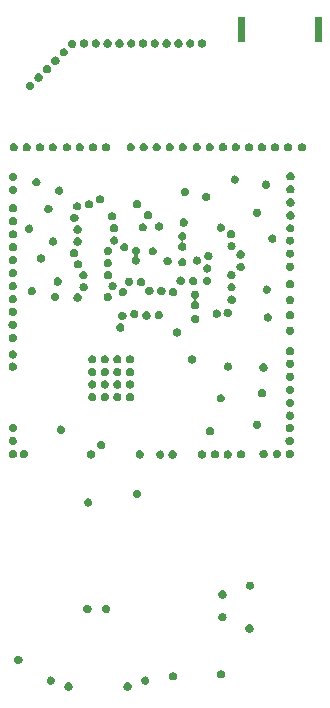
<source format=gbr>
G04 #@! TF.GenerationSoftware,KiCad,Pcbnew,(5.1.4)-1*
G04 #@! TF.CreationDate,2020-12-03T17:42:17+01:00*
G04 #@! TF.ProjectId,LoRa_Balloon,4c6f5261-5f42-4616-9c6c-6f6f6e2e6b69,2*
G04 #@! TF.SameCoordinates,Original*
G04 #@! TF.FileFunction,Soldermask,Bot*
G04 #@! TF.FilePolarity,Negative*
%FSLAX46Y46*%
G04 Gerber Fmt 4.6, Leading zero omitted, Abs format (unit mm)*
G04 Created by KiCad (PCBNEW (5.1.4)-1) date 2020-12-03 17:42:17*
%MOMM*%
%LPD*%
G04 APERTURE LIST*
%ADD10C,0.100000*%
G04 APERTURE END LIST*
D10*
G36*
X113293683Y-158074589D02*
G01*
X113293686Y-158074590D01*
X113293685Y-158074590D01*
X113357558Y-158101046D01*
X113415048Y-158139460D01*
X113463940Y-158188352D01*
X113502354Y-158245842D01*
X113523924Y-158297918D01*
X113528811Y-158309717D01*
X113542300Y-158377530D01*
X113542300Y-158446670D01*
X113528811Y-158514483D01*
X113528810Y-158514485D01*
X113502354Y-158578358D01*
X113463940Y-158635848D01*
X113415048Y-158684740D01*
X113357558Y-158723154D01*
X113305482Y-158744724D01*
X113293683Y-158749611D01*
X113225870Y-158763100D01*
X113156730Y-158763100D01*
X113088917Y-158749611D01*
X113077118Y-158744724D01*
X113025042Y-158723154D01*
X112967552Y-158684740D01*
X112918660Y-158635848D01*
X112880246Y-158578358D01*
X112853790Y-158514485D01*
X112853789Y-158514483D01*
X112840300Y-158446670D01*
X112840300Y-158377530D01*
X112853789Y-158309717D01*
X112858676Y-158297918D01*
X112880246Y-158245842D01*
X112918660Y-158188352D01*
X112967552Y-158139460D01*
X113025042Y-158101046D01*
X113088915Y-158074590D01*
X113088914Y-158074590D01*
X113088917Y-158074589D01*
X113156730Y-158061100D01*
X113225870Y-158061100D01*
X113293683Y-158074589D01*
X113293683Y-158074589D01*
G37*
G36*
X108293683Y-158074589D02*
G01*
X108293686Y-158074590D01*
X108293685Y-158074590D01*
X108357558Y-158101046D01*
X108415048Y-158139460D01*
X108463940Y-158188352D01*
X108502354Y-158245842D01*
X108523924Y-158297918D01*
X108528811Y-158309717D01*
X108542300Y-158377530D01*
X108542300Y-158446670D01*
X108528811Y-158514483D01*
X108528810Y-158514485D01*
X108502354Y-158578358D01*
X108463940Y-158635848D01*
X108415048Y-158684740D01*
X108357558Y-158723154D01*
X108305482Y-158744724D01*
X108293683Y-158749611D01*
X108225870Y-158763100D01*
X108156730Y-158763100D01*
X108088917Y-158749611D01*
X108077118Y-158744724D01*
X108025042Y-158723154D01*
X107967552Y-158684740D01*
X107918660Y-158635848D01*
X107880246Y-158578358D01*
X107853790Y-158514485D01*
X107853789Y-158514483D01*
X107840300Y-158446670D01*
X107840300Y-158377530D01*
X107853789Y-158309717D01*
X107858676Y-158297918D01*
X107880246Y-158245842D01*
X107918660Y-158188352D01*
X107967552Y-158139460D01*
X108025042Y-158101046D01*
X108088915Y-158074590D01*
X108088914Y-158074590D01*
X108088917Y-158074589D01*
X108156730Y-158061100D01*
X108225870Y-158061100D01*
X108293683Y-158074589D01*
X108293683Y-158074589D01*
G37*
G36*
X106793183Y-157579289D02*
G01*
X106793186Y-157579290D01*
X106793185Y-157579290D01*
X106857058Y-157605746D01*
X106914548Y-157644160D01*
X106963440Y-157693052D01*
X107001854Y-157750542D01*
X107012949Y-157777329D01*
X107028311Y-157814417D01*
X107041800Y-157882230D01*
X107041800Y-157951370D01*
X107028311Y-158019183D01*
X107028310Y-158019185D01*
X107001854Y-158083058D01*
X106963440Y-158140548D01*
X106914548Y-158189440D01*
X106857058Y-158227854D01*
X106813629Y-158245842D01*
X106793183Y-158254311D01*
X106725370Y-158267800D01*
X106656230Y-158267800D01*
X106588417Y-158254311D01*
X106567971Y-158245842D01*
X106524542Y-158227854D01*
X106467052Y-158189440D01*
X106418160Y-158140548D01*
X106379746Y-158083058D01*
X106353290Y-158019185D01*
X106353289Y-158019183D01*
X106339800Y-157951370D01*
X106339800Y-157882230D01*
X106353289Y-157814417D01*
X106368651Y-157777329D01*
X106379746Y-157750542D01*
X106418160Y-157693052D01*
X106467052Y-157644160D01*
X106524542Y-157605746D01*
X106588415Y-157579290D01*
X106588414Y-157579290D01*
X106588417Y-157579289D01*
X106656230Y-157565800D01*
X106725370Y-157565800D01*
X106793183Y-157579289D01*
X106793183Y-157579289D01*
G37*
G36*
X114794183Y-157579289D02*
G01*
X114794186Y-157579290D01*
X114794185Y-157579290D01*
X114858058Y-157605746D01*
X114915548Y-157644160D01*
X114964440Y-157693052D01*
X115002854Y-157750542D01*
X115013949Y-157777329D01*
X115029311Y-157814417D01*
X115042800Y-157882230D01*
X115042800Y-157951370D01*
X115029311Y-158019183D01*
X115029310Y-158019185D01*
X115002854Y-158083058D01*
X114964440Y-158140548D01*
X114915548Y-158189440D01*
X114858058Y-158227854D01*
X114814629Y-158245842D01*
X114794183Y-158254311D01*
X114726370Y-158267800D01*
X114657230Y-158267800D01*
X114589417Y-158254311D01*
X114568971Y-158245842D01*
X114525542Y-158227854D01*
X114468052Y-158189440D01*
X114419160Y-158140548D01*
X114380746Y-158083058D01*
X114354290Y-158019185D01*
X114354289Y-158019183D01*
X114340800Y-157951370D01*
X114340800Y-157882230D01*
X114354289Y-157814417D01*
X114369651Y-157777329D01*
X114380746Y-157750542D01*
X114419160Y-157693052D01*
X114468052Y-157644160D01*
X114525542Y-157605746D01*
X114589415Y-157579290D01*
X114589414Y-157579290D01*
X114589417Y-157579289D01*
X114657230Y-157565800D01*
X114726370Y-157565800D01*
X114794183Y-157579289D01*
X114794183Y-157579289D01*
G37*
G36*
X117136063Y-157216069D02*
G01*
X117136066Y-157216070D01*
X117136065Y-157216070D01*
X117199938Y-157242526D01*
X117257428Y-157280940D01*
X117306320Y-157329832D01*
X117344734Y-157387322D01*
X117356376Y-157415430D01*
X117371191Y-157451197D01*
X117384680Y-157519010D01*
X117384680Y-157588150D01*
X117371191Y-157655963D01*
X117371190Y-157655965D01*
X117344734Y-157719838D01*
X117306320Y-157777328D01*
X117257428Y-157826220D01*
X117199938Y-157864634D01*
X117147862Y-157886204D01*
X117136063Y-157891091D01*
X117068250Y-157904580D01*
X116999110Y-157904580D01*
X116931297Y-157891091D01*
X116919498Y-157886204D01*
X116867422Y-157864634D01*
X116809932Y-157826220D01*
X116761040Y-157777328D01*
X116722626Y-157719838D01*
X116696170Y-157655965D01*
X116696169Y-157655963D01*
X116682680Y-157588150D01*
X116682680Y-157519010D01*
X116696169Y-157451197D01*
X116710984Y-157415430D01*
X116722626Y-157387322D01*
X116761040Y-157329832D01*
X116809932Y-157280940D01*
X116867422Y-157242526D01*
X116931295Y-157216070D01*
X116931294Y-157216070D01*
X116931297Y-157216069D01*
X116999110Y-157202580D01*
X117068250Y-157202580D01*
X117136063Y-157216069D01*
X117136063Y-157216069D01*
G37*
G36*
X121202603Y-157043349D02*
G01*
X121202606Y-157043350D01*
X121202605Y-157043350D01*
X121266478Y-157069806D01*
X121323968Y-157108220D01*
X121372860Y-157157112D01*
X121411274Y-157214602D01*
X121422840Y-157242526D01*
X121437731Y-157278477D01*
X121451220Y-157346290D01*
X121451220Y-157415430D01*
X121437731Y-157483243D01*
X121437730Y-157483245D01*
X121411274Y-157547118D01*
X121372860Y-157604608D01*
X121323968Y-157653500D01*
X121266478Y-157691914D01*
X121214402Y-157713484D01*
X121202603Y-157718371D01*
X121134790Y-157731860D01*
X121065650Y-157731860D01*
X120997837Y-157718371D01*
X120986038Y-157713484D01*
X120933962Y-157691914D01*
X120876472Y-157653500D01*
X120827580Y-157604608D01*
X120789166Y-157547118D01*
X120762710Y-157483245D01*
X120762709Y-157483243D01*
X120749220Y-157415430D01*
X120749220Y-157346290D01*
X120762709Y-157278477D01*
X120777600Y-157242526D01*
X120789166Y-157214602D01*
X120827580Y-157157112D01*
X120876472Y-157108220D01*
X120933962Y-157069806D01*
X120997835Y-157043350D01*
X120997834Y-157043350D01*
X120997837Y-157043349D01*
X121065650Y-157029860D01*
X121134790Y-157029860D01*
X121202603Y-157043349D01*
X121202603Y-157043349D01*
G37*
G36*
X104049983Y-155819909D02*
G01*
X104049986Y-155819910D01*
X104049985Y-155819910D01*
X104113858Y-155846366D01*
X104171348Y-155884780D01*
X104220240Y-155933672D01*
X104258654Y-155991162D01*
X104280224Y-156043238D01*
X104285111Y-156055037D01*
X104298600Y-156122850D01*
X104298600Y-156191990D01*
X104285111Y-156259803D01*
X104285110Y-156259805D01*
X104258654Y-156323678D01*
X104220240Y-156381168D01*
X104171348Y-156430060D01*
X104113858Y-156468474D01*
X104061782Y-156490044D01*
X104049983Y-156494931D01*
X103982170Y-156508420D01*
X103913030Y-156508420D01*
X103845217Y-156494931D01*
X103833418Y-156490044D01*
X103781342Y-156468474D01*
X103723852Y-156430060D01*
X103674960Y-156381168D01*
X103636546Y-156323678D01*
X103610090Y-156259805D01*
X103610089Y-156259803D01*
X103596600Y-156191990D01*
X103596600Y-156122850D01*
X103610089Y-156055037D01*
X103614976Y-156043238D01*
X103636546Y-155991162D01*
X103674960Y-155933672D01*
X103723852Y-155884780D01*
X103781342Y-155846366D01*
X103845215Y-155819910D01*
X103845214Y-155819910D01*
X103845217Y-155819909D01*
X103913030Y-155806420D01*
X103982170Y-155806420D01*
X104049983Y-155819909D01*
X104049983Y-155819909D01*
G37*
G36*
X123612383Y-153162489D02*
G01*
X123612386Y-153162490D01*
X123612385Y-153162490D01*
X123676258Y-153188946D01*
X123733748Y-153227360D01*
X123782640Y-153276252D01*
X123821054Y-153333742D01*
X123842624Y-153385818D01*
X123847511Y-153397617D01*
X123861000Y-153465430D01*
X123861000Y-153534570D01*
X123847511Y-153602383D01*
X123847510Y-153602385D01*
X123821054Y-153666258D01*
X123782640Y-153723748D01*
X123733748Y-153772640D01*
X123676258Y-153811054D01*
X123624182Y-153832624D01*
X123612383Y-153837511D01*
X123544570Y-153851000D01*
X123475430Y-153851000D01*
X123407617Y-153837511D01*
X123395818Y-153832624D01*
X123343742Y-153811054D01*
X123286252Y-153772640D01*
X123237360Y-153723748D01*
X123198946Y-153666258D01*
X123172490Y-153602385D01*
X123172489Y-153602383D01*
X123159000Y-153534570D01*
X123159000Y-153465430D01*
X123172489Y-153397617D01*
X123177376Y-153385818D01*
X123198946Y-153333742D01*
X123237360Y-153276252D01*
X123286252Y-153227360D01*
X123343742Y-153188946D01*
X123407615Y-153162490D01*
X123407614Y-153162490D01*
X123407617Y-153162489D01*
X123475430Y-153149000D01*
X123544570Y-153149000D01*
X123612383Y-153162489D01*
X123612383Y-153162489D01*
G37*
G36*
X121330303Y-152192489D02*
G01*
X121330306Y-152192490D01*
X121330305Y-152192490D01*
X121394178Y-152218946D01*
X121451668Y-152257360D01*
X121500560Y-152306252D01*
X121538974Y-152363742D01*
X121560544Y-152415818D01*
X121565431Y-152427617D01*
X121578920Y-152495430D01*
X121578920Y-152564570D01*
X121565431Y-152632383D01*
X121565430Y-152632385D01*
X121538974Y-152696258D01*
X121500560Y-152753748D01*
X121451668Y-152802640D01*
X121394178Y-152841054D01*
X121342102Y-152862624D01*
X121330303Y-152867511D01*
X121262490Y-152881000D01*
X121193350Y-152881000D01*
X121125537Y-152867511D01*
X121113738Y-152862624D01*
X121061662Y-152841054D01*
X121004172Y-152802640D01*
X120955280Y-152753748D01*
X120916866Y-152696258D01*
X120890410Y-152632385D01*
X120890409Y-152632383D01*
X120876920Y-152564570D01*
X120876920Y-152495430D01*
X120890409Y-152427617D01*
X120895296Y-152415818D01*
X120916866Y-152363742D01*
X120955280Y-152306252D01*
X121004172Y-152257360D01*
X121061662Y-152218946D01*
X121125535Y-152192490D01*
X121125534Y-152192490D01*
X121125537Y-152192489D01*
X121193350Y-152179000D01*
X121262490Y-152179000D01*
X121330303Y-152192489D01*
X121330303Y-152192489D01*
G37*
G36*
X109891983Y-151508689D02*
G01*
X109891986Y-151508690D01*
X109891985Y-151508690D01*
X109955858Y-151535146D01*
X110013348Y-151573560D01*
X110062240Y-151622452D01*
X110100654Y-151679942D01*
X110122224Y-151732018D01*
X110127111Y-151743817D01*
X110140600Y-151811630D01*
X110140600Y-151880770D01*
X110127111Y-151948583D01*
X110127110Y-151948585D01*
X110100654Y-152012458D01*
X110062240Y-152069948D01*
X110013348Y-152118840D01*
X109955858Y-152157254D01*
X109903782Y-152178824D01*
X109891983Y-152183711D01*
X109824170Y-152197200D01*
X109755030Y-152197200D01*
X109687217Y-152183711D01*
X109675418Y-152178824D01*
X109623342Y-152157254D01*
X109565852Y-152118840D01*
X109516960Y-152069948D01*
X109478546Y-152012458D01*
X109452090Y-151948585D01*
X109452089Y-151948583D01*
X109438600Y-151880770D01*
X109438600Y-151811630D01*
X109452089Y-151743817D01*
X109456976Y-151732018D01*
X109478546Y-151679942D01*
X109516960Y-151622452D01*
X109565852Y-151573560D01*
X109623342Y-151535146D01*
X109687215Y-151508690D01*
X109687214Y-151508690D01*
X109687217Y-151508689D01*
X109755030Y-151495200D01*
X109824170Y-151495200D01*
X109891983Y-151508689D01*
X109891983Y-151508689D01*
G37*
G36*
X111492183Y-151508689D02*
G01*
X111492186Y-151508690D01*
X111492185Y-151508690D01*
X111556058Y-151535146D01*
X111613548Y-151573560D01*
X111662440Y-151622452D01*
X111700854Y-151679942D01*
X111722424Y-151732018D01*
X111727311Y-151743817D01*
X111740800Y-151811630D01*
X111740800Y-151880770D01*
X111727311Y-151948583D01*
X111727310Y-151948585D01*
X111700854Y-152012458D01*
X111662440Y-152069948D01*
X111613548Y-152118840D01*
X111556058Y-152157254D01*
X111503982Y-152178824D01*
X111492183Y-152183711D01*
X111424370Y-152197200D01*
X111355230Y-152197200D01*
X111287417Y-152183711D01*
X111275618Y-152178824D01*
X111223542Y-152157254D01*
X111166052Y-152118840D01*
X111117160Y-152069948D01*
X111078746Y-152012458D01*
X111052290Y-151948585D01*
X111052289Y-151948583D01*
X111038800Y-151880770D01*
X111038800Y-151811630D01*
X111052289Y-151743817D01*
X111057176Y-151732018D01*
X111078746Y-151679942D01*
X111117160Y-151622452D01*
X111166052Y-151573560D01*
X111223542Y-151535146D01*
X111287415Y-151508690D01*
X111287414Y-151508690D01*
X111287417Y-151508689D01*
X111355230Y-151495200D01*
X111424370Y-151495200D01*
X111492183Y-151508689D01*
X111492183Y-151508689D01*
G37*
G36*
X121330303Y-150292489D02*
G01*
X121330306Y-150292490D01*
X121330305Y-150292490D01*
X121394178Y-150318946D01*
X121451668Y-150357360D01*
X121500560Y-150406252D01*
X121538974Y-150463742D01*
X121560544Y-150515818D01*
X121565431Y-150527617D01*
X121578920Y-150595430D01*
X121578920Y-150664570D01*
X121565431Y-150732383D01*
X121565430Y-150732385D01*
X121538974Y-150796258D01*
X121500560Y-150853748D01*
X121451668Y-150902640D01*
X121394178Y-150941054D01*
X121342102Y-150962624D01*
X121330303Y-150967511D01*
X121262490Y-150981000D01*
X121193350Y-150981000D01*
X121125537Y-150967511D01*
X121113738Y-150962624D01*
X121061662Y-150941054D01*
X121004172Y-150902640D01*
X120955280Y-150853748D01*
X120916866Y-150796258D01*
X120890410Y-150732385D01*
X120890409Y-150732383D01*
X120876920Y-150664570D01*
X120876920Y-150595430D01*
X120890409Y-150527617D01*
X120895296Y-150515818D01*
X120916866Y-150463742D01*
X120955280Y-150406252D01*
X121004172Y-150357360D01*
X121061662Y-150318946D01*
X121125535Y-150292490D01*
X121125534Y-150292490D01*
X121125537Y-150292489D01*
X121193350Y-150279000D01*
X121262490Y-150279000D01*
X121330303Y-150292489D01*
X121330303Y-150292489D01*
G37*
G36*
X123662383Y-149532489D02*
G01*
X123662386Y-149532490D01*
X123662385Y-149532490D01*
X123726258Y-149558946D01*
X123783748Y-149597360D01*
X123832640Y-149646252D01*
X123871054Y-149703742D01*
X123892624Y-149755818D01*
X123897511Y-149767617D01*
X123911000Y-149835430D01*
X123911000Y-149904570D01*
X123897511Y-149972383D01*
X123897510Y-149972385D01*
X123871054Y-150036258D01*
X123832640Y-150093748D01*
X123783748Y-150142640D01*
X123726258Y-150181054D01*
X123674182Y-150202624D01*
X123662383Y-150207511D01*
X123594570Y-150221000D01*
X123525430Y-150221000D01*
X123457617Y-150207511D01*
X123445818Y-150202624D01*
X123393742Y-150181054D01*
X123336252Y-150142640D01*
X123287360Y-150093748D01*
X123248946Y-150036258D01*
X123222490Y-149972385D01*
X123222489Y-149972383D01*
X123209000Y-149904570D01*
X123209000Y-149835430D01*
X123222489Y-149767617D01*
X123227376Y-149755818D01*
X123248946Y-149703742D01*
X123287360Y-149646252D01*
X123336252Y-149597360D01*
X123393742Y-149558946D01*
X123457615Y-149532490D01*
X123457614Y-149532490D01*
X123457617Y-149532489D01*
X123525430Y-149519000D01*
X123594570Y-149519000D01*
X123662383Y-149532489D01*
X123662383Y-149532489D01*
G37*
G36*
X109968183Y-142504389D02*
G01*
X109968186Y-142504390D01*
X109968185Y-142504390D01*
X110032058Y-142530846D01*
X110089548Y-142569260D01*
X110138440Y-142618152D01*
X110176854Y-142675642D01*
X110198424Y-142727718D01*
X110203311Y-142739517D01*
X110216800Y-142807330D01*
X110216800Y-142876470D01*
X110203311Y-142944283D01*
X110203310Y-142944285D01*
X110176854Y-143008158D01*
X110138440Y-143065648D01*
X110089548Y-143114540D01*
X110032058Y-143152954D01*
X109979982Y-143174524D01*
X109968183Y-143179411D01*
X109900370Y-143192900D01*
X109831230Y-143192900D01*
X109763417Y-143179411D01*
X109751618Y-143174524D01*
X109699542Y-143152954D01*
X109642052Y-143114540D01*
X109593160Y-143065648D01*
X109554746Y-143008158D01*
X109528290Y-142944285D01*
X109528289Y-142944283D01*
X109514800Y-142876470D01*
X109514800Y-142807330D01*
X109528289Y-142739517D01*
X109533176Y-142727718D01*
X109554746Y-142675642D01*
X109593160Y-142618152D01*
X109642052Y-142569260D01*
X109699542Y-142530846D01*
X109763415Y-142504390D01*
X109763414Y-142504390D01*
X109763417Y-142504389D01*
X109831230Y-142490900D01*
X109900370Y-142490900D01*
X109968183Y-142504389D01*
X109968183Y-142504389D01*
G37*
G36*
X114070283Y-141767789D02*
G01*
X114070286Y-141767790D01*
X114070285Y-141767790D01*
X114134158Y-141794246D01*
X114191648Y-141832660D01*
X114240540Y-141881552D01*
X114278954Y-141939042D01*
X114300524Y-141991118D01*
X114305411Y-142002917D01*
X114318900Y-142070730D01*
X114318900Y-142139870D01*
X114305411Y-142207683D01*
X114305410Y-142207685D01*
X114278954Y-142271558D01*
X114240540Y-142329048D01*
X114191648Y-142377940D01*
X114134158Y-142416354D01*
X114082082Y-142437924D01*
X114070283Y-142442811D01*
X114002470Y-142456300D01*
X113933330Y-142456300D01*
X113865517Y-142442811D01*
X113853718Y-142437924D01*
X113801642Y-142416354D01*
X113744152Y-142377940D01*
X113695260Y-142329048D01*
X113656846Y-142271558D01*
X113630390Y-142207685D01*
X113630389Y-142207683D01*
X113616900Y-142139870D01*
X113616900Y-142070730D01*
X113630389Y-142002917D01*
X113635276Y-141991118D01*
X113656846Y-141939042D01*
X113695260Y-141881552D01*
X113744152Y-141832660D01*
X113801642Y-141794246D01*
X113865515Y-141767790D01*
X113865514Y-141767790D01*
X113865517Y-141767789D01*
X113933330Y-141754300D01*
X114002470Y-141754300D01*
X114070283Y-141767789D01*
X114070283Y-141767789D01*
G37*
G36*
X116059103Y-138442929D02*
G01*
X116059106Y-138442930D01*
X116059105Y-138442930D01*
X116122978Y-138469386D01*
X116180468Y-138507800D01*
X116229360Y-138556692D01*
X116267774Y-138614182D01*
X116280883Y-138645831D01*
X116294231Y-138678057D01*
X116307720Y-138745870D01*
X116307720Y-138815010D01*
X116294231Y-138882823D01*
X116294230Y-138882825D01*
X116267774Y-138946698D01*
X116229360Y-139004188D01*
X116180468Y-139053080D01*
X116122978Y-139091494D01*
X116089764Y-139105251D01*
X116059103Y-139117951D01*
X115991290Y-139131440D01*
X115922150Y-139131440D01*
X115854337Y-139117951D01*
X115823676Y-139105251D01*
X115790462Y-139091494D01*
X115732972Y-139053080D01*
X115684080Y-139004188D01*
X115645666Y-138946698D01*
X115619210Y-138882825D01*
X115619209Y-138882823D01*
X115605720Y-138815010D01*
X115605720Y-138745870D01*
X115619209Y-138678057D01*
X115632557Y-138645831D01*
X115645666Y-138614182D01*
X115684080Y-138556692D01*
X115732972Y-138507800D01*
X115790462Y-138469386D01*
X115854335Y-138442930D01*
X115854334Y-138442930D01*
X115854337Y-138442929D01*
X115922150Y-138429440D01*
X115991290Y-138429440D01*
X116059103Y-138442929D01*
X116059103Y-138442929D01*
G37*
G36*
X117105583Y-138440389D02*
G01*
X117117382Y-138445276D01*
X117169458Y-138466846D01*
X117226948Y-138505260D01*
X117275840Y-138554152D01*
X117314254Y-138611642D01*
X117328415Y-138645831D01*
X117340711Y-138675517D01*
X117354200Y-138743330D01*
X117354200Y-138812470D01*
X117340711Y-138880283D01*
X117340710Y-138880285D01*
X117314254Y-138944158D01*
X117275840Y-139001648D01*
X117226948Y-139050540D01*
X117169458Y-139088954D01*
X117117382Y-139110524D01*
X117105583Y-139115411D01*
X117037770Y-139128900D01*
X116968630Y-139128900D01*
X116900817Y-139115411D01*
X116889018Y-139110524D01*
X116836942Y-139088954D01*
X116779452Y-139050540D01*
X116730560Y-139001648D01*
X116692146Y-138944158D01*
X116665690Y-138880285D01*
X116665689Y-138880283D01*
X116652200Y-138812470D01*
X116652200Y-138743330D01*
X116665689Y-138675517D01*
X116677985Y-138645831D01*
X116692146Y-138611642D01*
X116730560Y-138554152D01*
X116779452Y-138505260D01*
X116836942Y-138466846D01*
X116889018Y-138445276D01*
X116900817Y-138440389D01*
X116968630Y-138426900D01*
X117037770Y-138426900D01*
X117105583Y-138440389D01*
X117105583Y-138440389D01*
G37*
G36*
X121774103Y-138432769D02*
G01*
X121774106Y-138432770D01*
X121774105Y-138432770D01*
X121837978Y-138459226D01*
X121895468Y-138497640D01*
X121944360Y-138546532D01*
X121982774Y-138604022D01*
X122004344Y-138656098D01*
X122009231Y-138667897D01*
X122022720Y-138735710D01*
X122022720Y-138804850D01*
X122009231Y-138872663D01*
X122009230Y-138872665D01*
X121982774Y-138936538D01*
X121944360Y-138994028D01*
X121895468Y-139042920D01*
X121837978Y-139081334D01*
X121786370Y-139102710D01*
X121774103Y-139107791D01*
X121706290Y-139121280D01*
X121637150Y-139121280D01*
X121569337Y-139107791D01*
X121557070Y-139102710D01*
X121505462Y-139081334D01*
X121447972Y-139042920D01*
X121399080Y-138994028D01*
X121360666Y-138936538D01*
X121334210Y-138872665D01*
X121334209Y-138872663D01*
X121320720Y-138804850D01*
X121320720Y-138735710D01*
X121334209Y-138667897D01*
X121339096Y-138656098D01*
X121360666Y-138604022D01*
X121399080Y-138546532D01*
X121447972Y-138497640D01*
X121505462Y-138459226D01*
X121569335Y-138432770D01*
X121569334Y-138432770D01*
X121569337Y-138432769D01*
X121637150Y-138419280D01*
X121706290Y-138419280D01*
X121774103Y-138432769D01*
X121774103Y-138432769D01*
G37*
G36*
X119584623Y-138432769D02*
G01*
X119584626Y-138432770D01*
X119584625Y-138432770D01*
X119648498Y-138459226D01*
X119705988Y-138497640D01*
X119754880Y-138546532D01*
X119793294Y-138604022D01*
X119814864Y-138656098D01*
X119819751Y-138667897D01*
X119833240Y-138735710D01*
X119833240Y-138804850D01*
X119819751Y-138872663D01*
X119819750Y-138872665D01*
X119793294Y-138936538D01*
X119754880Y-138994028D01*
X119705988Y-139042920D01*
X119648498Y-139081334D01*
X119596890Y-139102710D01*
X119584623Y-139107791D01*
X119516810Y-139121280D01*
X119447670Y-139121280D01*
X119379857Y-139107791D01*
X119367590Y-139102710D01*
X119315982Y-139081334D01*
X119258492Y-139042920D01*
X119209600Y-138994028D01*
X119171186Y-138936538D01*
X119144730Y-138872665D01*
X119144729Y-138872663D01*
X119131240Y-138804850D01*
X119131240Y-138735710D01*
X119144729Y-138667897D01*
X119149616Y-138656098D01*
X119171186Y-138604022D01*
X119209600Y-138546532D01*
X119258492Y-138497640D01*
X119315982Y-138459226D01*
X119379855Y-138432770D01*
X119379854Y-138432770D01*
X119379857Y-138432769D01*
X119447670Y-138419280D01*
X119516810Y-138419280D01*
X119584623Y-138432769D01*
X119584623Y-138432769D01*
G37*
G36*
X114329363Y-138430229D02*
G01*
X114341162Y-138435116D01*
X114393238Y-138456686D01*
X114450728Y-138495100D01*
X114499620Y-138543992D01*
X114538034Y-138601482D01*
X114550813Y-138632335D01*
X114564491Y-138665357D01*
X114577980Y-138733170D01*
X114577980Y-138802310D01*
X114564491Y-138870123D01*
X114564490Y-138870125D01*
X114538034Y-138933998D01*
X114499620Y-138991488D01*
X114450728Y-139040380D01*
X114393238Y-139078794D01*
X114362576Y-139091494D01*
X114329363Y-139105251D01*
X114261550Y-139118740D01*
X114192410Y-139118740D01*
X114124597Y-139105251D01*
X114091384Y-139091494D01*
X114060722Y-139078794D01*
X114003232Y-139040380D01*
X113954340Y-138991488D01*
X113915926Y-138933998D01*
X113889470Y-138870125D01*
X113889469Y-138870123D01*
X113875980Y-138802310D01*
X113875980Y-138733170D01*
X113889469Y-138665357D01*
X113903147Y-138632335D01*
X113915926Y-138601482D01*
X113954340Y-138543992D01*
X114003232Y-138495100D01*
X114060722Y-138456686D01*
X114112798Y-138435116D01*
X114124597Y-138430229D01*
X114192410Y-138416740D01*
X114261550Y-138416740D01*
X114329363Y-138430229D01*
X114329363Y-138430229D01*
G37*
G36*
X110191703Y-138430229D02*
G01*
X110203502Y-138435116D01*
X110255578Y-138456686D01*
X110313068Y-138495100D01*
X110361960Y-138543992D01*
X110400374Y-138601482D01*
X110413153Y-138632335D01*
X110426831Y-138665357D01*
X110440320Y-138733170D01*
X110440320Y-138802310D01*
X110426831Y-138870123D01*
X110426830Y-138870125D01*
X110400374Y-138933998D01*
X110361960Y-138991488D01*
X110313068Y-139040380D01*
X110255578Y-139078794D01*
X110224916Y-139091494D01*
X110191703Y-139105251D01*
X110123890Y-139118740D01*
X110054750Y-139118740D01*
X109986937Y-139105251D01*
X109953724Y-139091494D01*
X109923062Y-139078794D01*
X109865572Y-139040380D01*
X109816680Y-138991488D01*
X109778266Y-138933998D01*
X109751810Y-138870125D01*
X109751809Y-138870123D01*
X109738320Y-138802310D01*
X109738320Y-138733170D01*
X109751809Y-138665357D01*
X109765487Y-138632335D01*
X109778266Y-138601482D01*
X109816680Y-138543992D01*
X109865572Y-138495100D01*
X109923062Y-138456686D01*
X109975138Y-138435116D01*
X109986937Y-138430229D01*
X110054750Y-138416740D01*
X110123890Y-138416740D01*
X110191703Y-138430229D01*
X110191703Y-138430229D01*
G37*
G36*
X120699683Y-138427689D02*
G01*
X120711482Y-138432576D01*
X120763558Y-138454146D01*
X120821048Y-138492560D01*
X120869940Y-138541452D01*
X120908354Y-138598942D01*
X120919029Y-138624715D01*
X120934811Y-138662817D01*
X120948300Y-138730630D01*
X120948300Y-138799770D01*
X120934811Y-138867583D01*
X120934810Y-138867585D01*
X120908354Y-138931458D01*
X120869940Y-138988948D01*
X120821048Y-139037840D01*
X120763558Y-139076254D01*
X120711482Y-139097824D01*
X120699683Y-139102711D01*
X120631870Y-139116200D01*
X120562730Y-139116200D01*
X120494917Y-139102711D01*
X120483118Y-139097824D01*
X120431042Y-139076254D01*
X120373552Y-139037840D01*
X120324660Y-138988948D01*
X120286246Y-138931458D01*
X120259790Y-138867585D01*
X120259789Y-138867583D01*
X120246300Y-138799770D01*
X120246300Y-138730630D01*
X120259789Y-138662817D01*
X120275571Y-138624715D01*
X120286246Y-138598942D01*
X120324660Y-138541452D01*
X120373552Y-138492560D01*
X120431042Y-138454146D01*
X120483118Y-138432576D01*
X120494917Y-138427689D01*
X120562730Y-138414200D01*
X120631870Y-138414200D01*
X120699683Y-138427689D01*
X120699683Y-138427689D01*
G37*
G36*
X122889163Y-138427689D02*
G01*
X122900962Y-138432576D01*
X122953038Y-138454146D01*
X123010528Y-138492560D01*
X123059420Y-138541452D01*
X123097834Y-138598942D01*
X123108509Y-138624715D01*
X123124291Y-138662817D01*
X123137780Y-138730630D01*
X123137780Y-138799770D01*
X123124291Y-138867583D01*
X123124290Y-138867585D01*
X123097834Y-138931458D01*
X123059420Y-138988948D01*
X123010528Y-139037840D01*
X122953038Y-139076254D01*
X122900962Y-139097824D01*
X122889163Y-139102711D01*
X122821350Y-139116200D01*
X122752210Y-139116200D01*
X122684397Y-139102711D01*
X122672598Y-139097824D01*
X122620522Y-139076254D01*
X122563032Y-139037840D01*
X122514140Y-138988948D01*
X122475726Y-138931458D01*
X122449270Y-138867585D01*
X122449269Y-138867583D01*
X122435780Y-138799770D01*
X122435780Y-138730630D01*
X122449269Y-138662817D01*
X122465051Y-138624715D01*
X122475726Y-138598942D01*
X122514140Y-138541452D01*
X122563032Y-138492560D01*
X122620522Y-138454146D01*
X122672598Y-138432576D01*
X122684397Y-138427689D01*
X122752210Y-138414200D01*
X122821350Y-138414200D01*
X122889163Y-138427689D01*
X122889163Y-138427689D01*
G37*
G36*
X127019203Y-138399749D02*
G01*
X127019206Y-138399750D01*
X127019205Y-138399750D01*
X127083078Y-138426206D01*
X127140568Y-138464620D01*
X127189460Y-138513512D01*
X127227874Y-138571002D01*
X127241551Y-138604022D01*
X127254331Y-138634877D01*
X127267820Y-138702690D01*
X127267820Y-138771830D01*
X127254331Y-138839643D01*
X127254330Y-138839645D01*
X127227874Y-138903518D01*
X127189460Y-138961008D01*
X127140568Y-139009900D01*
X127083078Y-139048314D01*
X127043734Y-139064610D01*
X127019203Y-139074771D01*
X126951390Y-139088260D01*
X126882250Y-139088260D01*
X126814437Y-139074771D01*
X126789906Y-139064610D01*
X126750562Y-139048314D01*
X126693072Y-139009900D01*
X126644180Y-138961008D01*
X126605766Y-138903518D01*
X126579310Y-138839645D01*
X126579309Y-138839643D01*
X126565820Y-138771830D01*
X126565820Y-138702690D01*
X126579309Y-138634877D01*
X126592089Y-138604022D01*
X126605766Y-138571002D01*
X126644180Y-138513512D01*
X126693072Y-138464620D01*
X126750562Y-138426206D01*
X126814435Y-138399750D01*
X126814434Y-138399750D01*
X126814437Y-138399749D01*
X126882250Y-138386260D01*
X126951390Y-138386260D01*
X127019203Y-138399749D01*
X127019203Y-138399749D01*
G37*
G36*
X103580083Y-138397209D02*
G01*
X103591882Y-138402096D01*
X103643958Y-138423666D01*
X103701448Y-138462080D01*
X103750340Y-138510972D01*
X103788754Y-138568462D01*
X103815211Y-138632335D01*
X103817895Y-138645831D01*
X103825008Y-138669280D01*
X103836559Y-138690891D01*
X103852104Y-138709833D01*
X103871046Y-138725378D01*
X103882154Y-138731315D01*
X103872562Y-138736442D01*
X103853620Y-138751987D01*
X103838075Y-138770929D01*
X103826524Y-138792540D01*
X103819411Y-138815987D01*
X103815211Y-138837103D01*
X103815210Y-138837105D01*
X103788754Y-138900978D01*
X103750340Y-138958468D01*
X103701448Y-139007360D01*
X103643958Y-139045774D01*
X103591882Y-139067344D01*
X103580083Y-139072231D01*
X103512270Y-139085720D01*
X103443130Y-139085720D01*
X103375317Y-139072231D01*
X103363518Y-139067344D01*
X103311442Y-139045774D01*
X103253952Y-139007360D01*
X103205060Y-138958468D01*
X103166646Y-138900978D01*
X103140190Y-138837105D01*
X103140189Y-138837103D01*
X103126700Y-138769290D01*
X103126700Y-138700150D01*
X103140189Y-138632337D01*
X103151917Y-138604022D01*
X103166646Y-138568462D01*
X103205060Y-138510972D01*
X103253952Y-138462080D01*
X103311442Y-138423666D01*
X103363518Y-138402096D01*
X103375317Y-138397209D01*
X103443130Y-138383720D01*
X103512270Y-138383720D01*
X103580083Y-138397209D01*
X103580083Y-138397209D01*
G37*
G36*
X124814483Y-138389589D02*
G01*
X124814486Y-138389590D01*
X124814485Y-138389590D01*
X124878358Y-138416046D01*
X124935848Y-138454460D01*
X124984740Y-138503352D01*
X125023154Y-138560842D01*
X125038935Y-138598942D01*
X125049611Y-138624717D01*
X125063100Y-138692530D01*
X125063100Y-138761670D01*
X125049611Y-138829483D01*
X125049610Y-138829485D01*
X125023154Y-138893358D01*
X124984740Y-138950848D01*
X124935848Y-138999740D01*
X124878358Y-139038154D01*
X124826750Y-139059530D01*
X124814483Y-139064611D01*
X124746670Y-139078100D01*
X124677530Y-139078100D01*
X124609717Y-139064611D01*
X124597450Y-139059530D01*
X124545842Y-139038154D01*
X124488352Y-138999740D01*
X124439460Y-138950848D01*
X124401046Y-138893358D01*
X124374590Y-138829485D01*
X124374589Y-138829483D01*
X124361100Y-138761670D01*
X124361100Y-138692530D01*
X124374589Y-138624717D01*
X124385265Y-138598942D01*
X124401046Y-138560842D01*
X124439460Y-138503352D01*
X124488352Y-138454460D01*
X124545842Y-138416046D01*
X124609715Y-138389590D01*
X124609714Y-138389590D01*
X124609717Y-138389589D01*
X124677530Y-138376100D01*
X124746670Y-138376100D01*
X124814483Y-138389589D01*
X124814483Y-138389589D01*
G37*
G36*
X104507183Y-138389589D02*
G01*
X104507186Y-138389590D01*
X104507185Y-138389590D01*
X104571058Y-138416046D01*
X104628548Y-138454460D01*
X104677440Y-138503352D01*
X104715854Y-138560842D01*
X104731635Y-138598942D01*
X104742311Y-138624717D01*
X104755800Y-138692530D01*
X104755800Y-138761670D01*
X104742311Y-138829483D01*
X104742310Y-138829485D01*
X104715854Y-138893358D01*
X104677440Y-138950848D01*
X104628548Y-138999740D01*
X104571058Y-139038154D01*
X104519450Y-139059530D01*
X104507183Y-139064611D01*
X104439370Y-139078100D01*
X104370230Y-139078100D01*
X104302417Y-139064611D01*
X104290150Y-139059530D01*
X104238542Y-139038154D01*
X104181052Y-138999740D01*
X104132160Y-138950848D01*
X104093746Y-138893358D01*
X104067289Y-138829485D01*
X104064605Y-138815989D01*
X104057492Y-138792540D01*
X104045941Y-138770929D01*
X104030396Y-138751987D01*
X104011454Y-138736442D01*
X104000346Y-138730505D01*
X104009938Y-138725378D01*
X104028880Y-138709833D01*
X104044425Y-138690891D01*
X104055976Y-138669280D01*
X104063089Y-138645832D01*
X104065268Y-138634877D01*
X104067289Y-138624717D01*
X104077965Y-138598942D01*
X104093746Y-138560842D01*
X104132160Y-138503352D01*
X104181052Y-138454460D01*
X104238542Y-138416046D01*
X104302415Y-138389590D01*
X104302414Y-138389590D01*
X104302417Y-138389589D01*
X104370230Y-138376100D01*
X104439370Y-138376100D01*
X104507183Y-138389589D01*
X104507183Y-138389589D01*
G37*
G36*
X125929543Y-138384509D02*
G01*
X125929546Y-138384510D01*
X125929545Y-138384510D01*
X125993418Y-138410966D01*
X126050908Y-138449380D01*
X126099800Y-138498272D01*
X126138214Y-138555762D01*
X126143474Y-138568462D01*
X126164671Y-138619637D01*
X126178160Y-138687450D01*
X126178160Y-138756590D01*
X126164671Y-138824403D01*
X126164670Y-138824405D01*
X126138214Y-138888278D01*
X126099800Y-138945768D01*
X126050908Y-138994660D01*
X125993418Y-139033074D01*
X125945120Y-139053079D01*
X125929543Y-139059531D01*
X125861730Y-139073020D01*
X125792590Y-139073020D01*
X125724777Y-139059531D01*
X125709200Y-139053079D01*
X125660902Y-139033074D01*
X125603412Y-138994660D01*
X125554520Y-138945768D01*
X125516106Y-138888278D01*
X125489650Y-138824405D01*
X125489649Y-138824403D01*
X125476160Y-138756590D01*
X125476160Y-138687450D01*
X125489649Y-138619637D01*
X125510846Y-138568462D01*
X125516106Y-138555762D01*
X125554520Y-138498272D01*
X125603412Y-138449380D01*
X125660902Y-138410966D01*
X125724775Y-138384510D01*
X125724774Y-138384510D01*
X125724777Y-138384509D01*
X125792590Y-138371020D01*
X125861730Y-138371020D01*
X125929543Y-138384509D01*
X125929543Y-138384509D01*
G37*
G36*
X111060383Y-137640289D02*
G01*
X111060386Y-137640290D01*
X111060385Y-137640290D01*
X111124258Y-137666746D01*
X111181748Y-137705160D01*
X111230640Y-137754052D01*
X111269054Y-137811542D01*
X111279097Y-137835789D01*
X111295511Y-137875417D01*
X111309000Y-137943230D01*
X111309000Y-138012370D01*
X111295511Y-138080183D01*
X111295510Y-138080185D01*
X111269054Y-138144058D01*
X111230640Y-138201548D01*
X111181748Y-138250440D01*
X111124258Y-138288854D01*
X111072182Y-138310424D01*
X111060383Y-138315311D01*
X110992570Y-138328800D01*
X110923430Y-138328800D01*
X110855617Y-138315311D01*
X110843818Y-138310424D01*
X110791742Y-138288854D01*
X110734252Y-138250440D01*
X110685360Y-138201548D01*
X110646946Y-138144058D01*
X110620490Y-138080185D01*
X110620489Y-138080183D01*
X110607000Y-138012370D01*
X110607000Y-137943230D01*
X110620489Y-137875417D01*
X110636903Y-137835789D01*
X110646946Y-137811542D01*
X110685360Y-137754052D01*
X110734252Y-137705160D01*
X110791742Y-137666746D01*
X110855615Y-137640290D01*
X110855614Y-137640290D01*
X110855617Y-137640289D01*
X110923430Y-137626800D01*
X110992570Y-137626800D01*
X111060383Y-137640289D01*
X111060383Y-137640289D01*
G37*
G36*
X127014123Y-137284689D02*
G01*
X127014126Y-137284690D01*
X127014125Y-137284690D01*
X127077998Y-137311146D01*
X127135488Y-137349560D01*
X127184380Y-137398452D01*
X127222794Y-137455942D01*
X127244364Y-137508018D01*
X127249251Y-137519817D01*
X127262740Y-137587630D01*
X127262740Y-137656770D01*
X127249251Y-137724583D01*
X127249250Y-137724585D01*
X127222794Y-137788458D01*
X127184380Y-137845948D01*
X127135488Y-137894840D01*
X127077998Y-137933254D01*
X127038654Y-137949550D01*
X127014123Y-137959711D01*
X126946310Y-137973200D01*
X126877170Y-137973200D01*
X126809357Y-137959711D01*
X126784826Y-137949550D01*
X126745482Y-137933254D01*
X126687992Y-137894840D01*
X126639100Y-137845948D01*
X126600686Y-137788458D01*
X126574230Y-137724585D01*
X126574229Y-137724583D01*
X126560740Y-137656770D01*
X126560740Y-137587630D01*
X126574229Y-137519817D01*
X126579116Y-137508018D01*
X126600686Y-137455942D01*
X126639100Y-137398452D01*
X126687992Y-137349560D01*
X126745482Y-137311146D01*
X126809355Y-137284690D01*
X126809354Y-137284690D01*
X126809357Y-137284689D01*
X126877170Y-137271200D01*
X126946310Y-137271200D01*
X127014123Y-137284689D01*
X127014123Y-137284689D01*
G37*
G36*
X103575003Y-137274529D02*
G01*
X103575006Y-137274530D01*
X103575005Y-137274530D01*
X103638878Y-137300986D01*
X103696368Y-137339400D01*
X103745260Y-137388292D01*
X103783674Y-137445782D01*
X103787882Y-137455942D01*
X103810131Y-137509657D01*
X103823620Y-137577470D01*
X103823620Y-137646610D01*
X103810131Y-137714423D01*
X103810130Y-137714425D01*
X103783674Y-137778298D01*
X103745260Y-137835788D01*
X103696368Y-137884680D01*
X103638878Y-137923094D01*
X103590263Y-137943230D01*
X103575003Y-137949551D01*
X103507190Y-137963040D01*
X103438050Y-137963040D01*
X103370237Y-137949551D01*
X103354977Y-137943230D01*
X103306362Y-137923094D01*
X103248872Y-137884680D01*
X103199980Y-137835788D01*
X103161566Y-137778298D01*
X103135110Y-137714425D01*
X103135109Y-137714423D01*
X103121620Y-137646610D01*
X103121620Y-137577470D01*
X103135109Y-137509657D01*
X103157358Y-137455942D01*
X103161566Y-137445782D01*
X103199980Y-137388292D01*
X103248872Y-137339400D01*
X103306362Y-137300986D01*
X103370235Y-137274530D01*
X103370234Y-137274530D01*
X103370237Y-137274529D01*
X103438050Y-137261040D01*
X103507190Y-137261040D01*
X103575003Y-137274529D01*
X103575003Y-137274529D01*
G37*
G36*
X120270423Y-136454109D02*
G01*
X120270426Y-136454110D01*
X120270425Y-136454110D01*
X120334298Y-136480566D01*
X120391788Y-136518980D01*
X120440680Y-136567872D01*
X120479094Y-136625362D01*
X120500664Y-136677438D01*
X120505551Y-136689237D01*
X120519040Y-136757050D01*
X120519040Y-136826190D01*
X120505551Y-136894003D01*
X120505550Y-136894005D01*
X120479094Y-136957878D01*
X120440680Y-137015368D01*
X120391788Y-137064260D01*
X120334298Y-137102674D01*
X120282222Y-137124244D01*
X120270423Y-137129131D01*
X120202610Y-137142620D01*
X120133470Y-137142620D01*
X120065657Y-137129131D01*
X120053858Y-137124244D01*
X120001782Y-137102674D01*
X119944292Y-137064260D01*
X119895400Y-137015368D01*
X119856986Y-136957878D01*
X119830530Y-136894005D01*
X119830529Y-136894003D01*
X119817040Y-136826190D01*
X119817040Y-136757050D01*
X119830529Y-136689237D01*
X119835416Y-136677438D01*
X119856986Y-136625362D01*
X119895400Y-136567872D01*
X119944292Y-136518980D01*
X120001782Y-136480566D01*
X120065655Y-136454110D01*
X120065654Y-136454110D01*
X120065657Y-136454109D01*
X120133470Y-136440620D01*
X120202610Y-136440620D01*
X120270423Y-136454109D01*
X120270423Y-136454109D01*
G37*
G36*
X107644083Y-136332189D02*
G01*
X107644086Y-136332190D01*
X107644085Y-136332190D01*
X107707958Y-136358646D01*
X107765448Y-136397060D01*
X107814340Y-136445952D01*
X107852754Y-136503442D01*
X107859902Y-136520700D01*
X107879211Y-136567317D01*
X107892700Y-136635130D01*
X107892700Y-136704270D01*
X107879211Y-136772083D01*
X107879210Y-136772085D01*
X107852754Y-136835958D01*
X107814340Y-136893448D01*
X107765448Y-136942340D01*
X107707958Y-136980754D01*
X107655882Y-137002324D01*
X107644083Y-137007211D01*
X107576270Y-137020700D01*
X107507130Y-137020700D01*
X107439317Y-137007211D01*
X107427518Y-137002324D01*
X107375442Y-136980754D01*
X107317952Y-136942340D01*
X107269060Y-136893448D01*
X107230646Y-136835958D01*
X107204190Y-136772085D01*
X107204189Y-136772083D01*
X107190700Y-136704270D01*
X107190700Y-136635130D01*
X107204189Y-136567317D01*
X107223498Y-136520700D01*
X107230646Y-136503442D01*
X107269060Y-136445952D01*
X107317952Y-136397060D01*
X107375442Y-136358646D01*
X107439315Y-136332190D01*
X107439314Y-136332190D01*
X107439317Y-136332189D01*
X107507130Y-136318700D01*
X107576270Y-136318700D01*
X107644083Y-136332189D01*
X107644083Y-136332189D01*
G37*
G36*
X127019203Y-136187409D02*
G01*
X127019206Y-136187410D01*
X127019205Y-136187410D01*
X127083078Y-136213866D01*
X127140568Y-136252280D01*
X127189460Y-136301172D01*
X127227874Y-136358662D01*
X127243778Y-136397060D01*
X127254331Y-136422537D01*
X127267820Y-136490350D01*
X127267820Y-136559490D01*
X127254331Y-136627303D01*
X127254330Y-136627305D01*
X127227874Y-136691178D01*
X127189460Y-136748668D01*
X127140568Y-136797560D01*
X127083078Y-136835974D01*
X127043734Y-136852270D01*
X127019203Y-136862431D01*
X126951390Y-136875920D01*
X126882250Y-136875920D01*
X126814437Y-136862431D01*
X126789906Y-136852270D01*
X126750562Y-136835974D01*
X126693072Y-136797560D01*
X126644180Y-136748668D01*
X126605766Y-136691178D01*
X126579310Y-136627305D01*
X126579309Y-136627303D01*
X126565820Y-136559490D01*
X126565820Y-136490350D01*
X126579309Y-136422537D01*
X126589862Y-136397060D01*
X126605766Y-136358662D01*
X126644180Y-136301172D01*
X126693072Y-136252280D01*
X126750562Y-136213866D01*
X126814435Y-136187410D01*
X126814434Y-136187410D01*
X126814437Y-136187409D01*
X126882250Y-136173920D01*
X126951390Y-136173920D01*
X127019203Y-136187409D01*
X127019203Y-136187409D01*
G37*
G36*
X103580083Y-136177249D02*
G01*
X103580086Y-136177250D01*
X103580085Y-136177250D01*
X103643958Y-136203706D01*
X103701448Y-136242120D01*
X103750340Y-136291012D01*
X103788754Y-136348502D01*
X103792962Y-136358662D01*
X103815211Y-136412377D01*
X103828700Y-136480190D01*
X103828700Y-136549330D01*
X103815211Y-136617143D01*
X103815210Y-136617145D01*
X103788754Y-136681018D01*
X103750340Y-136738508D01*
X103701448Y-136787400D01*
X103643958Y-136825814D01*
X103591882Y-136847384D01*
X103580083Y-136852271D01*
X103512270Y-136865760D01*
X103443130Y-136865760D01*
X103375317Y-136852271D01*
X103363518Y-136847384D01*
X103311442Y-136825814D01*
X103253952Y-136787400D01*
X103205060Y-136738508D01*
X103166646Y-136681018D01*
X103140190Y-136617145D01*
X103140189Y-136617143D01*
X103126700Y-136549330D01*
X103126700Y-136480190D01*
X103140189Y-136412377D01*
X103162438Y-136358662D01*
X103166646Y-136348502D01*
X103205060Y-136291012D01*
X103253952Y-136242120D01*
X103311442Y-136203706D01*
X103375315Y-136177250D01*
X103375314Y-136177250D01*
X103375317Y-136177249D01*
X103443130Y-136163760D01*
X103512270Y-136163760D01*
X103580083Y-136177249D01*
X103580083Y-136177249D01*
G37*
G36*
X124248063Y-135910549D02*
G01*
X124248066Y-135910550D01*
X124248065Y-135910550D01*
X124311938Y-135937006D01*
X124369428Y-135975420D01*
X124418320Y-136024312D01*
X124456734Y-136081802D01*
X124478304Y-136133878D01*
X124483191Y-136145677D01*
X124496680Y-136213490D01*
X124496680Y-136282630D01*
X124483191Y-136350443D01*
X124483190Y-136350445D01*
X124456734Y-136414318D01*
X124418320Y-136471808D01*
X124369428Y-136520700D01*
X124311938Y-136559114D01*
X124259862Y-136580684D01*
X124248063Y-136585571D01*
X124180250Y-136599060D01*
X124111110Y-136599060D01*
X124043297Y-136585571D01*
X124031498Y-136580684D01*
X123979422Y-136559114D01*
X123921932Y-136520700D01*
X123873040Y-136471808D01*
X123834626Y-136414318D01*
X123808170Y-136350445D01*
X123808169Y-136350443D01*
X123794680Y-136282630D01*
X123794680Y-136213490D01*
X123808169Y-136145677D01*
X123813056Y-136133878D01*
X123834626Y-136081802D01*
X123873040Y-136024312D01*
X123921932Y-135975420D01*
X123979422Y-135937006D01*
X124043295Y-135910550D01*
X124043294Y-135910550D01*
X124043297Y-135910549D01*
X124111110Y-135897060D01*
X124180250Y-135897060D01*
X124248063Y-135910549D01*
X124248063Y-135910549D01*
G37*
G36*
X127036983Y-135146009D02*
G01*
X127036986Y-135146010D01*
X127036985Y-135146010D01*
X127100858Y-135172466D01*
X127158348Y-135210880D01*
X127207240Y-135259772D01*
X127245654Y-135317262D01*
X127267224Y-135369338D01*
X127272111Y-135381137D01*
X127285600Y-135448950D01*
X127285600Y-135518090D01*
X127272111Y-135585903D01*
X127272110Y-135585905D01*
X127245654Y-135649778D01*
X127207240Y-135707268D01*
X127158348Y-135756160D01*
X127100858Y-135794574D01*
X127048782Y-135816144D01*
X127036983Y-135821031D01*
X126969170Y-135834520D01*
X126900030Y-135834520D01*
X126832217Y-135821031D01*
X126820418Y-135816144D01*
X126768342Y-135794574D01*
X126710852Y-135756160D01*
X126661960Y-135707268D01*
X126623546Y-135649778D01*
X126597090Y-135585905D01*
X126597089Y-135585903D01*
X126583600Y-135518090D01*
X126583600Y-135448950D01*
X126597089Y-135381137D01*
X126601976Y-135369338D01*
X126623546Y-135317262D01*
X126661960Y-135259772D01*
X126710852Y-135210880D01*
X126768342Y-135172466D01*
X126832215Y-135146010D01*
X126832214Y-135146010D01*
X126832217Y-135146009D01*
X126900030Y-135132520D01*
X126969170Y-135132520D01*
X127036983Y-135146009D01*
X127036983Y-135146009D01*
G37*
G36*
X127049683Y-134058889D02*
G01*
X127049686Y-134058890D01*
X127049685Y-134058890D01*
X127113558Y-134085346D01*
X127171048Y-134123760D01*
X127219940Y-134172652D01*
X127258354Y-134230142D01*
X127264500Y-134244981D01*
X127284811Y-134294017D01*
X127298300Y-134361830D01*
X127298300Y-134430970D01*
X127284811Y-134498783D01*
X127284810Y-134498785D01*
X127258354Y-134562658D01*
X127219940Y-134620148D01*
X127171048Y-134669040D01*
X127113558Y-134707454D01*
X127061482Y-134729024D01*
X127049683Y-134733911D01*
X126981870Y-134747400D01*
X126912730Y-134747400D01*
X126844917Y-134733911D01*
X126833118Y-134729024D01*
X126781042Y-134707454D01*
X126723552Y-134669040D01*
X126674660Y-134620148D01*
X126636246Y-134562658D01*
X126609790Y-134498785D01*
X126609789Y-134498783D01*
X126596300Y-134430970D01*
X126596300Y-134361830D01*
X126609789Y-134294017D01*
X126630100Y-134244981D01*
X126636246Y-134230142D01*
X126674660Y-134172652D01*
X126723552Y-134123760D01*
X126781042Y-134085346D01*
X126844915Y-134058890D01*
X126844914Y-134058890D01*
X126844917Y-134058889D01*
X126912730Y-134045400D01*
X126981870Y-134045400D01*
X127049683Y-134058889D01*
X127049683Y-134058889D01*
G37*
G36*
X121187363Y-133677889D02*
G01*
X121187366Y-133677890D01*
X121187365Y-133677890D01*
X121251238Y-133704346D01*
X121308728Y-133742760D01*
X121357620Y-133791652D01*
X121396034Y-133849142D01*
X121405874Y-133872900D01*
X121422491Y-133913017D01*
X121435980Y-133980830D01*
X121435980Y-134049970D01*
X121422491Y-134117783D01*
X121422490Y-134117785D01*
X121396034Y-134181658D01*
X121357620Y-134239148D01*
X121308728Y-134288040D01*
X121251238Y-134326454D01*
X121199162Y-134348024D01*
X121187363Y-134352911D01*
X121119550Y-134366400D01*
X121050410Y-134366400D01*
X120982597Y-134352911D01*
X120970798Y-134348024D01*
X120918722Y-134326454D01*
X120861232Y-134288040D01*
X120812340Y-134239148D01*
X120773926Y-134181658D01*
X120747470Y-134117785D01*
X120747469Y-134117783D01*
X120733980Y-134049970D01*
X120733980Y-133980830D01*
X120747469Y-133913017D01*
X120764086Y-133872900D01*
X120773926Y-133849142D01*
X120812340Y-133791652D01*
X120861232Y-133742760D01*
X120918722Y-133704346D01*
X120982595Y-133677890D01*
X120982594Y-133677890D01*
X120982597Y-133677889D01*
X121050410Y-133664400D01*
X121119550Y-133664400D01*
X121187363Y-133677889D01*
X121187363Y-133677889D01*
G37*
G36*
X112429353Y-133569959D02*
G01*
X112433701Y-133571760D01*
X112493228Y-133596416D01*
X112550718Y-133634830D01*
X112599610Y-133683722D01*
X112638024Y-133741212D01*
X112642657Y-133752398D01*
X112664481Y-133805087D01*
X112677970Y-133872900D01*
X112677970Y-133942040D01*
X112664481Y-134009853D01*
X112664480Y-134009855D01*
X112638024Y-134073728D01*
X112599610Y-134131218D01*
X112550718Y-134180110D01*
X112493228Y-134218524D01*
X112443435Y-134239148D01*
X112429353Y-134244981D01*
X112361540Y-134258470D01*
X112292400Y-134258470D01*
X112224587Y-134244981D01*
X112210505Y-134239148D01*
X112160712Y-134218524D01*
X112103222Y-134180110D01*
X112054330Y-134131218D01*
X112015916Y-134073728D01*
X111989460Y-134009855D01*
X111989459Y-134009853D01*
X111975970Y-133942040D01*
X111975970Y-133872900D01*
X111989459Y-133805087D01*
X112011283Y-133752398D01*
X112015916Y-133741212D01*
X112054330Y-133683722D01*
X112103222Y-133634830D01*
X112160712Y-133596416D01*
X112220239Y-133571760D01*
X112224587Y-133569959D01*
X112292400Y-133556470D01*
X112361540Y-133556470D01*
X112429353Y-133569959D01*
X112429353Y-133569959D01*
G37*
G36*
X111366853Y-133569959D02*
G01*
X111371201Y-133571760D01*
X111430728Y-133596416D01*
X111488218Y-133634830D01*
X111537110Y-133683722D01*
X111575524Y-133741212D01*
X111580157Y-133752398D01*
X111601981Y-133805087D01*
X111615470Y-133872900D01*
X111615470Y-133942040D01*
X111601981Y-134009853D01*
X111601980Y-134009855D01*
X111575524Y-134073728D01*
X111537110Y-134131218D01*
X111488218Y-134180110D01*
X111430728Y-134218524D01*
X111380935Y-134239148D01*
X111366853Y-134244981D01*
X111299040Y-134258470D01*
X111229900Y-134258470D01*
X111162087Y-134244981D01*
X111148005Y-134239148D01*
X111098212Y-134218524D01*
X111040722Y-134180110D01*
X110991830Y-134131218D01*
X110953416Y-134073728D01*
X110926960Y-134009855D01*
X110926959Y-134009853D01*
X110913470Y-133942040D01*
X110913470Y-133872900D01*
X110926959Y-133805087D01*
X110948783Y-133752398D01*
X110953416Y-133741212D01*
X110991830Y-133683722D01*
X111040722Y-133634830D01*
X111098212Y-133596416D01*
X111157739Y-133571760D01*
X111162087Y-133569959D01*
X111229900Y-133556470D01*
X111299040Y-133556470D01*
X111366853Y-133569959D01*
X111366853Y-133569959D01*
G37*
G36*
X113491853Y-133569959D02*
G01*
X113496201Y-133571760D01*
X113555728Y-133596416D01*
X113613218Y-133634830D01*
X113662110Y-133683722D01*
X113700524Y-133741212D01*
X113705157Y-133752398D01*
X113726981Y-133805087D01*
X113740470Y-133872900D01*
X113740470Y-133942040D01*
X113726981Y-134009853D01*
X113726980Y-134009855D01*
X113700524Y-134073728D01*
X113662110Y-134131218D01*
X113613218Y-134180110D01*
X113555728Y-134218524D01*
X113505935Y-134239148D01*
X113491853Y-134244981D01*
X113424040Y-134258470D01*
X113354900Y-134258470D01*
X113287087Y-134244981D01*
X113273005Y-134239148D01*
X113223212Y-134218524D01*
X113165722Y-134180110D01*
X113116830Y-134131218D01*
X113078416Y-134073728D01*
X113051960Y-134009855D01*
X113051959Y-134009853D01*
X113038470Y-133942040D01*
X113038470Y-133872900D01*
X113051959Y-133805087D01*
X113073783Y-133752398D01*
X113078416Y-133741212D01*
X113116830Y-133683722D01*
X113165722Y-133634830D01*
X113223212Y-133596416D01*
X113282739Y-133571760D01*
X113287087Y-133569959D01*
X113354900Y-133556470D01*
X113424040Y-133556470D01*
X113491853Y-133569959D01*
X113491853Y-133569959D01*
G37*
G36*
X110304353Y-133569959D02*
G01*
X110308701Y-133571760D01*
X110368228Y-133596416D01*
X110425718Y-133634830D01*
X110474610Y-133683722D01*
X110513024Y-133741212D01*
X110517657Y-133752398D01*
X110539481Y-133805087D01*
X110552970Y-133872900D01*
X110552970Y-133942040D01*
X110539481Y-134009853D01*
X110539480Y-134009855D01*
X110513024Y-134073728D01*
X110474610Y-134131218D01*
X110425718Y-134180110D01*
X110368228Y-134218524D01*
X110318435Y-134239148D01*
X110304353Y-134244981D01*
X110236540Y-134258470D01*
X110167400Y-134258470D01*
X110099587Y-134244981D01*
X110085505Y-134239148D01*
X110035712Y-134218524D01*
X109978222Y-134180110D01*
X109929330Y-134131218D01*
X109890916Y-134073728D01*
X109864460Y-134009855D01*
X109864459Y-134009853D01*
X109850970Y-133942040D01*
X109850970Y-133872900D01*
X109864459Y-133805087D01*
X109886283Y-133752398D01*
X109890916Y-133741212D01*
X109929330Y-133683722D01*
X109978222Y-133634830D01*
X110035712Y-133596416D01*
X110095239Y-133571760D01*
X110099587Y-133569959D01*
X110167400Y-133556470D01*
X110236540Y-133556470D01*
X110304353Y-133569959D01*
X110304353Y-133569959D01*
G37*
G36*
X124677323Y-133248629D02*
G01*
X124677326Y-133248630D01*
X124677325Y-133248630D01*
X124741198Y-133275086D01*
X124798688Y-133313500D01*
X124847580Y-133362392D01*
X124885994Y-133419882D01*
X124907564Y-133471958D01*
X124912451Y-133483757D01*
X124925940Y-133551570D01*
X124925940Y-133620710D01*
X124912451Y-133688523D01*
X124912450Y-133688525D01*
X124885994Y-133752398D01*
X124847580Y-133809888D01*
X124798688Y-133858780D01*
X124741198Y-133897194D01*
X124703001Y-133913015D01*
X124677323Y-133923651D01*
X124609510Y-133937140D01*
X124540370Y-133937140D01*
X124472557Y-133923651D01*
X124446879Y-133913015D01*
X124408682Y-133897194D01*
X124351192Y-133858780D01*
X124302300Y-133809888D01*
X124263886Y-133752398D01*
X124237430Y-133688525D01*
X124237429Y-133688523D01*
X124223940Y-133620710D01*
X124223940Y-133551570D01*
X124237429Y-133483757D01*
X124242316Y-133471958D01*
X124263886Y-133419882D01*
X124302300Y-133362392D01*
X124351192Y-133313500D01*
X124408682Y-133275086D01*
X124472555Y-133248630D01*
X124472554Y-133248630D01*
X124472557Y-133248629D01*
X124540370Y-133235140D01*
X124609510Y-133235140D01*
X124677323Y-133248629D01*
X124677323Y-133248629D01*
G37*
G36*
X127054763Y-132961609D02*
G01*
X127054766Y-132961610D01*
X127054765Y-132961610D01*
X127118638Y-132988066D01*
X127176128Y-133026480D01*
X127225020Y-133075372D01*
X127263434Y-133132862D01*
X127283986Y-133182480D01*
X127289891Y-133196737D01*
X127303380Y-133264550D01*
X127303380Y-133333690D01*
X127289891Y-133401503D01*
X127289890Y-133401505D01*
X127263434Y-133465378D01*
X127225020Y-133522868D01*
X127176128Y-133571760D01*
X127118638Y-133610174D01*
X127066562Y-133631744D01*
X127054763Y-133636631D01*
X126986950Y-133650120D01*
X126917810Y-133650120D01*
X126849997Y-133636631D01*
X126838198Y-133631744D01*
X126786122Y-133610174D01*
X126728632Y-133571760D01*
X126679740Y-133522868D01*
X126641326Y-133465378D01*
X126614870Y-133401505D01*
X126614869Y-133401503D01*
X126601380Y-133333690D01*
X126601380Y-133264550D01*
X126614869Y-133196737D01*
X126620774Y-133182480D01*
X126641326Y-133132862D01*
X126679740Y-133075372D01*
X126728632Y-133026480D01*
X126786122Y-132988066D01*
X126849995Y-132961610D01*
X126849994Y-132961610D01*
X126849997Y-132961609D01*
X126917810Y-132948120D01*
X126986950Y-132948120D01*
X127054763Y-132961609D01*
X127054763Y-132961609D01*
G37*
G36*
X113491853Y-132507459D02*
G01*
X113491856Y-132507460D01*
X113491855Y-132507460D01*
X113555728Y-132533916D01*
X113613218Y-132572330D01*
X113662110Y-132621222D01*
X113700524Y-132678712D01*
X113722094Y-132730788D01*
X113726981Y-132742587D01*
X113740470Y-132810400D01*
X113740470Y-132879540D01*
X113726981Y-132947353D01*
X113726980Y-132947355D01*
X113700524Y-133011228D01*
X113662110Y-133068718D01*
X113613218Y-133117610D01*
X113555728Y-133156024D01*
X113503652Y-133177594D01*
X113491853Y-133182481D01*
X113424040Y-133195970D01*
X113354900Y-133195970D01*
X113287087Y-133182481D01*
X113275288Y-133177594D01*
X113223212Y-133156024D01*
X113165722Y-133117610D01*
X113116830Y-133068718D01*
X113078416Y-133011228D01*
X113051960Y-132947355D01*
X113051959Y-132947353D01*
X113038470Y-132879540D01*
X113038470Y-132810400D01*
X113051959Y-132742587D01*
X113056846Y-132730788D01*
X113078416Y-132678712D01*
X113116830Y-132621222D01*
X113165722Y-132572330D01*
X113223212Y-132533916D01*
X113287085Y-132507460D01*
X113287084Y-132507460D01*
X113287087Y-132507459D01*
X113354900Y-132493970D01*
X113424040Y-132493970D01*
X113491853Y-132507459D01*
X113491853Y-132507459D01*
G37*
G36*
X111366853Y-132507459D02*
G01*
X111366856Y-132507460D01*
X111366855Y-132507460D01*
X111430728Y-132533916D01*
X111488218Y-132572330D01*
X111537110Y-132621222D01*
X111575524Y-132678712D01*
X111597094Y-132730788D01*
X111601981Y-132742587D01*
X111615470Y-132810400D01*
X111615470Y-132879540D01*
X111601981Y-132947353D01*
X111601980Y-132947355D01*
X111575524Y-133011228D01*
X111537110Y-133068718D01*
X111488218Y-133117610D01*
X111430728Y-133156024D01*
X111378652Y-133177594D01*
X111366853Y-133182481D01*
X111299040Y-133195970D01*
X111229900Y-133195970D01*
X111162087Y-133182481D01*
X111150288Y-133177594D01*
X111098212Y-133156024D01*
X111040722Y-133117610D01*
X110991830Y-133068718D01*
X110953416Y-133011228D01*
X110926960Y-132947355D01*
X110926959Y-132947353D01*
X110913470Y-132879540D01*
X110913470Y-132810400D01*
X110926959Y-132742587D01*
X110931846Y-132730788D01*
X110953416Y-132678712D01*
X110991830Y-132621222D01*
X111040722Y-132572330D01*
X111098212Y-132533916D01*
X111162085Y-132507460D01*
X111162084Y-132507460D01*
X111162087Y-132507459D01*
X111229900Y-132493970D01*
X111299040Y-132493970D01*
X111366853Y-132507459D01*
X111366853Y-132507459D01*
G37*
G36*
X112429353Y-132507459D02*
G01*
X112429356Y-132507460D01*
X112429355Y-132507460D01*
X112493228Y-132533916D01*
X112550718Y-132572330D01*
X112599610Y-132621222D01*
X112638024Y-132678712D01*
X112659594Y-132730788D01*
X112664481Y-132742587D01*
X112677970Y-132810400D01*
X112677970Y-132879540D01*
X112664481Y-132947353D01*
X112664480Y-132947355D01*
X112638024Y-133011228D01*
X112599610Y-133068718D01*
X112550718Y-133117610D01*
X112493228Y-133156024D01*
X112441152Y-133177594D01*
X112429353Y-133182481D01*
X112361540Y-133195970D01*
X112292400Y-133195970D01*
X112224587Y-133182481D01*
X112212788Y-133177594D01*
X112160712Y-133156024D01*
X112103222Y-133117610D01*
X112054330Y-133068718D01*
X112015916Y-133011228D01*
X111989460Y-132947355D01*
X111989459Y-132947353D01*
X111975970Y-132879540D01*
X111975970Y-132810400D01*
X111989459Y-132742587D01*
X111994346Y-132730788D01*
X112015916Y-132678712D01*
X112054330Y-132621222D01*
X112103222Y-132572330D01*
X112160712Y-132533916D01*
X112224585Y-132507460D01*
X112224584Y-132507460D01*
X112224587Y-132507459D01*
X112292400Y-132493970D01*
X112361540Y-132493970D01*
X112429353Y-132507459D01*
X112429353Y-132507459D01*
G37*
G36*
X110304353Y-132507459D02*
G01*
X110304356Y-132507460D01*
X110304355Y-132507460D01*
X110368228Y-132533916D01*
X110425718Y-132572330D01*
X110474610Y-132621222D01*
X110513024Y-132678712D01*
X110534594Y-132730788D01*
X110539481Y-132742587D01*
X110552970Y-132810400D01*
X110552970Y-132879540D01*
X110539481Y-132947353D01*
X110539480Y-132947355D01*
X110513024Y-133011228D01*
X110474610Y-133068718D01*
X110425718Y-133117610D01*
X110368228Y-133156024D01*
X110316152Y-133177594D01*
X110304353Y-133182481D01*
X110236540Y-133195970D01*
X110167400Y-133195970D01*
X110099587Y-133182481D01*
X110087788Y-133177594D01*
X110035712Y-133156024D01*
X109978222Y-133117610D01*
X109929330Y-133068718D01*
X109890916Y-133011228D01*
X109864460Y-132947355D01*
X109864459Y-132947353D01*
X109850970Y-132879540D01*
X109850970Y-132810400D01*
X109864459Y-132742587D01*
X109869346Y-132730788D01*
X109890916Y-132678712D01*
X109929330Y-132621222D01*
X109978222Y-132572330D01*
X110035712Y-132533916D01*
X110099585Y-132507460D01*
X110099584Y-132507460D01*
X110099587Y-132507459D01*
X110167400Y-132493970D01*
X110236540Y-132493970D01*
X110304353Y-132507459D01*
X110304353Y-132507459D01*
G37*
G36*
X127049683Y-131846549D02*
G01*
X127049686Y-131846550D01*
X127049685Y-131846550D01*
X127113558Y-131873006D01*
X127171048Y-131911420D01*
X127219940Y-131960312D01*
X127258354Y-132017802D01*
X127273806Y-132055109D01*
X127284811Y-132081677D01*
X127298300Y-132149490D01*
X127298300Y-132218630D01*
X127284811Y-132286443D01*
X127284810Y-132286445D01*
X127258354Y-132350318D01*
X127219940Y-132407808D01*
X127171048Y-132456700D01*
X127113558Y-132495114D01*
X127061482Y-132516684D01*
X127049683Y-132521571D01*
X126981870Y-132535060D01*
X126912730Y-132535060D01*
X126844917Y-132521571D01*
X126833118Y-132516684D01*
X126781042Y-132495114D01*
X126723552Y-132456700D01*
X126674660Y-132407808D01*
X126636246Y-132350318D01*
X126609790Y-132286445D01*
X126609789Y-132286443D01*
X126596300Y-132218630D01*
X126596300Y-132149490D01*
X126609789Y-132081677D01*
X126620794Y-132055109D01*
X126636246Y-132017802D01*
X126674660Y-131960312D01*
X126723552Y-131911420D01*
X126781042Y-131873006D01*
X126844915Y-131846550D01*
X126844914Y-131846550D01*
X126844917Y-131846549D01*
X126912730Y-131833060D01*
X126981870Y-131833060D01*
X127049683Y-131846549D01*
X127049683Y-131846549D01*
G37*
G36*
X111366853Y-131444959D02*
G01*
X111366856Y-131444960D01*
X111366855Y-131444960D01*
X111430728Y-131471416D01*
X111488218Y-131509830D01*
X111537110Y-131558722D01*
X111575524Y-131616212D01*
X111587122Y-131644214D01*
X111601981Y-131680087D01*
X111615470Y-131747900D01*
X111615470Y-131817040D01*
X111601981Y-131884853D01*
X111601980Y-131884855D01*
X111575524Y-131948728D01*
X111537110Y-132006218D01*
X111488218Y-132055110D01*
X111430728Y-132093524D01*
X111378652Y-132115094D01*
X111366853Y-132119981D01*
X111299040Y-132133470D01*
X111229900Y-132133470D01*
X111162087Y-132119981D01*
X111150288Y-132115094D01*
X111098212Y-132093524D01*
X111040722Y-132055110D01*
X110991830Y-132006218D01*
X110953416Y-131948728D01*
X110926960Y-131884855D01*
X110926959Y-131884853D01*
X110913470Y-131817040D01*
X110913470Y-131747900D01*
X110926959Y-131680087D01*
X110941818Y-131644214D01*
X110953416Y-131616212D01*
X110991830Y-131558722D01*
X111040722Y-131509830D01*
X111098212Y-131471416D01*
X111162085Y-131444960D01*
X111162084Y-131444960D01*
X111162087Y-131444959D01*
X111229900Y-131431470D01*
X111299040Y-131431470D01*
X111366853Y-131444959D01*
X111366853Y-131444959D01*
G37*
G36*
X113491853Y-131444959D02*
G01*
X113491856Y-131444960D01*
X113491855Y-131444960D01*
X113555728Y-131471416D01*
X113613218Y-131509830D01*
X113662110Y-131558722D01*
X113700524Y-131616212D01*
X113712122Y-131644214D01*
X113726981Y-131680087D01*
X113740470Y-131747900D01*
X113740470Y-131817040D01*
X113726981Y-131884853D01*
X113726980Y-131884855D01*
X113700524Y-131948728D01*
X113662110Y-132006218D01*
X113613218Y-132055110D01*
X113555728Y-132093524D01*
X113503652Y-132115094D01*
X113491853Y-132119981D01*
X113424040Y-132133470D01*
X113354900Y-132133470D01*
X113287087Y-132119981D01*
X113275288Y-132115094D01*
X113223212Y-132093524D01*
X113165722Y-132055110D01*
X113116830Y-132006218D01*
X113078416Y-131948728D01*
X113051960Y-131884855D01*
X113051959Y-131884853D01*
X113038470Y-131817040D01*
X113038470Y-131747900D01*
X113051959Y-131680087D01*
X113066818Y-131644214D01*
X113078416Y-131616212D01*
X113116830Y-131558722D01*
X113165722Y-131509830D01*
X113223212Y-131471416D01*
X113287085Y-131444960D01*
X113287084Y-131444960D01*
X113287087Y-131444959D01*
X113354900Y-131431470D01*
X113424040Y-131431470D01*
X113491853Y-131444959D01*
X113491853Y-131444959D01*
G37*
G36*
X110304353Y-131444959D02*
G01*
X110304356Y-131444960D01*
X110304355Y-131444960D01*
X110368228Y-131471416D01*
X110425718Y-131509830D01*
X110474610Y-131558722D01*
X110513024Y-131616212D01*
X110524622Y-131644214D01*
X110539481Y-131680087D01*
X110552970Y-131747900D01*
X110552970Y-131817040D01*
X110539481Y-131884853D01*
X110539480Y-131884855D01*
X110513024Y-131948728D01*
X110474610Y-132006218D01*
X110425718Y-132055110D01*
X110368228Y-132093524D01*
X110316152Y-132115094D01*
X110304353Y-132119981D01*
X110236540Y-132133470D01*
X110167400Y-132133470D01*
X110099587Y-132119981D01*
X110087788Y-132115094D01*
X110035712Y-132093524D01*
X109978222Y-132055110D01*
X109929330Y-132006218D01*
X109890916Y-131948728D01*
X109864460Y-131884855D01*
X109864459Y-131884853D01*
X109850970Y-131817040D01*
X109850970Y-131747900D01*
X109864459Y-131680087D01*
X109879318Y-131644214D01*
X109890916Y-131616212D01*
X109929330Y-131558722D01*
X109978222Y-131509830D01*
X110035712Y-131471416D01*
X110099585Y-131444960D01*
X110099584Y-131444960D01*
X110099587Y-131444959D01*
X110167400Y-131431470D01*
X110236540Y-131431470D01*
X110304353Y-131444959D01*
X110304353Y-131444959D01*
G37*
G36*
X112429353Y-131444959D02*
G01*
X112429356Y-131444960D01*
X112429355Y-131444960D01*
X112493228Y-131471416D01*
X112550718Y-131509830D01*
X112599610Y-131558722D01*
X112638024Y-131616212D01*
X112649622Y-131644214D01*
X112664481Y-131680087D01*
X112677970Y-131747900D01*
X112677970Y-131817040D01*
X112664481Y-131884853D01*
X112664480Y-131884855D01*
X112638024Y-131948728D01*
X112599610Y-132006218D01*
X112550718Y-132055110D01*
X112493228Y-132093524D01*
X112441152Y-132115094D01*
X112429353Y-132119981D01*
X112361540Y-132133470D01*
X112292400Y-132133470D01*
X112224587Y-132119981D01*
X112212788Y-132115094D01*
X112160712Y-132093524D01*
X112103222Y-132055110D01*
X112054330Y-132006218D01*
X112015916Y-131948728D01*
X111989460Y-131884855D01*
X111989459Y-131884853D01*
X111975970Y-131817040D01*
X111975970Y-131747900D01*
X111989459Y-131680087D01*
X112004318Y-131644214D01*
X112015916Y-131616212D01*
X112054330Y-131558722D01*
X112103222Y-131509830D01*
X112160712Y-131471416D01*
X112224585Y-131444960D01*
X112224584Y-131444960D01*
X112224587Y-131444959D01*
X112292400Y-131431470D01*
X112361540Y-131431470D01*
X112429353Y-131444959D01*
X112429353Y-131444959D01*
G37*
G36*
X124791623Y-131074389D02*
G01*
X124791626Y-131074390D01*
X124791625Y-131074390D01*
X124855498Y-131100846D01*
X124912988Y-131139260D01*
X124961880Y-131188152D01*
X125000294Y-131245642D01*
X125020121Y-131293510D01*
X125026751Y-131309517D01*
X125040240Y-131377330D01*
X125040240Y-131446470D01*
X125026751Y-131514283D01*
X125026750Y-131514285D01*
X125000294Y-131578158D01*
X124961880Y-131635648D01*
X124912988Y-131684540D01*
X124855498Y-131722954D01*
X124803422Y-131744524D01*
X124791623Y-131749411D01*
X124723810Y-131762900D01*
X124654670Y-131762900D01*
X124586857Y-131749411D01*
X124575058Y-131744524D01*
X124522982Y-131722954D01*
X124465492Y-131684540D01*
X124416600Y-131635648D01*
X124378186Y-131578158D01*
X124351730Y-131514285D01*
X124351729Y-131514283D01*
X124338240Y-131446470D01*
X124338240Y-131377330D01*
X124351729Y-131309517D01*
X124358359Y-131293510D01*
X124378186Y-131245642D01*
X124416600Y-131188152D01*
X124465492Y-131139260D01*
X124522982Y-131100846D01*
X124586855Y-131074390D01*
X124586854Y-131074390D01*
X124586857Y-131074389D01*
X124654670Y-131060900D01*
X124723810Y-131060900D01*
X124791623Y-131074389D01*
X124791623Y-131074389D01*
G37*
G36*
X103569923Y-130995649D02*
G01*
X103569926Y-130995650D01*
X103569925Y-130995650D01*
X103633798Y-131022106D01*
X103691288Y-131060520D01*
X103740180Y-131109412D01*
X103778594Y-131166902D01*
X103787814Y-131189163D01*
X103805051Y-131230777D01*
X103818540Y-131298590D01*
X103818540Y-131367730D01*
X103805051Y-131435543D01*
X103805050Y-131435545D01*
X103778594Y-131499418D01*
X103740180Y-131556908D01*
X103691288Y-131605800D01*
X103633798Y-131644214D01*
X103582190Y-131665590D01*
X103569923Y-131670671D01*
X103502110Y-131684160D01*
X103432970Y-131684160D01*
X103365157Y-131670671D01*
X103352890Y-131665590D01*
X103301282Y-131644214D01*
X103243792Y-131605800D01*
X103194900Y-131556908D01*
X103156486Y-131499418D01*
X103130030Y-131435545D01*
X103130029Y-131435543D01*
X103116540Y-131367730D01*
X103116540Y-131298590D01*
X103130029Y-131230777D01*
X103147266Y-131189163D01*
X103156486Y-131166902D01*
X103194900Y-131109412D01*
X103243792Y-131060520D01*
X103301282Y-131022106D01*
X103365155Y-130995650D01*
X103365154Y-130995650D01*
X103365157Y-130995649D01*
X103432970Y-130982160D01*
X103502110Y-130982160D01*
X103569923Y-130995649D01*
X103569923Y-130995649D01*
G37*
G36*
X121786803Y-130990569D02*
G01*
X121786806Y-130990570D01*
X121786805Y-130990570D01*
X121850678Y-131017026D01*
X121908168Y-131055440D01*
X121957060Y-131104332D01*
X121995474Y-131161822D01*
X122006799Y-131189165D01*
X122021931Y-131225697D01*
X122035420Y-131293510D01*
X122035420Y-131362650D01*
X122021931Y-131430463D01*
X122021930Y-131430465D01*
X121995474Y-131494338D01*
X121957060Y-131551828D01*
X121908168Y-131600720D01*
X121850678Y-131639134D01*
X121798602Y-131660704D01*
X121786803Y-131665591D01*
X121718990Y-131679080D01*
X121649850Y-131679080D01*
X121582037Y-131665591D01*
X121570238Y-131660704D01*
X121518162Y-131639134D01*
X121460672Y-131600720D01*
X121411780Y-131551828D01*
X121373366Y-131494338D01*
X121346910Y-131430465D01*
X121346909Y-131430463D01*
X121333420Y-131362650D01*
X121333420Y-131293510D01*
X121346909Y-131225697D01*
X121362041Y-131189165D01*
X121373366Y-131161822D01*
X121411780Y-131104332D01*
X121460672Y-131055440D01*
X121518162Y-131017026D01*
X121582035Y-130990570D01*
X121582034Y-130990570D01*
X121582037Y-130990569D01*
X121649850Y-130977080D01*
X121718990Y-130977080D01*
X121786803Y-130990569D01*
X121786803Y-130990569D01*
G37*
G36*
X127054763Y-130749269D02*
G01*
X127054766Y-130749270D01*
X127054765Y-130749270D01*
X127118638Y-130775726D01*
X127176128Y-130814140D01*
X127225020Y-130863032D01*
X127263434Y-130920522D01*
X127275581Y-130949849D01*
X127289891Y-130984397D01*
X127303380Y-131052210D01*
X127303380Y-131121350D01*
X127289891Y-131189163D01*
X127289890Y-131189165D01*
X127263434Y-131253038D01*
X127225020Y-131310528D01*
X127176128Y-131359420D01*
X127118638Y-131397834D01*
X127066562Y-131419404D01*
X127054763Y-131424291D01*
X126986950Y-131437780D01*
X126917810Y-131437780D01*
X126849997Y-131424291D01*
X126838198Y-131419404D01*
X126786122Y-131397834D01*
X126728632Y-131359420D01*
X126679740Y-131310528D01*
X126641326Y-131253038D01*
X126614870Y-131189165D01*
X126614869Y-131189163D01*
X126601380Y-131121350D01*
X126601380Y-131052210D01*
X126614869Y-130984397D01*
X126629179Y-130949849D01*
X126641326Y-130920522D01*
X126679740Y-130863032D01*
X126728632Y-130814140D01*
X126786122Y-130775726D01*
X126849995Y-130749270D01*
X126849994Y-130749270D01*
X126849997Y-130749269D01*
X126917810Y-130735780D01*
X126986950Y-130735780D01*
X127054763Y-130749269D01*
X127054763Y-130749269D01*
G37*
G36*
X118754043Y-130388589D02*
G01*
X118754046Y-130388590D01*
X118754045Y-130388590D01*
X118817918Y-130415046D01*
X118875408Y-130453460D01*
X118924300Y-130502352D01*
X118962714Y-130559842D01*
X118970914Y-130579640D01*
X118989171Y-130623717D01*
X119002660Y-130691530D01*
X119002660Y-130760670D01*
X118989171Y-130828483D01*
X118989170Y-130828485D01*
X118962714Y-130892358D01*
X118924300Y-130949848D01*
X118875408Y-130998740D01*
X118817918Y-131037154D01*
X118768845Y-131057480D01*
X118754043Y-131063611D01*
X118686230Y-131077100D01*
X118617090Y-131077100D01*
X118549277Y-131063611D01*
X118534475Y-131057480D01*
X118485402Y-131037154D01*
X118427912Y-130998740D01*
X118379020Y-130949848D01*
X118340606Y-130892358D01*
X118314150Y-130828485D01*
X118314149Y-130828483D01*
X118300660Y-130760670D01*
X118300660Y-130691530D01*
X118314149Y-130623717D01*
X118332406Y-130579640D01*
X118340606Y-130559842D01*
X118379020Y-130502352D01*
X118427912Y-130453460D01*
X118485402Y-130415046D01*
X118549275Y-130388590D01*
X118549274Y-130388590D01*
X118549277Y-130388589D01*
X118617090Y-130375100D01*
X118686230Y-130375100D01*
X118754043Y-130388589D01*
X118754043Y-130388589D01*
G37*
G36*
X113491853Y-130382459D02*
G01*
X113491856Y-130382460D01*
X113491855Y-130382460D01*
X113555728Y-130408916D01*
X113613218Y-130447330D01*
X113662110Y-130496222D01*
X113700524Y-130553712D01*
X113711263Y-130579639D01*
X113726981Y-130617587D01*
X113740470Y-130685400D01*
X113740470Y-130754540D01*
X113726981Y-130822353D01*
X113726980Y-130822355D01*
X113700524Y-130886228D01*
X113662110Y-130943718D01*
X113613218Y-130992610D01*
X113555728Y-131031024D01*
X113504578Y-131052210D01*
X113491853Y-131057481D01*
X113424040Y-131070970D01*
X113354900Y-131070970D01*
X113287087Y-131057481D01*
X113274362Y-131052210D01*
X113223212Y-131031024D01*
X113165722Y-130992610D01*
X113116830Y-130943718D01*
X113078416Y-130886228D01*
X113051960Y-130822355D01*
X113051959Y-130822353D01*
X113038470Y-130754540D01*
X113038470Y-130685400D01*
X113051959Y-130617587D01*
X113067677Y-130579639D01*
X113078416Y-130553712D01*
X113116830Y-130496222D01*
X113165722Y-130447330D01*
X113223212Y-130408916D01*
X113287085Y-130382460D01*
X113287084Y-130382460D01*
X113287087Y-130382459D01*
X113354900Y-130368970D01*
X113424040Y-130368970D01*
X113491853Y-130382459D01*
X113491853Y-130382459D01*
G37*
G36*
X112429353Y-130382459D02*
G01*
X112429356Y-130382460D01*
X112429355Y-130382460D01*
X112493228Y-130408916D01*
X112550718Y-130447330D01*
X112599610Y-130496222D01*
X112638024Y-130553712D01*
X112648763Y-130579639D01*
X112664481Y-130617587D01*
X112677970Y-130685400D01*
X112677970Y-130754540D01*
X112664481Y-130822353D01*
X112664480Y-130822355D01*
X112638024Y-130886228D01*
X112599610Y-130943718D01*
X112550718Y-130992610D01*
X112493228Y-131031024D01*
X112442078Y-131052210D01*
X112429353Y-131057481D01*
X112361540Y-131070970D01*
X112292400Y-131070970D01*
X112224587Y-131057481D01*
X112211862Y-131052210D01*
X112160712Y-131031024D01*
X112103222Y-130992610D01*
X112054330Y-130943718D01*
X112015916Y-130886228D01*
X111989460Y-130822355D01*
X111989459Y-130822353D01*
X111975970Y-130754540D01*
X111975970Y-130685400D01*
X111989459Y-130617587D01*
X112005177Y-130579639D01*
X112015916Y-130553712D01*
X112054330Y-130496222D01*
X112103222Y-130447330D01*
X112160712Y-130408916D01*
X112224585Y-130382460D01*
X112224584Y-130382460D01*
X112224587Y-130382459D01*
X112292400Y-130368970D01*
X112361540Y-130368970D01*
X112429353Y-130382459D01*
X112429353Y-130382459D01*
G37*
G36*
X111366853Y-130382459D02*
G01*
X111366856Y-130382460D01*
X111366855Y-130382460D01*
X111430728Y-130408916D01*
X111488218Y-130447330D01*
X111537110Y-130496222D01*
X111575524Y-130553712D01*
X111586263Y-130579639D01*
X111601981Y-130617587D01*
X111615470Y-130685400D01*
X111615470Y-130754540D01*
X111601981Y-130822353D01*
X111601980Y-130822355D01*
X111575524Y-130886228D01*
X111537110Y-130943718D01*
X111488218Y-130992610D01*
X111430728Y-131031024D01*
X111379578Y-131052210D01*
X111366853Y-131057481D01*
X111299040Y-131070970D01*
X111229900Y-131070970D01*
X111162087Y-131057481D01*
X111149362Y-131052210D01*
X111098212Y-131031024D01*
X111040722Y-130992610D01*
X110991830Y-130943718D01*
X110953416Y-130886228D01*
X110926960Y-130822355D01*
X110926959Y-130822353D01*
X110913470Y-130754540D01*
X110913470Y-130685400D01*
X110926959Y-130617587D01*
X110942677Y-130579639D01*
X110953416Y-130553712D01*
X110991830Y-130496222D01*
X111040722Y-130447330D01*
X111098212Y-130408916D01*
X111162085Y-130382460D01*
X111162084Y-130382460D01*
X111162087Y-130382459D01*
X111229900Y-130368970D01*
X111299040Y-130368970D01*
X111366853Y-130382459D01*
X111366853Y-130382459D01*
G37*
G36*
X110304353Y-130382459D02*
G01*
X110304356Y-130382460D01*
X110304355Y-130382460D01*
X110368228Y-130408916D01*
X110425718Y-130447330D01*
X110474610Y-130496222D01*
X110513024Y-130553712D01*
X110523763Y-130579639D01*
X110539481Y-130617587D01*
X110552970Y-130685400D01*
X110552970Y-130754540D01*
X110539481Y-130822353D01*
X110539480Y-130822355D01*
X110513024Y-130886228D01*
X110474610Y-130943718D01*
X110425718Y-130992610D01*
X110368228Y-131031024D01*
X110317078Y-131052210D01*
X110304353Y-131057481D01*
X110236540Y-131070970D01*
X110167400Y-131070970D01*
X110099587Y-131057481D01*
X110086862Y-131052210D01*
X110035712Y-131031024D01*
X109978222Y-130992610D01*
X109929330Y-130943718D01*
X109890916Y-130886228D01*
X109864460Y-130822355D01*
X109864459Y-130822353D01*
X109850970Y-130754540D01*
X109850970Y-130685400D01*
X109864459Y-130617587D01*
X109880177Y-130579639D01*
X109890916Y-130553712D01*
X109929330Y-130496222D01*
X109978222Y-130447330D01*
X110035712Y-130408916D01*
X110099585Y-130382460D01*
X110099584Y-130382460D01*
X110099587Y-130382459D01*
X110167400Y-130368970D01*
X110236540Y-130368970D01*
X110304353Y-130382459D01*
X110304353Y-130382459D01*
G37*
G36*
X103577543Y-129969489D02*
G01*
X103577546Y-129969490D01*
X103577545Y-129969490D01*
X103641418Y-129995946D01*
X103698908Y-130034360D01*
X103747800Y-130083252D01*
X103786214Y-130140742D01*
X103798746Y-130170998D01*
X103812671Y-130204617D01*
X103826160Y-130272430D01*
X103826160Y-130341570D01*
X103812671Y-130409383D01*
X103812670Y-130409385D01*
X103786214Y-130473258D01*
X103747800Y-130530748D01*
X103698908Y-130579640D01*
X103641418Y-130618054D01*
X103589342Y-130639624D01*
X103577543Y-130644511D01*
X103509730Y-130658000D01*
X103440590Y-130658000D01*
X103372777Y-130644511D01*
X103360978Y-130639624D01*
X103308902Y-130618054D01*
X103251412Y-130579640D01*
X103202520Y-130530748D01*
X103164106Y-130473258D01*
X103137650Y-130409385D01*
X103137649Y-130409383D01*
X103124160Y-130341570D01*
X103124160Y-130272430D01*
X103137649Y-130204617D01*
X103151574Y-130170998D01*
X103164106Y-130140742D01*
X103202520Y-130083252D01*
X103251412Y-130034360D01*
X103308902Y-129995946D01*
X103372775Y-129969490D01*
X103372774Y-129969490D01*
X103372777Y-129969489D01*
X103440590Y-129956000D01*
X103509730Y-129956000D01*
X103577543Y-129969489D01*
X103577543Y-129969489D01*
G37*
G36*
X127057303Y-129667229D02*
G01*
X127057306Y-129667230D01*
X127057305Y-129667230D01*
X127121178Y-129693686D01*
X127178668Y-129732100D01*
X127227560Y-129780992D01*
X127265974Y-129838482D01*
X127287544Y-129890558D01*
X127292431Y-129902357D01*
X127305920Y-129970170D01*
X127305920Y-130039310D01*
X127292431Y-130107123D01*
X127292430Y-130107125D01*
X127265974Y-130170998D01*
X127227560Y-130228488D01*
X127178668Y-130277380D01*
X127121178Y-130315794D01*
X127069102Y-130337364D01*
X127057303Y-130342251D01*
X126989490Y-130355740D01*
X126920350Y-130355740D01*
X126852537Y-130342251D01*
X126840738Y-130337364D01*
X126788662Y-130315794D01*
X126731172Y-130277380D01*
X126682280Y-130228488D01*
X126643866Y-130170998D01*
X126617410Y-130107125D01*
X126617409Y-130107123D01*
X126603920Y-130039310D01*
X126603920Y-129970170D01*
X126617409Y-129902357D01*
X126622296Y-129890558D01*
X126643866Y-129838482D01*
X126682280Y-129780992D01*
X126731172Y-129732100D01*
X126788662Y-129693686D01*
X126852535Y-129667230D01*
X126852534Y-129667230D01*
X126852537Y-129667229D01*
X126920350Y-129653740D01*
X126989490Y-129653740D01*
X127057303Y-129667229D01*
X127057303Y-129667229D01*
G37*
G36*
X103567383Y-128564869D02*
G01*
X103567386Y-128564870D01*
X103567385Y-128564870D01*
X103631258Y-128591326D01*
X103688748Y-128629740D01*
X103737640Y-128678632D01*
X103776054Y-128736122D01*
X103797624Y-128788198D01*
X103802511Y-128799997D01*
X103816000Y-128867810D01*
X103816000Y-128936950D01*
X103802511Y-129004763D01*
X103802510Y-129004765D01*
X103776054Y-129068638D01*
X103737640Y-129126128D01*
X103688748Y-129175020D01*
X103631258Y-129213434D01*
X103579182Y-129235004D01*
X103567383Y-129239891D01*
X103499570Y-129253380D01*
X103430430Y-129253380D01*
X103362617Y-129239891D01*
X103350818Y-129235004D01*
X103298742Y-129213434D01*
X103241252Y-129175020D01*
X103192360Y-129126128D01*
X103153946Y-129068638D01*
X103127490Y-129004765D01*
X103127489Y-129004763D01*
X103114000Y-128936950D01*
X103114000Y-128867810D01*
X103127489Y-128799997D01*
X103132376Y-128788198D01*
X103153946Y-128736122D01*
X103192360Y-128678632D01*
X103241252Y-128629740D01*
X103298742Y-128591326D01*
X103362615Y-128564870D01*
X103362614Y-128564870D01*
X103362617Y-128564869D01*
X103430430Y-128551380D01*
X103499570Y-128551380D01*
X103567383Y-128564869D01*
X103567383Y-128564869D01*
G37*
G36*
X117486583Y-128103009D02*
G01*
X117486586Y-128103010D01*
X117486585Y-128103010D01*
X117550458Y-128129466D01*
X117607948Y-128167880D01*
X117656840Y-128216772D01*
X117695254Y-128274262D01*
X117703280Y-128293640D01*
X117721711Y-128338137D01*
X117735200Y-128405950D01*
X117735200Y-128475090D01*
X117721711Y-128542903D01*
X117721710Y-128542905D01*
X117695254Y-128606778D01*
X117656840Y-128664268D01*
X117607948Y-128713160D01*
X117550458Y-128751574D01*
X117498382Y-128773144D01*
X117486583Y-128778031D01*
X117418770Y-128791520D01*
X117349630Y-128791520D01*
X117281817Y-128778031D01*
X117270018Y-128773144D01*
X117217942Y-128751574D01*
X117160452Y-128713160D01*
X117111560Y-128664268D01*
X117073146Y-128606778D01*
X117046690Y-128542905D01*
X117046689Y-128542903D01*
X117033200Y-128475090D01*
X117033200Y-128405950D01*
X117046689Y-128338137D01*
X117065120Y-128293640D01*
X117073146Y-128274262D01*
X117111560Y-128216772D01*
X117160452Y-128167880D01*
X117217942Y-128129466D01*
X117281815Y-128103010D01*
X117281814Y-128103010D01*
X117281817Y-128103009D01*
X117349630Y-128089520D01*
X117418770Y-128089520D01*
X117486583Y-128103009D01*
X117486583Y-128103009D01*
G37*
G36*
X127049683Y-127952729D02*
G01*
X127051740Y-127953581D01*
X127113558Y-127979186D01*
X127171048Y-128017600D01*
X127219940Y-128066492D01*
X127258354Y-128123982D01*
X127276536Y-128167880D01*
X127284811Y-128187857D01*
X127298300Y-128255670D01*
X127298300Y-128324810D01*
X127284811Y-128392623D01*
X127284810Y-128392625D01*
X127258354Y-128456498D01*
X127219940Y-128513988D01*
X127171048Y-128562880D01*
X127113558Y-128601294D01*
X127061482Y-128622864D01*
X127049683Y-128627751D01*
X126981870Y-128641240D01*
X126912730Y-128641240D01*
X126844917Y-128627751D01*
X126833118Y-128622864D01*
X126781042Y-128601294D01*
X126723552Y-128562880D01*
X126674660Y-128513988D01*
X126636246Y-128456498D01*
X126609790Y-128392625D01*
X126609789Y-128392623D01*
X126596300Y-128324810D01*
X126596300Y-128255670D01*
X126609789Y-128187857D01*
X126618064Y-128167880D01*
X126636246Y-128123982D01*
X126674660Y-128066492D01*
X126723552Y-128017600D01*
X126781042Y-127979186D01*
X126842860Y-127953581D01*
X126844917Y-127952729D01*
X126912730Y-127939240D01*
X126981870Y-127939240D01*
X127049683Y-127952729D01*
X127049683Y-127952729D01*
G37*
G36*
X112680903Y-127683489D02*
G01*
X112680906Y-127683490D01*
X112680905Y-127683490D01*
X112744778Y-127709946D01*
X112802268Y-127748360D01*
X112851160Y-127797252D01*
X112889574Y-127854742D01*
X112911144Y-127906818D01*
X112916031Y-127918617D01*
X112929520Y-127986430D01*
X112929520Y-128055570D01*
X112916031Y-128123383D01*
X112911144Y-128135182D01*
X112889574Y-128187258D01*
X112851160Y-128244748D01*
X112802268Y-128293640D01*
X112744778Y-128332054D01*
X112692702Y-128353624D01*
X112680903Y-128358511D01*
X112613090Y-128372000D01*
X112543950Y-128372000D01*
X112476137Y-128358511D01*
X112464338Y-128353624D01*
X112412262Y-128332054D01*
X112354772Y-128293640D01*
X112305880Y-128244748D01*
X112267466Y-128187258D01*
X112245896Y-128135182D01*
X112241009Y-128123383D01*
X112227520Y-128055570D01*
X112227520Y-127986430D01*
X112241009Y-127918617D01*
X112245896Y-127906818D01*
X112267466Y-127854742D01*
X112305880Y-127797252D01*
X112354772Y-127748360D01*
X112412262Y-127709946D01*
X112476135Y-127683490D01*
X112476134Y-127683490D01*
X112476137Y-127683489D01*
X112543950Y-127670000D01*
X112613090Y-127670000D01*
X112680903Y-127683489D01*
X112680903Y-127683489D01*
G37*
G36*
X103562303Y-127449809D02*
G01*
X103562306Y-127449810D01*
X103562305Y-127449810D01*
X103626178Y-127476266D01*
X103683668Y-127514680D01*
X103732560Y-127563572D01*
X103770974Y-127621062D01*
X103782173Y-127648100D01*
X103797431Y-127684937D01*
X103810920Y-127752750D01*
X103810920Y-127821890D01*
X103797431Y-127889703D01*
X103797430Y-127889705D01*
X103770974Y-127953578D01*
X103732560Y-128011068D01*
X103683668Y-128059960D01*
X103626178Y-128098374D01*
X103574102Y-128119944D01*
X103562303Y-128124831D01*
X103494490Y-128138320D01*
X103425350Y-128138320D01*
X103357537Y-128124831D01*
X103345738Y-128119944D01*
X103293662Y-128098374D01*
X103236172Y-128059960D01*
X103187280Y-128011068D01*
X103148866Y-127953578D01*
X103122410Y-127889705D01*
X103122409Y-127889703D01*
X103108920Y-127821890D01*
X103108920Y-127752750D01*
X103122409Y-127684937D01*
X103137667Y-127648100D01*
X103148866Y-127621062D01*
X103187280Y-127563572D01*
X103236172Y-127514680D01*
X103293662Y-127476266D01*
X103357535Y-127449810D01*
X103357534Y-127449810D01*
X103357537Y-127449809D01*
X103425350Y-127436320D01*
X103494490Y-127436320D01*
X103562303Y-127449809D01*
X103562303Y-127449809D01*
G37*
G36*
X119028363Y-126959589D02*
G01*
X119028366Y-126959590D01*
X119028365Y-126959590D01*
X119092238Y-126986046D01*
X119149728Y-127024460D01*
X119198620Y-127073352D01*
X119237034Y-127130842D01*
X119252722Y-127168718D01*
X119263491Y-127194717D01*
X119276980Y-127262530D01*
X119276980Y-127331670D01*
X119263491Y-127399483D01*
X119263490Y-127399485D01*
X119237034Y-127463358D01*
X119198620Y-127520848D01*
X119149728Y-127569740D01*
X119092238Y-127608154D01*
X119040162Y-127629724D01*
X119028363Y-127634611D01*
X118960550Y-127648100D01*
X118891410Y-127648100D01*
X118823597Y-127634611D01*
X118811798Y-127629724D01*
X118759722Y-127608154D01*
X118702232Y-127569740D01*
X118653340Y-127520848D01*
X118614926Y-127463358D01*
X118588470Y-127399485D01*
X118588469Y-127399483D01*
X118574980Y-127331670D01*
X118574980Y-127262530D01*
X118588469Y-127194717D01*
X118599238Y-127168718D01*
X118614926Y-127130842D01*
X118653340Y-127073352D01*
X118702232Y-127024460D01*
X118759722Y-126986046D01*
X118823595Y-126959590D01*
X118823594Y-126959590D01*
X118823597Y-126959589D01*
X118891410Y-126946100D01*
X118960550Y-126946100D01*
X119028363Y-126959589D01*
X119028363Y-126959589D01*
G37*
G36*
X125162463Y-126837669D02*
G01*
X125162466Y-126837670D01*
X125162465Y-126837670D01*
X125226338Y-126864126D01*
X125283828Y-126902540D01*
X125332720Y-126951432D01*
X125371134Y-127008922D01*
X125392704Y-127060998D01*
X125397591Y-127072797D01*
X125411080Y-127140610D01*
X125411080Y-127209750D01*
X125397591Y-127277563D01*
X125397590Y-127277565D01*
X125371134Y-127341438D01*
X125332720Y-127398928D01*
X125283828Y-127447820D01*
X125226338Y-127486234D01*
X125174262Y-127507804D01*
X125162463Y-127512691D01*
X125094650Y-127526180D01*
X125025510Y-127526180D01*
X124957697Y-127512691D01*
X124945898Y-127507804D01*
X124893822Y-127486234D01*
X124836332Y-127447820D01*
X124787440Y-127398928D01*
X124749026Y-127341438D01*
X124722570Y-127277565D01*
X124722569Y-127277563D01*
X124709080Y-127209750D01*
X124709080Y-127140610D01*
X124722569Y-127072797D01*
X124727456Y-127060998D01*
X124749026Y-127008922D01*
X124787440Y-126951432D01*
X124836332Y-126902540D01*
X124893822Y-126864126D01*
X124957695Y-126837670D01*
X124957694Y-126837670D01*
X124957697Y-126837669D01*
X125025510Y-126824180D01*
X125094650Y-126824180D01*
X125162463Y-126837669D01*
X125162463Y-126837669D01*
G37*
G36*
X112858703Y-126697969D02*
G01*
X112858706Y-126697970D01*
X112858705Y-126697970D01*
X112922578Y-126724426D01*
X112980068Y-126762840D01*
X113028960Y-126811732D01*
X113067374Y-126869222D01*
X113088944Y-126921298D01*
X113093831Y-126933097D01*
X113107320Y-127000910D01*
X113107320Y-127070050D01*
X113093831Y-127137863D01*
X113093830Y-127137865D01*
X113067374Y-127201738D01*
X113028960Y-127259228D01*
X112980068Y-127308120D01*
X112922578Y-127346534D01*
X112870502Y-127368104D01*
X112858703Y-127372991D01*
X112790890Y-127386480D01*
X112721750Y-127386480D01*
X112653937Y-127372991D01*
X112642138Y-127368104D01*
X112590062Y-127346534D01*
X112532572Y-127308120D01*
X112483680Y-127259228D01*
X112445266Y-127201738D01*
X112418810Y-127137865D01*
X112418809Y-127137863D01*
X112405320Y-127070050D01*
X112405320Y-127000910D01*
X112418809Y-126933097D01*
X112423696Y-126921298D01*
X112445266Y-126869222D01*
X112483680Y-126811732D01*
X112532572Y-126762840D01*
X112590062Y-126724426D01*
X112653935Y-126697970D01*
X112653934Y-126697970D01*
X112653937Y-126697969D01*
X112721750Y-126684480D01*
X112790890Y-126684480D01*
X112858703Y-126697969D01*
X112858703Y-126697969D01*
G37*
G36*
X114885623Y-126664949D02*
G01*
X114885626Y-126664950D01*
X114885625Y-126664950D01*
X114949498Y-126691406D01*
X115006988Y-126729820D01*
X115055880Y-126778712D01*
X115094294Y-126836202D01*
X115115864Y-126888278D01*
X115120751Y-126900077D01*
X115134240Y-126967890D01*
X115134240Y-127037030D01*
X115120751Y-127104843D01*
X115119099Y-127108831D01*
X115094294Y-127168718D01*
X115055880Y-127226208D01*
X115006988Y-127275100D01*
X114949498Y-127313514D01*
X114897422Y-127335084D01*
X114885623Y-127339971D01*
X114817810Y-127353460D01*
X114748670Y-127353460D01*
X114680857Y-127339971D01*
X114669058Y-127335084D01*
X114616982Y-127313514D01*
X114559492Y-127275100D01*
X114510600Y-127226208D01*
X114472186Y-127168718D01*
X114447381Y-127108831D01*
X114445729Y-127104843D01*
X114432240Y-127037030D01*
X114432240Y-126967890D01*
X114445729Y-126900077D01*
X114450616Y-126888278D01*
X114472186Y-126836202D01*
X114510600Y-126778712D01*
X114559492Y-126729820D01*
X114616982Y-126691406D01*
X114680855Y-126664950D01*
X114680854Y-126664950D01*
X114680857Y-126664949D01*
X114748670Y-126651460D01*
X114817810Y-126651460D01*
X114885623Y-126664949D01*
X114885623Y-126664949D01*
G37*
G36*
X115934643Y-126634469D02*
G01*
X115934646Y-126634470D01*
X115934645Y-126634470D01*
X115998518Y-126660926D01*
X116056008Y-126699340D01*
X116104900Y-126748232D01*
X116143314Y-126805722D01*
X116161912Y-126850624D01*
X116169771Y-126869597D01*
X116183260Y-126937410D01*
X116183260Y-127006550D01*
X116169771Y-127074363D01*
X116169770Y-127074365D01*
X116143314Y-127138238D01*
X116104900Y-127195728D01*
X116056008Y-127244620D01*
X115998518Y-127283034D01*
X115946910Y-127304410D01*
X115934643Y-127309491D01*
X115866830Y-127322980D01*
X115797690Y-127322980D01*
X115729877Y-127309491D01*
X115717610Y-127304410D01*
X115666002Y-127283034D01*
X115608512Y-127244620D01*
X115559620Y-127195728D01*
X115521206Y-127138238D01*
X115494750Y-127074365D01*
X115494749Y-127074363D01*
X115481260Y-127006550D01*
X115481260Y-126937410D01*
X115494749Y-126869597D01*
X115502608Y-126850624D01*
X115521206Y-126805722D01*
X115559620Y-126748232D01*
X115608512Y-126699340D01*
X115666002Y-126660926D01*
X115729875Y-126634470D01*
X115729874Y-126634470D01*
X115729877Y-126634469D01*
X115797690Y-126620980D01*
X115866830Y-126620980D01*
X115934643Y-126634469D01*
X115934643Y-126634469D01*
G37*
G36*
X127042063Y-126629389D02*
G01*
X127042066Y-126629390D01*
X127042065Y-126629390D01*
X127105938Y-126655846D01*
X127163428Y-126694260D01*
X127212320Y-126743152D01*
X127250734Y-126800642D01*
X127265463Y-126836202D01*
X127277191Y-126864517D01*
X127290680Y-126932330D01*
X127290680Y-127001470D01*
X127277191Y-127069283D01*
X127275087Y-127074363D01*
X127250734Y-127133158D01*
X127212320Y-127190648D01*
X127163428Y-127239540D01*
X127105938Y-127277954D01*
X127053862Y-127299524D01*
X127042063Y-127304411D01*
X126974250Y-127317900D01*
X126905110Y-127317900D01*
X126837297Y-127304411D01*
X126825498Y-127299524D01*
X126773422Y-127277954D01*
X126715932Y-127239540D01*
X126667040Y-127190648D01*
X126628626Y-127133158D01*
X126604273Y-127074363D01*
X126602169Y-127069283D01*
X126588680Y-127001470D01*
X126588680Y-126932330D01*
X126602169Y-126864517D01*
X126613897Y-126836202D01*
X126628626Y-126800642D01*
X126667040Y-126743152D01*
X126715932Y-126694260D01*
X126773422Y-126655846D01*
X126837295Y-126629390D01*
X126837294Y-126629390D01*
X126837297Y-126629389D01*
X126905110Y-126615900D01*
X126974250Y-126615900D01*
X127042063Y-126629389D01*
X127042063Y-126629389D01*
G37*
G36*
X113867083Y-126550649D02*
G01*
X113867086Y-126550650D01*
X113867085Y-126550650D01*
X113930958Y-126577106D01*
X113988448Y-126615520D01*
X114037340Y-126664412D01*
X114075754Y-126721902D01*
X114093885Y-126765676D01*
X114102211Y-126785777D01*
X114115700Y-126853590D01*
X114115700Y-126922730D01*
X114102211Y-126990543D01*
X114102210Y-126990545D01*
X114075754Y-127054418D01*
X114037340Y-127111908D01*
X113988448Y-127160800D01*
X113930958Y-127199214D01*
X113878882Y-127220784D01*
X113867083Y-127225671D01*
X113799270Y-127239160D01*
X113730130Y-127239160D01*
X113662317Y-127225671D01*
X113650518Y-127220784D01*
X113598442Y-127199214D01*
X113540952Y-127160800D01*
X113492060Y-127111908D01*
X113453646Y-127054418D01*
X113427190Y-126990545D01*
X113427189Y-126990543D01*
X113413700Y-126922730D01*
X113413700Y-126853590D01*
X113427189Y-126785777D01*
X113435515Y-126765676D01*
X113453646Y-126721902D01*
X113492060Y-126664412D01*
X113540952Y-126615520D01*
X113598442Y-126577106D01*
X113662315Y-126550650D01*
X113662314Y-126550650D01*
X113662317Y-126550649D01*
X113730130Y-126537160D01*
X113799270Y-126537160D01*
X113867083Y-126550649D01*
X113867083Y-126550649D01*
G37*
G36*
X120836843Y-126507469D02*
G01*
X120836846Y-126507470D01*
X120836845Y-126507470D01*
X120900718Y-126533926D01*
X120958208Y-126572340D01*
X121007100Y-126621232D01*
X121045514Y-126678722D01*
X121072113Y-126742940D01*
X121079011Y-126765676D01*
X121090563Y-126787287D01*
X121106109Y-126806228D01*
X121116749Y-126814960D01*
X121105211Y-126829019D01*
X121093661Y-126850630D01*
X121086549Y-126874075D01*
X121085460Y-126879550D01*
X121071971Y-126947363D01*
X121067084Y-126959162D01*
X121045514Y-127011238D01*
X121007100Y-127068728D01*
X120958208Y-127117620D01*
X120900718Y-127156034D01*
X120848642Y-127177604D01*
X120836843Y-127182491D01*
X120769030Y-127195980D01*
X120699890Y-127195980D01*
X120632077Y-127182491D01*
X120620278Y-127177604D01*
X120568202Y-127156034D01*
X120510712Y-127117620D01*
X120461820Y-127068728D01*
X120423406Y-127011238D01*
X120401836Y-126959162D01*
X120396949Y-126947363D01*
X120383460Y-126879550D01*
X120383460Y-126810410D01*
X120396949Y-126742597D01*
X120414866Y-126699341D01*
X120423406Y-126678722D01*
X120461820Y-126621232D01*
X120510712Y-126572340D01*
X120568202Y-126533926D01*
X120632075Y-126507470D01*
X120632074Y-126507470D01*
X120632077Y-126507469D01*
X120699890Y-126493980D01*
X120769030Y-126493980D01*
X120836843Y-126507469D01*
X120836843Y-126507469D01*
G37*
G36*
X121771563Y-126433809D02*
G01*
X121771566Y-126433810D01*
X121771565Y-126433810D01*
X121835438Y-126460266D01*
X121892928Y-126498680D01*
X121941820Y-126547572D01*
X121980234Y-126605062D01*
X121999452Y-126651460D01*
X122006691Y-126668937D01*
X122020180Y-126736750D01*
X122020180Y-126805890D01*
X122006691Y-126873703D01*
X122006690Y-126873705D01*
X121980234Y-126937578D01*
X121941820Y-126995068D01*
X121892928Y-127043960D01*
X121835438Y-127082374D01*
X121783362Y-127103944D01*
X121771563Y-127108831D01*
X121703750Y-127122320D01*
X121634610Y-127122320D01*
X121566797Y-127108831D01*
X121554998Y-127103944D01*
X121502922Y-127082374D01*
X121445432Y-127043960D01*
X121396540Y-126995068D01*
X121358126Y-126937578D01*
X121331527Y-126873360D01*
X121324629Y-126850624D01*
X121313077Y-126829013D01*
X121297531Y-126810072D01*
X121286891Y-126801340D01*
X121298429Y-126787281D01*
X121309979Y-126765670D01*
X121317091Y-126742225D01*
X121319558Y-126729821D01*
X121331669Y-126668937D01*
X121338908Y-126651460D01*
X121358126Y-126605062D01*
X121396540Y-126547572D01*
X121445432Y-126498680D01*
X121502922Y-126460266D01*
X121566795Y-126433810D01*
X121566794Y-126433810D01*
X121566797Y-126433809D01*
X121634610Y-126420320D01*
X121703750Y-126420320D01*
X121771563Y-126433809D01*
X121771563Y-126433809D01*
G37*
G36*
X103567383Y-126352529D02*
G01*
X103567386Y-126352530D01*
X103567385Y-126352530D01*
X103631258Y-126378986D01*
X103688748Y-126417400D01*
X103737640Y-126466292D01*
X103776054Y-126523782D01*
X103796167Y-126572340D01*
X103802511Y-126587657D01*
X103816000Y-126655470D01*
X103816000Y-126724610D01*
X103802511Y-126792423D01*
X103802510Y-126792425D01*
X103776054Y-126856298D01*
X103737640Y-126913788D01*
X103688748Y-126962680D01*
X103631258Y-127001094D01*
X103579182Y-127022664D01*
X103567383Y-127027551D01*
X103499570Y-127041040D01*
X103430430Y-127041040D01*
X103362617Y-127027551D01*
X103350818Y-127022664D01*
X103298742Y-127001094D01*
X103241252Y-126962680D01*
X103192360Y-126913788D01*
X103153946Y-126856298D01*
X103127490Y-126792425D01*
X103127489Y-126792423D01*
X103114000Y-126724610D01*
X103114000Y-126655470D01*
X103127489Y-126587657D01*
X103133833Y-126572340D01*
X103153946Y-126523782D01*
X103192360Y-126466292D01*
X103241252Y-126417400D01*
X103298742Y-126378986D01*
X103362615Y-126352530D01*
X103362614Y-126352530D01*
X103362617Y-126352529D01*
X103430430Y-126339040D01*
X103499570Y-126339040D01*
X103567383Y-126352529D01*
X103567383Y-126352529D01*
G37*
G36*
X119014823Y-124910689D02*
G01*
X119014826Y-124910690D01*
X119014825Y-124910690D01*
X119078698Y-124937146D01*
X119136188Y-124975560D01*
X119185080Y-125024452D01*
X119223494Y-125081942D01*
X119235748Y-125111528D01*
X119249951Y-125145817D01*
X119263440Y-125213630D01*
X119263440Y-125282770D01*
X119249951Y-125350583D01*
X119249950Y-125350585D01*
X119223494Y-125414458D01*
X119185080Y-125471948D01*
X119136188Y-125520840D01*
X119078698Y-125559254D01*
X119046197Y-125572716D01*
X119024586Y-125584267D01*
X119005644Y-125599812D01*
X118990099Y-125618754D01*
X118978547Y-125640364D01*
X118971434Y-125663813D01*
X118969032Y-125688199D01*
X118971434Y-125712585D01*
X118978547Y-125736034D01*
X118990098Y-125757645D01*
X119005643Y-125776587D01*
X119024585Y-125792132D01*
X119046197Y-125803684D01*
X119078698Y-125817146D01*
X119136188Y-125855560D01*
X119185080Y-125904452D01*
X119223494Y-125961942D01*
X119245064Y-126014018D01*
X119249951Y-126025817D01*
X119263440Y-126093630D01*
X119263440Y-126162770D01*
X119249951Y-126230583D01*
X119249950Y-126230585D01*
X119223494Y-126294458D01*
X119185080Y-126351948D01*
X119136188Y-126400840D01*
X119078698Y-126439254D01*
X119027964Y-126460268D01*
X119014823Y-126465711D01*
X118947010Y-126479200D01*
X118877870Y-126479200D01*
X118810057Y-126465711D01*
X118796916Y-126460268D01*
X118746182Y-126439254D01*
X118688692Y-126400840D01*
X118639800Y-126351948D01*
X118601386Y-126294458D01*
X118574930Y-126230585D01*
X118574929Y-126230583D01*
X118561440Y-126162770D01*
X118561440Y-126093630D01*
X118574929Y-126025817D01*
X118579816Y-126014018D01*
X118601386Y-125961942D01*
X118639800Y-125904452D01*
X118688692Y-125855560D01*
X118746182Y-125817146D01*
X118778683Y-125803684D01*
X118800294Y-125792133D01*
X118819236Y-125776588D01*
X118834781Y-125757646D01*
X118846333Y-125736036D01*
X118853446Y-125712587D01*
X118855848Y-125688201D01*
X118853446Y-125663815D01*
X118846333Y-125640366D01*
X118834782Y-125618755D01*
X118819237Y-125599813D01*
X118800295Y-125584268D01*
X118778683Y-125572716D01*
X118746182Y-125559254D01*
X118688692Y-125520840D01*
X118639800Y-125471948D01*
X118601386Y-125414458D01*
X118574930Y-125350585D01*
X118574929Y-125350583D01*
X118561440Y-125282770D01*
X118561440Y-125213630D01*
X118574929Y-125145817D01*
X118589132Y-125111528D01*
X118601386Y-125081942D01*
X118639800Y-125024452D01*
X118688692Y-124975560D01*
X118746182Y-124937146D01*
X118810055Y-124910690D01*
X118810054Y-124910690D01*
X118810057Y-124910689D01*
X118877870Y-124897200D01*
X118947010Y-124897200D01*
X119014823Y-124910689D01*
X119014823Y-124910689D01*
G37*
G36*
X127049683Y-125346689D02*
G01*
X127049686Y-125346690D01*
X127049685Y-125346690D01*
X127113558Y-125373146D01*
X127171048Y-125411560D01*
X127219940Y-125460452D01*
X127258354Y-125517942D01*
X127276394Y-125561497D01*
X127284811Y-125581817D01*
X127298300Y-125649630D01*
X127298300Y-125718770D01*
X127284811Y-125786583D01*
X127282512Y-125792133D01*
X127258354Y-125850458D01*
X127219940Y-125907948D01*
X127171048Y-125956840D01*
X127113558Y-125995254D01*
X127066175Y-126014880D01*
X127049683Y-126021711D01*
X126981870Y-126035200D01*
X126912730Y-126035200D01*
X126844917Y-126021711D01*
X126828425Y-126014880D01*
X126781042Y-125995254D01*
X126723552Y-125956840D01*
X126674660Y-125907948D01*
X126636246Y-125850458D01*
X126612088Y-125792133D01*
X126609789Y-125786583D01*
X126596300Y-125718770D01*
X126596300Y-125649630D01*
X126609789Y-125581817D01*
X126618206Y-125561497D01*
X126636246Y-125517942D01*
X126674660Y-125460452D01*
X126723552Y-125411560D01*
X126781042Y-125373146D01*
X126844915Y-125346690D01*
X126844914Y-125346690D01*
X126844917Y-125346689D01*
X126912730Y-125333200D01*
X126981870Y-125333200D01*
X127049683Y-125346689D01*
X127049683Y-125346689D01*
G37*
G36*
X122101763Y-125326369D02*
G01*
X122101766Y-125326370D01*
X122101765Y-125326370D01*
X122165638Y-125352826D01*
X122223128Y-125391240D01*
X122272020Y-125440132D01*
X122310434Y-125497622D01*
X122321759Y-125524965D01*
X122336891Y-125561497D01*
X122350380Y-125629310D01*
X122350380Y-125698450D01*
X122336891Y-125766263D01*
X122336890Y-125766265D01*
X122310434Y-125830138D01*
X122272020Y-125887628D01*
X122223128Y-125936520D01*
X122165638Y-125974934D01*
X122116584Y-125995252D01*
X122101763Y-126001391D01*
X122033950Y-126014880D01*
X121964810Y-126014880D01*
X121896997Y-126001391D01*
X121882176Y-125995252D01*
X121833122Y-125974934D01*
X121775632Y-125936520D01*
X121726740Y-125887628D01*
X121688326Y-125830138D01*
X121661870Y-125766265D01*
X121661869Y-125766263D01*
X121648380Y-125698450D01*
X121648380Y-125629310D01*
X121661869Y-125561497D01*
X121677001Y-125524965D01*
X121688326Y-125497622D01*
X121726740Y-125440132D01*
X121775632Y-125391240D01*
X121833122Y-125352826D01*
X121896995Y-125326370D01*
X121896994Y-125326370D01*
X121896997Y-125326369D01*
X121964810Y-125312880D01*
X122033950Y-125312880D01*
X122101763Y-125326369D01*
X122101763Y-125326369D01*
G37*
G36*
X103572463Y-125283189D02*
G01*
X103572466Y-125283190D01*
X103572465Y-125283190D01*
X103636338Y-125309646D01*
X103693828Y-125348060D01*
X103742720Y-125396952D01*
X103781134Y-125454442D01*
X103788385Y-125471949D01*
X103807591Y-125518317D01*
X103821080Y-125586130D01*
X103821080Y-125655270D01*
X103807591Y-125723083D01*
X103807590Y-125723085D01*
X103781134Y-125786958D01*
X103742720Y-125844448D01*
X103693828Y-125893340D01*
X103636338Y-125931754D01*
X103584262Y-125953324D01*
X103572463Y-125958211D01*
X103504650Y-125971700D01*
X103435510Y-125971700D01*
X103367697Y-125958211D01*
X103355898Y-125953324D01*
X103303822Y-125931754D01*
X103246332Y-125893340D01*
X103197440Y-125844448D01*
X103159026Y-125786958D01*
X103132570Y-125723085D01*
X103132569Y-125723083D01*
X103119080Y-125655270D01*
X103119080Y-125586130D01*
X103132569Y-125518317D01*
X103151775Y-125471949D01*
X103159026Y-125454442D01*
X103197440Y-125396952D01*
X103246332Y-125348060D01*
X103303822Y-125309646D01*
X103367695Y-125283190D01*
X103367694Y-125283190D01*
X103367697Y-125283189D01*
X103435510Y-125269700D01*
X103504650Y-125269700D01*
X103572463Y-125283189D01*
X103572463Y-125283189D01*
G37*
G36*
X109063943Y-125140949D02*
G01*
X109063946Y-125140950D01*
X109063945Y-125140950D01*
X109127818Y-125167406D01*
X109185308Y-125205820D01*
X109234200Y-125254712D01*
X109272614Y-125312202D01*
X109289440Y-125352826D01*
X109299071Y-125376077D01*
X109312560Y-125443890D01*
X109312560Y-125513030D01*
X109299071Y-125580843D01*
X109297653Y-125584267D01*
X109272614Y-125644718D01*
X109234200Y-125702208D01*
X109185308Y-125751100D01*
X109127818Y-125789514D01*
X109093607Y-125803684D01*
X109063943Y-125815971D01*
X108996130Y-125829460D01*
X108926990Y-125829460D01*
X108859177Y-125815971D01*
X108829513Y-125803684D01*
X108795302Y-125789514D01*
X108737812Y-125751100D01*
X108688920Y-125702208D01*
X108650506Y-125644718D01*
X108625467Y-125584267D01*
X108624049Y-125580843D01*
X108610560Y-125513030D01*
X108610560Y-125443890D01*
X108624049Y-125376077D01*
X108633680Y-125352826D01*
X108650506Y-125312202D01*
X108688920Y-125254712D01*
X108737812Y-125205820D01*
X108795302Y-125167406D01*
X108859175Y-125140950D01*
X108859174Y-125140950D01*
X108859177Y-125140949D01*
X108926990Y-125127460D01*
X108996130Y-125127460D01*
X109063943Y-125140949D01*
X109063943Y-125140949D01*
G37*
G36*
X111611563Y-125097769D02*
G01*
X111611566Y-125097770D01*
X111611565Y-125097770D01*
X111675438Y-125124226D01*
X111732928Y-125162640D01*
X111781820Y-125211532D01*
X111820234Y-125269022D01*
X111827382Y-125286280D01*
X111846691Y-125332897D01*
X111860180Y-125400710D01*
X111860180Y-125469850D01*
X111846691Y-125537663D01*
X111846690Y-125537665D01*
X111820234Y-125601538D01*
X111781820Y-125659028D01*
X111732928Y-125707920D01*
X111675438Y-125746334D01*
X111642224Y-125760091D01*
X111611563Y-125772791D01*
X111543750Y-125786280D01*
X111474610Y-125786280D01*
X111406797Y-125772791D01*
X111376136Y-125760091D01*
X111342922Y-125746334D01*
X111285432Y-125707920D01*
X111236540Y-125659028D01*
X111198126Y-125601538D01*
X111171670Y-125537665D01*
X111171669Y-125537663D01*
X111158180Y-125469850D01*
X111158180Y-125400710D01*
X111171669Y-125332897D01*
X111190978Y-125286280D01*
X111198126Y-125269022D01*
X111236540Y-125211532D01*
X111285432Y-125162640D01*
X111342922Y-125124226D01*
X111406795Y-125097770D01*
X111406794Y-125097770D01*
X111406797Y-125097769D01*
X111474610Y-125084280D01*
X111543750Y-125084280D01*
X111611563Y-125097769D01*
X111611563Y-125097769D01*
G37*
G36*
X107148783Y-125085069D02*
G01*
X107148786Y-125085070D01*
X107148785Y-125085070D01*
X107212658Y-125111526D01*
X107270148Y-125149940D01*
X107319040Y-125198832D01*
X107357454Y-125256322D01*
X107373913Y-125296060D01*
X107383911Y-125320197D01*
X107397400Y-125388010D01*
X107397400Y-125457150D01*
X107383911Y-125524963D01*
X107383910Y-125524965D01*
X107357454Y-125588838D01*
X107319040Y-125646328D01*
X107270148Y-125695220D01*
X107212658Y-125733634D01*
X107160582Y-125755204D01*
X107148783Y-125760091D01*
X107080970Y-125773580D01*
X107011830Y-125773580D01*
X106944017Y-125760091D01*
X106932218Y-125755204D01*
X106880142Y-125733634D01*
X106822652Y-125695220D01*
X106773760Y-125646328D01*
X106735346Y-125588838D01*
X106708890Y-125524965D01*
X106708889Y-125524963D01*
X106695400Y-125457150D01*
X106695400Y-125388010D01*
X106708889Y-125320197D01*
X106718887Y-125296060D01*
X106735346Y-125256322D01*
X106773760Y-125198832D01*
X106822652Y-125149940D01*
X106880142Y-125111526D01*
X106944015Y-125085070D01*
X106944014Y-125085070D01*
X106944017Y-125085069D01*
X107011830Y-125071580D01*
X107080970Y-125071580D01*
X107148783Y-125085069D01*
X107148783Y-125085069D01*
G37*
G36*
X112889183Y-124676129D02*
G01*
X112889186Y-124676130D01*
X112889185Y-124676130D01*
X112953058Y-124702586D01*
X113010548Y-124741000D01*
X113059440Y-124789892D01*
X113097854Y-124847382D01*
X113108158Y-124872259D01*
X113124311Y-124911257D01*
X113137800Y-124979070D01*
X113137800Y-125048210D01*
X113124311Y-125116023D01*
X113124310Y-125116025D01*
X113097854Y-125179898D01*
X113059440Y-125237388D01*
X113010548Y-125286280D01*
X112953058Y-125324694D01*
X112900982Y-125346264D01*
X112889183Y-125351151D01*
X112821370Y-125364640D01*
X112752230Y-125364640D01*
X112684417Y-125351151D01*
X112672618Y-125346264D01*
X112620542Y-125324694D01*
X112563052Y-125286280D01*
X112514160Y-125237388D01*
X112475746Y-125179898D01*
X112449290Y-125116025D01*
X112449289Y-125116023D01*
X112435800Y-125048210D01*
X112435800Y-124979070D01*
X112449289Y-124911257D01*
X112465442Y-124872259D01*
X112475746Y-124847382D01*
X112514160Y-124789892D01*
X112563052Y-124741000D01*
X112620542Y-124702586D01*
X112684415Y-124676130D01*
X112684414Y-124676130D01*
X112684417Y-124676129D01*
X112752230Y-124662640D01*
X112821370Y-124662640D01*
X112889183Y-124676129D01*
X112889183Y-124676129D01*
G37*
G36*
X117153843Y-124676129D02*
G01*
X117153846Y-124676130D01*
X117153845Y-124676130D01*
X117217718Y-124702586D01*
X117275208Y-124741000D01*
X117324100Y-124789892D01*
X117362514Y-124847382D01*
X117372818Y-124872259D01*
X117388971Y-124911257D01*
X117402460Y-124979070D01*
X117402460Y-125048210D01*
X117388971Y-125116023D01*
X117388970Y-125116025D01*
X117362514Y-125179898D01*
X117324100Y-125237388D01*
X117275208Y-125286280D01*
X117217718Y-125324694D01*
X117165642Y-125346264D01*
X117153843Y-125351151D01*
X117086030Y-125364640D01*
X117016890Y-125364640D01*
X116949077Y-125351151D01*
X116937278Y-125346264D01*
X116885202Y-125324694D01*
X116827712Y-125286280D01*
X116778820Y-125237388D01*
X116740406Y-125179898D01*
X116713950Y-125116025D01*
X116713949Y-125116023D01*
X116700460Y-125048210D01*
X116700460Y-124979070D01*
X116713949Y-124911257D01*
X116730102Y-124872259D01*
X116740406Y-124847382D01*
X116778820Y-124789892D01*
X116827712Y-124741000D01*
X116885202Y-124702586D01*
X116949075Y-124676130D01*
X116949074Y-124676130D01*
X116949077Y-124676129D01*
X117016890Y-124662640D01*
X117086030Y-124662640D01*
X117153843Y-124676129D01*
X117153843Y-124676129D01*
G37*
G36*
X105182823Y-124607549D02*
G01*
X105182826Y-124607550D01*
X105182825Y-124607550D01*
X105246698Y-124634006D01*
X105304188Y-124672420D01*
X105353080Y-124721312D01*
X105391494Y-124778802D01*
X105413064Y-124830878D01*
X105417951Y-124842677D01*
X105431440Y-124910490D01*
X105431440Y-124979630D01*
X105417951Y-125047443D01*
X105417950Y-125047445D01*
X105391494Y-125111318D01*
X105353080Y-125168808D01*
X105304188Y-125217700D01*
X105246698Y-125256114D01*
X105213897Y-125269700D01*
X105182823Y-125282571D01*
X105115010Y-125296060D01*
X105045870Y-125296060D01*
X104978057Y-125282571D01*
X104946983Y-125269700D01*
X104914182Y-125256114D01*
X104856692Y-125217700D01*
X104807800Y-125168808D01*
X104769386Y-125111318D01*
X104742930Y-125047445D01*
X104742929Y-125047443D01*
X104729440Y-124979630D01*
X104729440Y-124910490D01*
X104742929Y-124842677D01*
X104747816Y-124830878D01*
X104769386Y-124778802D01*
X104807800Y-124721312D01*
X104856692Y-124672420D01*
X104914182Y-124634006D01*
X104978055Y-124607550D01*
X104978054Y-124607550D01*
X104978057Y-124607549D01*
X105045870Y-124594060D01*
X105115010Y-124594060D01*
X105182823Y-124607549D01*
X105182823Y-124607549D01*
G37*
G36*
X116155623Y-124587229D02*
G01*
X116155626Y-124587230D01*
X116155625Y-124587230D01*
X116219498Y-124613686D01*
X116276988Y-124652100D01*
X116325880Y-124700992D01*
X116364294Y-124758482D01*
X116384438Y-124807115D01*
X116390751Y-124822357D01*
X116404240Y-124890170D01*
X116404240Y-124959310D01*
X116390751Y-125027123D01*
X116390750Y-125027125D01*
X116364294Y-125090998D01*
X116325880Y-125148488D01*
X116276988Y-125197380D01*
X116219498Y-125235794D01*
X116173826Y-125254711D01*
X116155623Y-125262251D01*
X116087810Y-125275740D01*
X116018670Y-125275740D01*
X115950857Y-125262251D01*
X115932654Y-125254711D01*
X115886982Y-125235794D01*
X115829492Y-125197380D01*
X115780600Y-125148488D01*
X115742186Y-125090998D01*
X115715730Y-125027125D01*
X115715729Y-125027123D01*
X115702240Y-124959310D01*
X115702240Y-124890170D01*
X115715729Y-124822357D01*
X115722042Y-124807115D01*
X115742186Y-124758482D01*
X115780600Y-124700992D01*
X115829492Y-124652100D01*
X115886982Y-124613686D01*
X115950855Y-124587230D01*
X115950854Y-124587230D01*
X115950857Y-124587229D01*
X116018670Y-124573740D01*
X116087810Y-124573740D01*
X116155623Y-124587229D01*
X116155623Y-124587229D01*
G37*
G36*
X115144703Y-124571989D02*
G01*
X115144706Y-124571990D01*
X115144705Y-124571990D01*
X115208578Y-124598446D01*
X115266068Y-124636860D01*
X115314960Y-124685752D01*
X115353374Y-124743242D01*
X115370114Y-124783658D01*
X115379831Y-124807117D01*
X115393320Y-124874930D01*
X115393320Y-124944070D01*
X115379831Y-125011883D01*
X115379830Y-125011885D01*
X115353374Y-125075758D01*
X115314960Y-125133248D01*
X115266068Y-125182140D01*
X115208578Y-125220554D01*
X115167935Y-125237388D01*
X115144703Y-125247011D01*
X115076890Y-125260500D01*
X115007750Y-125260500D01*
X114939937Y-125247011D01*
X114916705Y-125237388D01*
X114876062Y-125220554D01*
X114818572Y-125182140D01*
X114769680Y-125133248D01*
X114731266Y-125075758D01*
X114704810Y-125011885D01*
X114704809Y-125011883D01*
X114691320Y-124944070D01*
X114691320Y-124874930D01*
X114704809Y-124807117D01*
X114714526Y-124783658D01*
X114731266Y-124743242D01*
X114769680Y-124685752D01*
X114818572Y-124636860D01*
X114876062Y-124598446D01*
X114939935Y-124571990D01*
X114939934Y-124571990D01*
X114939937Y-124571989D01*
X115007750Y-124558500D01*
X115076890Y-124558500D01*
X115144703Y-124571989D01*
X115144703Y-124571989D01*
G37*
G36*
X125083723Y-124472929D02*
G01*
X125091943Y-124476334D01*
X125147598Y-124499386D01*
X125205088Y-124537800D01*
X125253980Y-124586692D01*
X125292394Y-124644182D01*
X125313964Y-124696258D01*
X125318851Y-124708057D01*
X125332340Y-124775870D01*
X125332340Y-124845010D01*
X125318851Y-124912823D01*
X125318850Y-124912825D01*
X125292394Y-124976698D01*
X125253980Y-125034188D01*
X125205088Y-125083080D01*
X125147598Y-125121494D01*
X125100625Y-125140950D01*
X125083723Y-125147951D01*
X125015910Y-125161440D01*
X124946770Y-125161440D01*
X124878957Y-125147951D01*
X124862055Y-125140950D01*
X124815082Y-125121494D01*
X124757592Y-125083080D01*
X124708700Y-125034188D01*
X124670286Y-124976698D01*
X124643830Y-124912825D01*
X124643829Y-124912823D01*
X124630340Y-124845010D01*
X124630340Y-124775870D01*
X124643829Y-124708057D01*
X124648716Y-124696258D01*
X124670286Y-124644182D01*
X124708700Y-124586692D01*
X124757592Y-124537800D01*
X124815082Y-124499386D01*
X124870737Y-124476334D01*
X124878957Y-124472929D01*
X124946770Y-124459440D01*
X125015910Y-124459440D01*
X125083723Y-124472929D01*
X125083723Y-124472929D01*
G37*
G36*
X122094143Y-124279889D02*
G01*
X122100082Y-124282349D01*
X122158018Y-124306346D01*
X122215508Y-124344760D01*
X122264400Y-124393652D01*
X122302814Y-124451142D01*
X122322797Y-124499388D01*
X122329271Y-124515017D01*
X122342760Y-124582830D01*
X122342760Y-124651970D01*
X122329271Y-124719783D01*
X122329270Y-124719785D01*
X122302814Y-124783658D01*
X122264400Y-124841148D01*
X122215508Y-124890040D01*
X122158018Y-124928454D01*
X122120316Y-124944070D01*
X122094143Y-124954911D01*
X122026330Y-124968400D01*
X121957190Y-124968400D01*
X121889377Y-124954911D01*
X121863204Y-124944070D01*
X121825502Y-124928454D01*
X121768012Y-124890040D01*
X121719120Y-124841148D01*
X121680706Y-124783658D01*
X121654250Y-124719785D01*
X121654249Y-124719783D01*
X121640760Y-124651970D01*
X121640760Y-124582830D01*
X121654249Y-124515017D01*
X121660723Y-124499388D01*
X121680706Y-124451142D01*
X121719120Y-124393652D01*
X121768012Y-124344760D01*
X121825502Y-124306346D01*
X121883438Y-124282349D01*
X121889377Y-124279889D01*
X121957190Y-124266400D01*
X122026330Y-124266400D01*
X122094143Y-124279889D01*
X122094143Y-124279889D01*
G37*
G36*
X109566863Y-124262109D02*
G01*
X109566866Y-124262110D01*
X109566865Y-124262110D01*
X109630738Y-124288566D01*
X109688228Y-124326980D01*
X109737120Y-124375872D01*
X109775534Y-124433362D01*
X109793332Y-124476332D01*
X109801991Y-124497237D01*
X109815480Y-124565050D01*
X109815480Y-124634190D01*
X109801991Y-124702003D01*
X109801749Y-124702588D01*
X109775534Y-124765878D01*
X109737120Y-124823368D01*
X109688228Y-124872260D01*
X109630738Y-124910674D01*
X109578662Y-124932244D01*
X109566863Y-124937131D01*
X109499050Y-124950620D01*
X109429910Y-124950620D01*
X109362097Y-124937131D01*
X109350298Y-124932244D01*
X109298222Y-124910674D01*
X109240732Y-124872260D01*
X109191840Y-124823368D01*
X109153426Y-124765878D01*
X109127211Y-124702588D01*
X109126969Y-124702003D01*
X109113480Y-124634190D01*
X109113480Y-124565050D01*
X109126969Y-124497237D01*
X109135628Y-124476332D01*
X109153426Y-124433362D01*
X109191840Y-124375872D01*
X109240732Y-124326980D01*
X109298222Y-124288566D01*
X109362095Y-124262110D01*
X109362094Y-124262110D01*
X109362097Y-124262109D01*
X109429910Y-124248620D01*
X109499050Y-124248620D01*
X109566863Y-124262109D01*
X109566863Y-124262109D01*
G37*
G36*
X103577543Y-124185909D02*
G01*
X103577546Y-124185910D01*
X103577545Y-124185910D01*
X103641418Y-124212366D01*
X103698908Y-124250780D01*
X103747800Y-124299672D01*
X103786214Y-124357162D01*
X103804012Y-124400132D01*
X103812671Y-124421037D01*
X103826160Y-124488850D01*
X103826160Y-124557990D01*
X103812671Y-124625803D01*
X103812670Y-124625805D01*
X103786214Y-124689678D01*
X103747800Y-124747168D01*
X103698908Y-124796060D01*
X103641418Y-124834474D01*
X103589342Y-124856044D01*
X103577543Y-124860931D01*
X103509730Y-124874420D01*
X103440590Y-124874420D01*
X103372777Y-124860931D01*
X103360978Y-124856044D01*
X103308902Y-124834474D01*
X103251412Y-124796060D01*
X103202520Y-124747168D01*
X103164106Y-124689678D01*
X103137650Y-124625805D01*
X103137649Y-124625803D01*
X103124160Y-124557990D01*
X103124160Y-124488850D01*
X103137649Y-124421037D01*
X103146308Y-124400132D01*
X103164106Y-124357162D01*
X103202520Y-124299672D01*
X103251412Y-124250780D01*
X103308902Y-124212366D01*
X103372775Y-124185910D01*
X103372774Y-124185910D01*
X103372777Y-124185909D01*
X103440590Y-124172420D01*
X103509730Y-124172420D01*
X103577543Y-124185909D01*
X103577543Y-124185909D01*
G37*
G36*
X112020503Y-124170669D02*
G01*
X112020506Y-124170670D01*
X112020505Y-124170670D01*
X112084378Y-124197126D01*
X112141868Y-124235540D01*
X112190760Y-124284432D01*
X112229174Y-124341922D01*
X112248685Y-124389028D01*
X112255631Y-124405797D01*
X112269120Y-124473610D01*
X112269120Y-124542750D01*
X112255631Y-124610563D01*
X112250744Y-124622362D01*
X112229174Y-124674438D01*
X112190760Y-124731928D01*
X112141868Y-124780820D01*
X112084378Y-124819234D01*
X112032302Y-124840804D01*
X112020503Y-124845691D01*
X111952690Y-124859180D01*
X111883550Y-124859180D01*
X111815737Y-124845691D01*
X111803938Y-124840804D01*
X111751862Y-124819234D01*
X111694372Y-124780820D01*
X111645480Y-124731928D01*
X111607066Y-124674438D01*
X111585496Y-124622362D01*
X111580609Y-124610563D01*
X111567120Y-124542750D01*
X111567120Y-124473610D01*
X111580609Y-124405797D01*
X111587555Y-124389028D01*
X111607066Y-124341922D01*
X111645480Y-124284432D01*
X111694372Y-124235540D01*
X111751862Y-124197126D01*
X111815735Y-124170670D01*
X111815734Y-124170670D01*
X111815737Y-124170669D01*
X111883550Y-124157180D01*
X111952690Y-124157180D01*
X112020503Y-124170669D01*
X112020503Y-124170669D01*
G37*
G36*
X127049683Y-123995409D02*
G01*
X127061482Y-124000296D01*
X127113558Y-124021866D01*
X127171048Y-124060280D01*
X127219940Y-124109172D01*
X127258354Y-124166662D01*
X127265788Y-124184610D01*
X127284811Y-124230537D01*
X127298300Y-124298350D01*
X127298300Y-124367490D01*
X127284811Y-124435303D01*
X127284810Y-124435305D01*
X127258354Y-124499178D01*
X127219940Y-124556668D01*
X127171048Y-124605560D01*
X127113558Y-124643974D01*
X127068492Y-124662640D01*
X127049683Y-124670431D01*
X126981870Y-124683920D01*
X126912730Y-124683920D01*
X126844917Y-124670431D01*
X126826108Y-124662640D01*
X126781042Y-124643974D01*
X126723552Y-124605560D01*
X126674660Y-124556668D01*
X126636246Y-124499178D01*
X126609790Y-124435305D01*
X126609789Y-124435303D01*
X126596300Y-124367490D01*
X126596300Y-124298350D01*
X126609789Y-124230537D01*
X126628812Y-124184610D01*
X126636246Y-124166662D01*
X126674660Y-124109172D01*
X126723552Y-124060280D01*
X126781042Y-124021866D01*
X126833118Y-124000296D01*
X126844917Y-123995409D01*
X126912730Y-123981920D01*
X126981870Y-123981920D01*
X127049683Y-123995409D01*
X127049683Y-123995409D01*
G37*
G36*
X114446203Y-123827769D02*
G01*
X114446206Y-123827770D01*
X114446205Y-123827770D01*
X114510078Y-123854226D01*
X114567568Y-123892640D01*
X114616460Y-123941532D01*
X114654874Y-123999022D01*
X114665232Y-124024030D01*
X114681331Y-124062897D01*
X114694820Y-124130710D01*
X114694820Y-124199850D01*
X114681331Y-124267663D01*
X114681330Y-124267665D01*
X114654874Y-124331538D01*
X114616460Y-124389028D01*
X114567568Y-124437920D01*
X114510078Y-124476334D01*
X114479860Y-124488850D01*
X114446203Y-124502791D01*
X114378390Y-124516280D01*
X114309250Y-124516280D01*
X114241437Y-124502791D01*
X114207780Y-124488850D01*
X114177562Y-124476334D01*
X114120072Y-124437920D01*
X114071180Y-124389028D01*
X114032766Y-124331538D01*
X114006310Y-124267665D01*
X114006309Y-124267663D01*
X113992820Y-124199850D01*
X113992820Y-124130710D01*
X114006309Y-124062897D01*
X114022408Y-124024030D01*
X114032766Y-123999022D01*
X114071180Y-123941532D01*
X114120072Y-123892640D01*
X114177562Y-123854226D01*
X114241435Y-123827770D01*
X114241434Y-123827770D01*
X114241437Y-123827769D01*
X114309250Y-123814280D01*
X114378390Y-123814280D01*
X114446203Y-123827769D01*
X114446203Y-123827769D01*
G37*
G36*
X113422583Y-123812529D02*
G01*
X113422586Y-123812530D01*
X113422585Y-123812530D01*
X113486458Y-123838986D01*
X113543948Y-123877400D01*
X113592840Y-123926292D01*
X113631254Y-123983782D01*
X113651081Y-124031650D01*
X113657711Y-124047657D01*
X113671200Y-124115470D01*
X113671200Y-124184610D01*
X113657711Y-124252423D01*
X113656502Y-124255341D01*
X113631254Y-124316298D01*
X113592840Y-124373788D01*
X113543948Y-124422680D01*
X113486458Y-124461094D01*
X113434382Y-124482664D01*
X113422583Y-124487551D01*
X113354770Y-124501040D01*
X113285630Y-124501040D01*
X113217817Y-124487551D01*
X113206018Y-124482664D01*
X113153942Y-124461094D01*
X113096452Y-124422680D01*
X113047560Y-124373788D01*
X113009146Y-124316298D01*
X112983898Y-124255341D01*
X112982689Y-124252423D01*
X112969200Y-124184610D01*
X112969200Y-124115470D01*
X112982689Y-124047657D01*
X112989319Y-124031650D01*
X113009146Y-123983782D01*
X113047560Y-123926292D01*
X113096452Y-123877400D01*
X113153942Y-123838986D01*
X113217815Y-123812530D01*
X113217814Y-123812530D01*
X113217817Y-123812529D01*
X113285630Y-123799040D01*
X113354770Y-123799040D01*
X113422583Y-123812529D01*
X113422583Y-123812529D01*
G37*
G36*
X107377383Y-123784589D02*
G01*
X107377386Y-123784590D01*
X107377385Y-123784590D01*
X107441258Y-123811046D01*
X107498748Y-123849460D01*
X107547640Y-123898352D01*
X107586054Y-123955842D01*
X107602443Y-123995410D01*
X107612511Y-124019717D01*
X107626000Y-124087530D01*
X107626000Y-124156670D01*
X107612511Y-124224483D01*
X107612510Y-124224485D01*
X107586054Y-124288358D01*
X107547640Y-124345848D01*
X107498748Y-124394740D01*
X107441258Y-124433154D01*
X107397829Y-124451142D01*
X107377383Y-124459611D01*
X107309570Y-124473100D01*
X107240430Y-124473100D01*
X107172617Y-124459611D01*
X107152171Y-124451142D01*
X107108742Y-124433154D01*
X107051252Y-124394740D01*
X107002360Y-124345848D01*
X106963946Y-124288358D01*
X106937490Y-124224485D01*
X106937489Y-124224483D01*
X106924000Y-124156670D01*
X106924000Y-124087530D01*
X106937489Y-124019717D01*
X106947557Y-123995410D01*
X106963946Y-123955842D01*
X107002360Y-123898352D01*
X107051252Y-123849460D01*
X107108742Y-123811046D01*
X107172615Y-123784590D01*
X107172614Y-123784590D01*
X107172617Y-123784589D01*
X107240430Y-123771100D01*
X107309570Y-123771100D01*
X107377383Y-123784589D01*
X107377383Y-123784589D01*
G37*
G36*
X118853103Y-123751569D02*
G01*
X118853106Y-123751570D01*
X118853105Y-123751570D01*
X118916978Y-123778026D01*
X118974468Y-123816440D01*
X119023360Y-123865332D01*
X119061774Y-123922822D01*
X119075451Y-123955842D01*
X119088231Y-123986697D01*
X119101720Y-124054510D01*
X119101720Y-124123650D01*
X119088231Y-124191463D01*
X119088230Y-124191465D01*
X119061774Y-124255338D01*
X119023360Y-124312828D01*
X118974468Y-124361720D01*
X118916978Y-124400134D01*
X118875727Y-124417220D01*
X118853103Y-124426591D01*
X118785290Y-124440080D01*
X118716150Y-124440080D01*
X118648337Y-124426591D01*
X118625713Y-124417220D01*
X118584462Y-124400134D01*
X118526972Y-124361720D01*
X118478080Y-124312828D01*
X118439666Y-124255338D01*
X118413210Y-124191465D01*
X118413209Y-124191463D01*
X118399720Y-124123650D01*
X118399720Y-124054510D01*
X118413209Y-123986697D01*
X118425989Y-123955842D01*
X118439666Y-123922822D01*
X118478080Y-123865332D01*
X118526972Y-123816440D01*
X118584462Y-123778026D01*
X118648335Y-123751570D01*
X118648334Y-123751570D01*
X118648337Y-123751569D01*
X118716150Y-123738080D01*
X118785290Y-123738080D01*
X118853103Y-123751569D01*
X118853103Y-123751569D01*
G37*
G36*
X120006263Y-123728709D02*
G01*
X120006266Y-123728710D01*
X120006265Y-123728710D01*
X120070138Y-123755166D01*
X120127628Y-123793580D01*
X120176520Y-123842472D01*
X120214934Y-123899962D01*
X120236504Y-123952038D01*
X120241391Y-123963837D01*
X120254880Y-124031650D01*
X120254880Y-124100790D01*
X120241391Y-124168603D01*
X120241390Y-124168605D01*
X120214934Y-124232478D01*
X120176520Y-124289968D01*
X120127628Y-124338860D01*
X120070138Y-124377274D01*
X120018062Y-124398844D01*
X120006263Y-124403731D01*
X119938450Y-124417220D01*
X119869310Y-124417220D01*
X119801497Y-124403731D01*
X119789698Y-124398844D01*
X119737622Y-124377274D01*
X119680132Y-124338860D01*
X119631240Y-124289968D01*
X119592826Y-124232478D01*
X119566370Y-124168605D01*
X119566369Y-124168603D01*
X119552880Y-124100790D01*
X119552880Y-124031650D01*
X119566369Y-123963837D01*
X119571256Y-123952038D01*
X119592826Y-123899962D01*
X119631240Y-123842472D01*
X119680132Y-123793580D01*
X119737622Y-123755166D01*
X119801495Y-123728710D01*
X119801494Y-123728710D01*
X119801497Y-123728709D01*
X119869310Y-123715220D01*
X119938450Y-123715220D01*
X120006263Y-123728709D01*
X120006263Y-123728709D01*
G37*
G36*
X117786303Y-123721089D02*
G01*
X117786306Y-123721090D01*
X117786305Y-123721090D01*
X117850178Y-123747546D01*
X117907668Y-123785960D01*
X117956560Y-123834852D01*
X117994974Y-123892342D01*
X118012485Y-123934620D01*
X118021431Y-123956217D01*
X118034920Y-124024030D01*
X118034920Y-124093170D01*
X118021431Y-124160983D01*
X118021430Y-124160985D01*
X117994974Y-124224858D01*
X117956560Y-124282348D01*
X117907668Y-124331240D01*
X117850178Y-124369654D01*
X117803403Y-124389028D01*
X117786303Y-124396111D01*
X117718490Y-124409600D01*
X117649350Y-124409600D01*
X117581537Y-124396111D01*
X117564437Y-124389028D01*
X117517662Y-124369654D01*
X117460172Y-124331240D01*
X117411280Y-124282348D01*
X117372866Y-124224858D01*
X117346410Y-124160985D01*
X117346409Y-124160983D01*
X117332920Y-124093170D01*
X117332920Y-124024030D01*
X117346409Y-123956217D01*
X117355355Y-123934620D01*
X117372866Y-123892342D01*
X117411280Y-123834852D01*
X117460172Y-123785960D01*
X117517662Y-123747546D01*
X117581535Y-123721090D01*
X117581534Y-123721090D01*
X117581537Y-123721089D01*
X117649350Y-123707600D01*
X117718490Y-123707600D01*
X117786303Y-123721089D01*
X117786303Y-123721089D01*
G37*
G36*
X109551623Y-123258809D02*
G01*
X109551626Y-123258810D01*
X109551625Y-123258810D01*
X109615498Y-123285266D01*
X109672988Y-123323680D01*
X109721880Y-123372572D01*
X109760294Y-123430062D01*
X109779386Y-123476157D01*
X109786751Y-123493937D01*
X109800240Y-123561750D01*
X109800240Y-123630890D01*
X109786751Y-123698703D01*
X109786750Y-123698705D01*
X109760294Y-123762578D01*
X109721880Y-123820068D01*
X109672988Y-123868960D01*
X109615498Y-123907374D01*
X109569826Y-123926291D01*
X109551623Y-123933831D01*
X109483810Y-123947320D01*
X109414670Y-123947320D01*
X109346857Y-123933831D01*
X109328654Y-123926291D01*
X109282982Y-123907374D01*
X109225492Y-123868960D01*
X109176600Y-123820068D01*
X109138186Y-123762578D01*
X109111730Y-123698705D01*
X109111729Y-123698703D01*
X109098240Y-123630890D01*
X109098240Y-123561750D01*
X109111729Y-123493937D01*
X109119094Y-123476157D01*
X109138186Y-123430062D01*
X109176600Y-123372572D01*
X109225492Y-123323680D01*
X109282982Y-123285266D01*
X109346855Y-123258810D01*
X109346854Y-123258810D01*
X109346857Y-123258809D01*
X109414670Y-123245320D01*
X109483810Y-123245320D01*
X109551623Y-123258809D01*
X109551623Y-123258809D01*
G37*
G36*
X111629343Y-123246109D02*
G01*
X111629346Y-123246110D01*
X111629345Y-123246110D01*
X111693218Y-123272566D01*
X111750708Y-123310980D01*
X111799600Y-123359872D01*
X111838014Y-123417362D01*
X111843274Y-123430062D01*
X111864471Y-123481237D01*
X111877960Y-123549050D01*
X111877960Y-123618190D01*
X111864471Y-123686003D01*
X111864470Y-123686005D01*
X111838014Y-123749878D01*
X111799600Y-123807368D01*
X111750708Y-123856260D01*
X111693218Y-123894674D01*
X111662556Y-123907374D01*
X111629343Y-123921131D01*
X111561530Y-123934620D01*
X111492390Y-123934620D01*
X111424577Y-123921131D01*
X111391364Y-123907374D01*
X111360702Y-123894674D01*
X111303212Y-123856260D01*
X111254320Y-123807368D01*
X111215906Y-123749878D01*
X111189450Y-123686005D01*
X111189449Y-123686003D01*
X111175960Y-123618190D01*
X111175960Y-123549050D01*
X111189449Y-123481237D01*
X111210646Y-123430062D01*
X111215906Y-123417362D01*
X111254320Y-123359872D01*
X111303212Y-123310980D01*
X111360702Y-123272566D01*
X111424575Y-123246110D01*
X111424574Y-123246110D01*
X111424577Y-123246109D01*
X111492390Y-123232620D01*
X111561530Y-123232620D01*
X111629343Y-123246109D01*
X111629343Y-123246109D01*
G37*
G36*
X122086523Y-123241029D02*
G01*
X122086526Y-123241030D01*
X122086525Y-123241030D01*
X122150398Y-123267486D01*
X122207888Y-123305900D01*
X122256780Y-123354792D01*
X122295194Y-123412282D01*
X122302557Y-123430059D01*
X122321651Y-123476157D01*
X122335140Y-123543970D01*
X122335140Y-123613110D01*
X122321651Y-123680923D01*
X122321619Y-123681000D01*
X122295194Y-123744798D01*
X122256780Y-123802288D01*
X122207888Y-123851180D01*
X122150398Y-123889594D01*
X122098322Y-123911164D01*
X122086523Y-123916051D01*
X122018710Y-123929540D01*
X121949570Y-123929540D01*
X121881757Y-123916051D01*
X121869958Y-123911164D01*
X121817882Y-123889594D01*
X121760392Y-123851180D01*
X121711500Y-123802288D01*
X121673086Y-123744798D01*
X121646661Y-123681000D01*
X121646629Y-123680923D01*
X121633140Y-123613110D01*
X121633140Y-123543970D01*
X121646629Y-123476157D01*
X121665723Y-123430059D01*
X121673086Y-123412282D01*
X121711500Y-123354792D01*
X121760392Y-123305900D01*
X121817882Y-123267486D01*
X121881755Y-123241030D01*
X121881754Y-123241030D01*
X121881757Y-123241029D01*
X121949570Y-123227540D01*
X122018710Y-123227540D01*
X122086523Y-123241029D01*
X122086523Y-123241029D01*
G37*
G36*
X103572463Y-123070849D02*
G01*
X103572466Y-123070850D01*
X103572465Y-123070850D01*
X103636338Y-123097306D01*
X103693828Y-123135720D01*
X103742720Y-123184612D01*
X103781134Y-123242102D01*
X103793752Y-123272566D01*
X103807591Y-123305977D01*
X103821080Y-123373790D01*
X103821080Y-123442930D01*
X103807591Y-123510743D01*
X103807590Y-123510745D01*
X103781134Y-123574618D01*
X103742720Y-123632108D01*
X103693828Y-123681000D01*
X103636338Y-123719414D01*
X103591272Y-123738080D01*
X103572463Y-123745871D01*
X103504650Y-123759360D01*
X103435510Y-123759360D01*
X103367697Y-123745871D01*
X103348888Y-123738080D01*
X103303822Y-123719414D01*
X103246332Y-123681000D01*
X103197440Y-123632108D01*
X103159026Y-123574618D01*
X103132570Y-123510745D01*
X103132569Y-123510743D01*
X103119080Y-123442930D01*
X103119080Y-123373790D01*
X103132569Y-123305977D01*
X103146408Y-123272566D01*
X103159026Y-123242102D01*
X103197440Y-123184612D01*
X103246332Y-123135720D01*
X103303822Y-123097306D01*
X103367695Y-123070850D01*
X103367694Y-123070850D01*
X103367697Y-123070849D01*
X103435510Y-123057360D01*
X103504650Y-123057360D01*
X103572463Y-123070849D01*
X103572463Y-123070849D01*
G37*
G36*
X120041823Y-122684769D02*
G01*
X120041826Y-122684770D01*
X120041825Y-122684770D01*
X120105698Y-122711226D01*
X120163188Y-122749640D01*
X120212080Y-122798532D01*
X120250494Y-122856022D01*
X120259876Y-122878674D01*
X120276951Y-122919897D01*
X120290440Y-122987710D01*
X120290440Y-123056850D01*
X120276951Y-123124663D01*
X120276950Y-123124665D01*
X120250494Y-123188538D01*
X120212080Y-123246028D01*
X120163188Y-123294920D01*
X120105698Y-123333334D01*
X120053894Y-123354791D01*
X120041823Y-123359791D01*
X119974010Y-123373280D01*
X119904870Y-123373280D01*
X119837057Y-123359791D01*
X119824986Y-123354791D01*
X119773182Y-123333334D01*
X119715692Y-123294920D01*
X119666800Y-123246028D01*
X119628386Y-123188538D01*
X119601930Y-123124665D01*
X119601929Y-123124663D01*
X119588440Y-123056850D01*
X119588440Y-122987710D01*
X119601929Y-122919897D01*
X119619004Y-122878674D01*
X119628386Y-122856022D01*
X119666800Y-122798532D01*
X119715692Y-122749640D01*
X119773182Y-122711226D01*
X119837055Y-122684770D01*
X119837054Y-122684770D01*
X119837057Y-122684769D01*
X119904870Y-122671280D01*
X119974010Y-122671280D01*
X120041823Y-122684769D01*
X120041823Y-122684769D01*
G37*
G36*
X122861223Y-122547609D02*
G01*
X122863280Y-122548461D01*
X122925098Y-122574066D01*
X122982588Y-122612480D01*
X123031480Y-122661372D01*
X123069894Y-122718862D01*
X123091464Y-122770938D01*
X123096351Y-122782737D01*
X123109840Y-122850550D01*
X123109840Y-122919690D01*
X123096351Y-122987503D01*
X123096350Y-122987505D01*
X123069894Y-123051378D01*
X123031480Y-123108868D01*
X122982588Y-123157760D01*
X122925098Y-123196174D01*
X122873022Y-123217744D01*
X122861223Y-123222631D01*
X122793410Y-123236120D01*
X122724270Y-123236120D01*
X122656457Y-123222631D01*
X122644658Y-123217744D01*
X122592582Y-123196174D01*
X122535092Y-123157760D01*
X122486200Y-123108868D01*
X122447786Y-123051378D01*
X122421330Y-122987505D01*
X122421329Y-122987503D01*
X122407840Y-122919690D01*
X122407840Y-122850550D01*
X122421329Y-122782737D01*
X122426216Y-122770938D01*
X122447786Y-122718862D01*
X122486200Y-122661372D01*
X122535092Y-122612480D01*
X122592582Y-122574066D01*
X122654400Y-122548461D01*
X122656457Y-122547609D01*
X122724270Y-122534120D01*
X122793410Y-122534120D01*
X122861223Y-122547609D01*
X122861223Y-122547609D01*
G37*
G36*
X127049683Y-122539989D02*
G01*
X127049686Y-122539990D01*
X127049685Y-122539990D01*
X127113558Y-122566446D01*
X127171048Y-122604860D01*
X127219940Y-122653752D01*
X127258354Y-122711242D01*
X127267731Y-122733881D01*
X127284811Y-122775117D01*
X127298300Y-122842930D01*
X127298300Y-122912070D01*
X127284811Y-122979883D01*
X127284810Y-122979885D01*
X127258354Y-123043758D01*
X127219940Y-123101248D01*
X127171048Y-123150140D01*
X127113558Y-123188554D01*
X127061482Y-123210124D01*
X127049683Y-123215011D01*
X126981870Y-123228500D01*
X126912730Y-123228500D01*
X126844917Y-123215011D01*
X126833118Y-123210124D01*
X126781042Y-123188554D01*
X126723552Y-123150140D01*
X126674660Y-123101248D01*
X126636246Y-123043758D01*
X126609790Y-122979885D01*
X126609789Y-122979883D01*
X126596300Y-122912070D01*
X126596300Y-122842930D01*
X126609789Y-122775117D01*
X126626869Y-122733881D01*
X126636246Y-122711242D01*
X126674660Y-122653752D01*
X126723552Y-122604860D01*
X126781042Y-122566446D01*
X126844915Y-122539990D01*
X126844914Y-122539990D01*
X126844917Y-122539989D01*
X126912730Y-122526500D01*
X126981870Y-122526500D01*
X127049683Y-122539989D01*
X127049683Y-122539989D01*
G37*
G36*
X109086803Y-122336789D02*
G01*
X109086806Y-122336790D01*
X109086805Y-122336790D01*
X109150678Y-122363246D01*
X109208168Y-122401660D01*
X109257060Y-122450552D01*
X109295474Y-122508042D01*
X109311863Y-122547610D01*
X109321931Y-122571917D01*
X109335420Y-122639730D01*
X109335420Y-122708870D01*
X109321931Y-122776683D01*
X109321930Y-122776685D01*
X109295474Y-122840558D01*
X109257060Y-122898048D01*
X109208168Y-122946940D01*
X109150678Y-122985354D01*
X109098602Y-123006924D01*
X109086803Y-123011811D01*
X109018990Y-123025300D01*
X108949850Y-123025300D01*
X108882037Y-123011811D01*
X108870238Y-123006924D01*
X108818162Y-122985354D01*
X108760672Y-122946940D01*
X108711780Y-122898048D01*
X108673366Y-122840558D01*
X108646910Y-122776685D01*
X108646909Y-122776683D01*
X108633420Y-122708870D01*
X108633420Y-122639730D01*
X108646909Y-122571917D01*
X108656977Y-122547610D01*
X108673366Y-122508042D01*
X108711780Y-122450552D01*
X108760672Y-122401660D01*
X108818162Y-122363246D01*
X108882035Y-122336790D01*
X108882034Y-122336790D01*
X108882037Y-122336789D01*
X108949850Y-122323300D01*
X109018990Y-122323300D01*
X109086803Y-122336789D01*
X109086803Y-122336789D01*
G37*
G36*
X111621723Y-122230109D02*
G01*
X111621726Y-122230110D01*
X111621725Y-122230110D01*
X111685598Y-122256566D01*
X111743088Y-122294980D01*
X111791980Y-122343872D01*
X111830394Y-122401362D01*
X111848031Y-122443943D01*
X111856851Y-122465237D01*
X111870340Y-122533050D01*
X111870340Y-122602190D01*
X111856851Y-122670003D01*
X111856850Y-122670005D01*
X111830394Y-122733878D01*
X111791980Y-122791368D01*
X111743088Y-122840260D01*
X111685598Y-122878674D01*
X111638823Y-122898048D01*
X111621723Y-122905131D01*
X111553910Y-122918620D01*
X111484770Y-122918620D01*
X111416957Y-122905131D01*
X111399857Y-122898048D01*
X111353082Y-122878674D01*
X111295592Y-122840260D01*
X111246700Y-122791368D01*
X111208286Y-122733878D01*
X111181830Y-122670005D01*
X111181829Y-122670003D01*
X111168340Y-122602190D01*
X111168340Y-122533050D01*
X111181829Y-122465237D01*
X111190649Y-122443943D01*
X111208286Y-122401362D01*
X111246700Y-122343872D01*
X111295592Y-122294980D01*
X111353082Y-122256566D01*
X111416955Y-122230110D01*
X111416954Y-122230110D01*
X111416957Y-122230109D01*
X111484770Y-122216620D01*
X111553910Y-122216620D01*
X111621723Y-122230109D01*
X111621723Y-122230109D01*
G37*
G36*
X117918383Y-122171689D02*
G01*
X117929153Y-122176150D01*
X117982258Y-122198146D01*
X118039748Y-122236560D01*
X118088640Y-122285452D01*
X118127054Y-122342942D01*
X118140800Y-122376130D01*
X118153511Y-122406817D01*
X118167000Y-122474630D01*
X118167000Y-122543770D01*
X118153511Y-122611583D01*
X118153510Y-122611585D01*
X118127054Y-122675458D01*
X118088640Y-122732948D01*
X118039748Y-122781840D01*
X117982258Y-122820254D01*
X117930182Y-122841824D01*
X117918383Y-122846711D01*
X117850570Y-122860200D01*
X117781430Y-122860200D01*
X117713617Y-122846711D01*
X117701818Y-122841824D01*
X117649742Y-122820254D01*
X117592252Y-122781840D01*
X117543360Y-122732948D01*
X117504946Y-122675458D01*
X117478490Y-122611585D01*
X117478489Y-122611583D01*
X117465000Y-122543770D01*
X117465000Y-122474630D01*
X117478489Y-122406817D01*
X117491200Y-122376130D01*
X117504946Y-122342942D01*
X117543360Y-122285452D01*
X117592252Y-122236560D01*
X117649742Y-122198146D01*
X117702847Y-122176150D01*
X117713617Y-122171689D01*
X117781430Y-122158200D01*
X117850570Y-122158200D01*
X117918383Y-122171689D01*
X117918383Y-122171689D01*
G37*
G36*
X116678863Y-122044689D02*
G01*
X116678866Y-122044690D01*
X116678865Y-122044690D01*
X116742738Y-122071146D01*
X116800228Y-122109560D01*
X116849120Y-122158452D01*
X116887534Y-122215942D01*
X116904360Y-122256566D01*
X116913991Y-122279817D01*
X116927480Y-122347630D01*
X116927480Y-122416770D01*
X116913991Y-122484583D01*
X116913990Y-122484585D01*
X116887534Y-122548458D01*
X116849120Y-122605948D01*
X116800228Y-122654840D01*
X116742738Y-122693254D01*
X116699309Y-122711242D01*
X116678863Y-122719711D01*
X116611050Y-122733200D01*
X116541910Y-122733200D01*
X116474097Y-122719711D01*
X116453651Y-122711242D01*
X116410222Y-122693254D01*
X116352732Y-122654840D01*
X116303840Y-122605948D01*
X116265426Y-122548458D01*
X116238970Y-122484585D01*
X116238969Y-122484583D01*
X116225480Y-122416770D01*
X116225480Y-122347630D01*
X116238969Y-122279817D01*
X116248600Y-122256566D01*
X116265426Y-122215942D01*
X116303840Y-122158452D01*
X116352732Y-122109560D01*
X116410222Y-122071146D01*
X116474095Y-122044690D01*
X116474094Y-122044690D01*
X116474097Y-122044689D01*
X116541910Y-122031200D01*
X116611050Y-122031200D01*
X116678863Y-122044689D01*
X116678863Y-122044689D01*
G37*
G36*
X119165523Y-122016749D02*
G01*
X119165526Y-122016750D01*
X119165525Y-122016750D01*
X119229398Y-122043206D01*
X119286888Y-122081620D01*
X119335780Y-122130512D01*
X119374194Y-122188002D01*
X119391635Y-122230110D01*
X119400651Y-122251877D01*
X119414140Y-122319690D01*
X119414140Y-122388830D01*
X119400651Y-122456643D01*
X119400650Y-122456645D01*
X119374194Y-122520518D01*
X119335780Y-122578008D01*
X119286888Y-122626900D01*
X119229398Y-122665314D01*
X119182425Y-122684770D01*
X119165523Y-122691771D01*
X119097710Y-122705260D01*
X119028570Y-122705260D01*
X118960757Y-122691771D01*
X118943855Y-122684770D01*
X118896882Y-122665314D01*
X118839392Y-122626900D01*
X118790500Y-122578008D01*
X118752086Y-122520518D01*
X118725630Y-122456645D01*
X118725629Y-122456643D01*
X118712140Y-122388830D01*
X118712140Y-122319690D01*
X118725629Y-122251877D01*
X118734645Y-122230110D01*
X118752086Y-122188002D01*
X118790500Y-122130512D01*
X118839392Y-122081620D01*
X118896882Y-122043206D01*
X118960755Y-122016750D01*
X118960754Y-122016750D01*
X118960757Y-122016749D01*
X119028570Y-122003260D01*
X119097710Y-122003260D01*
X119165523Y-122016749D01*
X119165523Y-122016749D01*
G37*
G36*
X114024563Y-121198869D02*
G01*
X114024566Y-121198870D01*
X114024565Y-121198870D01*
X114088438Y-121225326D01*
X114145928Y-121263740D01*
X114194820Y-121312632D01*
X114233234Y-121370122D01*
X114246911Y-121403142D01*
X114259691Y-121433997D01*
X114273180Y-121501810D01*
X114273180Y-121570950D01*
X114259691Y-121638763D01*
X114259690Y-121638765D01*
X114233234Y-121702638D01*
X114194820Y-121760128D01*
X114145928Y-121809020D01*
X114102777Y-121837853D01*
X114096511Y-121842040D01*
X114087941Y-121847766D01*
X114068999Y-121863312D01*
X114053454Y-121882254D01*
X114041903Y-121903865D01*
X114034790Y-121927314D01*
X114032388Y-121951700D01*
X114034790Y-121976086D01*
X114041903Y-121999535D01*
X114053454Y-122021145D01*
X114069000Y-122040087D01*
X114087941Y-122055632D01*
X114107828Y-122068920D01*
X114156720Y-122117812D01*
X114195134Y-122175302D01*
X114207281Y-122204629D01*
X114221591Y-122239177D01*
X114235080Y-122306990D01*
X114235080Y-122376130D01*
X114221591Y-122443943D01*
X114221590Y-122443945D01*
X114195134Y-122507818D01*
X114156720Y-122565308D01*
X114107828Y-122614200D01*
X114050338Y-122652614D01*
X114005272Y-122671280D01*
X113986463Y-122679071D01*
X113918650Y-122692560D01*
X113849510Y-122692560D01*
X113781697Y-122679071D01*
X113762888Y-122671280D01*
X113717822Y-122652614D01*
X113660332Y-122614200D01*
X113611440Y-122565308D01*
X113573026Y-122507818D01*
X113546570Y-122443945D01*
X113546569Y-122443943D01*
X113533080Y-122376130D01*
X113533080Y-122306990D01*
X113546569Y-122239177D01*
X113560879Y-122204629D01*
X113573026Y-122175302D01*
X113611440Y-122117812D01*
X113660332Y-122068920D01*
X113718319Y-122030174D01*
X113737261Y-122014628D01*
X113752806Y-121995686D01*
X113764357Y-121974075D01*
X113771470Y-121950626D01*
X113773872Y-121926240D01*
X113771470Y-121901854D01*
X113764357Y-121878405D01*
X113752806Y-121856795D01*
X113737260Y-121837853D01*
X113718319Y-121822308D01*
X113698432Y-121809020D01*
X113649540Y-121760128D01*
X113611126Y-121702638D01*
X113584670Y-121638765D01*
X113584669Y-121638763D01*
X113571180Y-121570950D01*
X113571180Y-121501810D01*
X113584669Y-121433997D01*
X113597449Y-121403142D01*
X113611126Y-121370122D01*
X113649540Y-121312632D01*
X113698432Y-121263740D01*
X113755922Y-121225326D01*
X113819795Y-121198870D01*
X113819794Y-121198870D01*
X113819797Y-121198869D01*
X113887610Y-121185380D01*
X113956750Y-121185380D01*
X114024563Y-121198869D01*
X114024563Y-121198869D01*
G37*
G36*
X103577543Y-121973569D02*
G01*
X103589342Y-121978456D01*
X103641418Y-122000026D01*
X103698908Y-122038440D01*
X103747800Y-122087332D01*
X103786214Y-122144822D01*
X103799190Y-122176150D01*
X103812671Y-122208697D01*
X103826160Y-122276510D01*
X103826160Y-122345650D01*
X103812671Y-122413463D01*
X103812670Y-122413465D01*
X103786214Y-122477338D01*
X103747800Y-122534828D01*
X103698908Y-122583720D01*
X103641418Y-122622134D01*
X103589342Y-122643704D01*
X103577543Y-122648591D01*
X103509730Y-122662080D01*
X103440590Y-122662080D01*
X103372777Y-122648591D01*
X103360978Y-122643704D01*
X103308902Y-122622134D01*
X103251412Y-122583720D01*
X103202520Y-122534828D01*
X103164106Y-122477338D01*
X103137650Y-122413465D01*
X103137649Y-122413463D01*
X103124160Y-122345650D01*
X103124160Y-122276510D01*
X103137649Y-122208697D01*
X103151130Y-122176150D01*
X103164106Y-122144822D01*
X103202520Y-122087332D01*
X103251412Y-122038440D01*
X103308902Y-122000026D01*
X103360978Y-121978456D01*
X103372777Y-121973569D01*
X103440590Y-121960080D01*
X103509730Y-121960080D01*
X103577543Y-121973569D01*
X103577543Y-121973569D01*
G37*
G36*
X105954983Y-121841489D02*
G01*
X105956313Y-121842040D01*
X106018858Y-121867946D01*
X106076348Y-121906360D01*
X106125240Y-121955252D01*
X106163654Y-122012742D01*
X106181419Y-122055632D01*
X106190111Y-122076617D01*
X106203600Y-122144430D01*
X106203600Y-122213570D01*
X106190111Y-122281383D01*
X106185741Y-122291932D01*
X106163654Y-122345258D01*
X106125240Y-122402748D01*
X106076348Y-122451640D01*
X106018858Y-122490054D01*
X105975429Y-122508042D01*
X105954983Y-122516511D01*
X105887170Y-122530000D01*
X105818030Y-122530000D01*
X105750217Y-122516511D01*
X105729771Y-122508042D01*
X105686342Y-122490054D01*
X105628852Y-122451640D01*
X105579960Y-122402748D01*
X105541546Y-122345258D01*
X105519459Y-122291932D01*
X105515089Y-122281383D01*
X105501600Y-122213570D01*
X105501600Y-122144430D01*
X105515089Y-122076617D01*
X105523781Y-122055632D01*
X105541546Y-122012742D01*
X105579960Y-121955252D01*
X105628852Y-121906360D01*
X105686342Y-121867946D01*
X105748887Y-121842040D01*
X105750217Y-121841489D01*
X105818030Y-121828000D01*
X105887170Y-121828000D01*
X105954983Y-121841489D01*
X105954983Y-121841489D01*
G37*
G36*
X120135803Y-121643369D02*
G01*
X120135806Y-121643370D01*
X120135805Y-121643370D01*
X120199678Y-121669826D01*
X120257168Y-121708240D01*
X120306060Y-121757132D01*
X120344474Y-121814622D01*
X120358202Y-121847766D01*
X120370931Y-121878497D01*
X120384420Y-121946310D01*
X120384420Y-122015450D01*
X120370931Y-122083263D01*
X120366044Y-122095062D01*
X120344474Y-122147138D01*
X120306060Y-122204628D01*
X120257168Y-122253520D01*
X120199678Y-122291934D01*
X120163328Y-122306990D01*
X120135803Y-122318391D01*
X120067990Y-122331880D01*
X119998850Y-122331880D01*
X119931037Y-122318391D01*
X119903512Y-122306990D01*
X119867162Y-122291934D01*
X119809672Y-122253520D01*
X119760780Y-122204628D01*
X119722366Y-122147138D01*
X119700796Y-122095062D01*
X119695909Y-122083263D01*
X119682420Y-122015450D01*
X119682420Y-121946310D01*
X119695909Y-121878497D01*
X119708638Y-121847766D01*
X119722366Y-121814622D01*
X119760780Y-121757132D01*
X119809672Y-121708240D01*
X119867162Y-121669826D01*
X119931035Y-121643370D01*
X119931034Y-121643370D01*
X119931037Y-121643369D01*
X119998850Y-121629880D01*
X120067990Y-121629880D01*
X120135803Y-121643369D01*
X120135803Y-121643369D01*
G37*
G36*
X122861223Y-121501129D02*
G01*
X122861226Y-121501130D01*
X122861225Y-121501130D01*
X122925098Y-121527586D01*
X122982588Y-121566000D01*
X123031480Y-121614892D01*
X123069894Y-121672382D01*
X123091464Y-121724458D01*
X123096351Y-121736257D01*
X123109840Y-121804070D01*
X123109840Y-121873210D01*
X123096351Y-121941023D01*
X123096350Y-121941025D01*
X123069894Y-122004898D01*
X123031480Y-122062388D01*
X122982588Y-122111280D01*
X122925098Y-122149694D01*
X122873022Y-122171264D01*
X122861223Y-122176151D01*
X122793410Y-122189640D01*
X122724270Y-122189640D01*
X122656457Y-122176151D01*
X122644658Y-122171264D01*
X122592582Y-122149694D01*
X122535092Y-122111280D01*
X122486200Y-122062388D01*
X122447786Y-122004898D01*
X122421330Y-121941025D01*
X122421329Y-121941023D01*
X122407840Y-121873210D01*
X122407840Y-121804070D01*
X122421329Y-121736257D01*
X122426216Y-121724458D01*
X122447786Y-121672382D01*
X122486200Y-121614892D01*
X122535092Y-121566000D01*
X122592582Y-121527586D01*
X122656455Y-121501130D01*
X122656454Y-121501130D01*
X122656457Y-121501129D01*
X122724270Y-121487640D01*
X122793410Y-121487640D01*
X122861223Y-121501129D01*
X122861223Y-121501129D01*
G37*
G36*
X127044603Y-121424929D02*
G01*
X127044606Y-121424930D01*
X127044605Y-121424930D01*
X127108478Y-121451386D01*
X127165968Y-121489800D01*
X127214860Y-121538692D01*
X127253274Y-121596182D01*
X127270911Y-121638763D01*
X127279731Y-121660057D01*
X127293220Y-121727870D01*
X127293220Y-121797010D01*
X127279731Y-121864823D01*
X127276257Y-121873210D01*
X127253274Y-121928698D01*
X127214860Y-121986188D01*
X127165968Y-122035080D01*
X127108478Y-122073494D01*
X127056402Y-122095064D01*
X127044603Y-122099951D01*
X126976790Y-122113440D01*
X126907650Y-122113440D01*
X126839837Y-122099951D01*
X126828038Y-122095064D01*
X126775962Y-122073494D01*
X126718472Y-122035080D01*
X126669580Y-121986188D01*
X126631166Y-121928698D01*
X126608183Y-121873210D01*
X126604709Y-121864823D01*
X126591220Y-121797010D01*
X126591220Y-121727870D01*
X126604709Y-121660057D01*
X126613529Y-121638763D01*
X126631166Y-121596182D01*
X126669580Y-121538692D01*
X126718472Y-121489800D01*
X126775962Y-121451386D01*
X126839835Y-121424930D01*
X126839834Y-121424930D01*
X126839837Y-121424929D01*
X126907650Y-121411440D01*
X126976790Y-121411440D01*
X127044603Y-121424929D01*
X127044603Y-121424929D01*
G37*
G36*
X108769303Y-121379209D02*
G01*
X108769306Y-121379210D01*
X108769305Y-121379210D01*
X108833178Y-121405666D01*
X108890668Y-121444080D01*
X108939560Y-121492972D01*
X108977974Y-121550462D01*
X108985690Y-121569091D01*
X109004431Y-121614337D01*
X109017920Y-121682150D01*
X109017920Y-121751290D01*
X109004431Y-121819103D01*
X109004430Y-121819105D01*
X108977974Y-121882978D01*
X108939560Y-121940468D01*
X108890668Y-121989360D01*
X108833178Y-122027774D01*
X108781102Y-122049344D01*
X108769303Y-122054231D01*
X108701490Y-122067720D01*
X108632350Y-122067720D01*
X108564537Y-122054231D01*
X108552738Y-122049344D01*
X108500662Y-122027774D01*
X108443172Y-121989360D01*
X108394280Y-121940468D01*
X108355866Y-121882978D01*
X108329410Y-121819105D01*
X108329409Y-121819103D01*
X108315920Y-121751290D01*
X108315920Y-121682150D01*
X108329409Y-121614337D01*
X108348150Y-121569091D01*
X108355866Y-121550462D01*
X108394280Y-121492972D01*
X108443172Y-121444080D01*
X108500662Y-121405666D01*
X108564535Y-121379210D01*
X108564534Y-121379210D01*
X108564537Y-121379209D01*
X108632350Y-121365720D01*
X108701490Y-121365720D01*
X108769303Y-121379209D01*
X108769303Y-121379209D01*
G37*
G36*
X115429183Y-121231889D02*
G01*
X115429186Y-121231890D01*
X115429185Y-121231890D01*
X115493058Y-121258346D01*
X115550548Y-121296760D01*
X115599440Y-121345652D01*
X115637854Y-121403142D01*
X115657837Y-121451388D01*
X115664311Y-121467017D01*
X115677800Y-121534830D01*
X115677800Y-121603970D01*
X115664311Y-121671783D01*
X115664310Y-121671785D01*
X115637854Y-121735658D01*
X115599440Y-121793148D01*
X115550548Y-121842040D01*
X115493058Y-121880454D01*
X115441392Y-121901854D01*
X115429183Y-121906911D01*
X115361370Y-121920400D01*
X115292230Y-121920400D01*
X115224417Y-121906911D01*
X115212208Y-121901854D01*
X115160542Y-121880454D01*
X115103052Y-121842040D01*
X115054160Y-121793148D01*
X115015746Y-121735658D01*
X114989290Y-121671785D01*
X114989289Y-121671783D01*
X114975800Y-121603970D01*
X114975800Y-121534830D01*
X114989289Y-121467017D01*
X114995763Y-121451388D01*
X115015746Y-121403142D01*
X115054160Y-121345652D01*
X115103052Y-121296760D01*
X115160542Y-121258346D01*
X115224415Y-121231890D01*
X115224414Y-121231890D01*
X115224417Y-121231889D01*
X115292230Y-121218400D01*
X115361370Y-121218400D01*
X115429183Y-121231889D01*
X115429183Y-121231889D01*
G37*
G36*
X111624263Y-121198869D02*
G01*
X111624266Y-121198870D01*
X111624265Y-121198870D01*
X111688138Y-121225326D01*
X111745628Y-121263740D01*
X111794520Y-121312632D01*
X111832934Y-121370122D01*
X111846611Y-121403142D01*
X111859391Y-121433997D01*
X111872880Y-121501810D01*
X111872880Y-121570950D01*
X111859391Y-121638763D01*
X111859390Y-121638765D01*
X111832934Y-121702638D01*
X111794520Y-121760128D01*
X111745628Y-121809020D01*
X111688138Y-121847434D01*
X111638616Y-121867946D01*
X111624263Y-121873891D01*
X111556450Y-121887380D01*
X111487310Y-121887380D01*
X111419497Y-121873891D01*
X111405144Y-121867946D01*
X111355622Y-121847434D01*
X111298132Y-121809020D01*
X111249240Y-121760128D01*
X111210826Y-121702638D01*
X111184370Y-121638765D01*
X111184369Y-121638763D01*
X111170880Y-121570950D01*
X111170880Y-121501810D01*
X111184369Y-121433997D01*
X111197149Y-121403142D01*
X111210826Y-121370122D01*
X111249240Y-121312632D01*
X111298132Y-121263740D01*
X111355622Y-121225326D01*
X111419495Y-121198870D01*
X111419494Y-121198870D01*
X111419497Y-121198869D01*
X111487310Y-121185380D01*
X111556450Y-121185380D01*
X111624263Y-121198869D01*
X111624263Y-121198869D01*
G37*
G36*
X113021263Y-120894069D02*
G01*
X113021266Y-120894070D01*
X113021265Y-120894070D01*
X113085138Y-120920526D01*
X113142628Y-120958940D01*
X113191520Y-121007832D01*
X113229934Y-121065322D01*
X113251504Y-121117398D01*
X113256391Y-121129197D01*
X113269880Y-121197010D01*
X113269880Y-121266150D01*
X113256391Y-121333963D01*
X113256390Y-121333965D01*
X113229934Y-121397838D01*
X113191520Y-121455328D01*
X113142628Y-121504220D01*
X113085138Y-121542634D01*
X113033062Y-121564204D01*
X113021263Y-121569091D01*
X112953450Y-121582580D01*
X112884310Y-121582580D01*
X112816497Y-121569091D01*
X112804698Y-121564204D01*
X112752622Y-121542634D01*
X112695132Y-121504220D01*
X112646240Y-121455328D01*
X112607826Y-121397838D01*
X112581370Y-121333965D01*
X112581369Y-121333963D01*
X112567880Y-121266150D01*
X112567880Y-121197010D01*
X112581369Y-121129197D01*
X112586256Y-121117398D01*
X112607826Y-121065322D01*
X112646240Y-121007832D01*
X112695132Y-120958940D01*
X112752622Y-120920526D01*
X112816495Y-120894070D01*
X112816494Y-120894070D01*
X112816497Y-120894069D01*
X112884310Y-120880580D01*
X112953450Y-120880580D01*
X113021263Y-120894069D01*
X113021263Y-120894069D01*
G37*
G36*
X103590243Y-120886449D02*
G01*
X103596182Y-120888909D01*
X103654118Y-120912906D01*
X103711608Y-120951320D01*
X103760500Y-121000212D01*
X103798914Y-121057702D01*
X103808734Y-121081411D01*
X103825371Y-121121577D01*
X103838860Y-121189390D01*
X103838860Y-121258530D01*
X103825371Y-121326343D01*
X103825370Y-121326345D01*
X103798914Y-121390218D01*
X103760500Y-121447708D01*
X103711608Y-121496600D01*
X103654118Y-121535014D01*
X103602042Y-121556584D01*
X103590243Y-121561471D01*
X103522430Y-121574960D01*
X103453290Y-121574960D01*
X103385477Y-121561471D01*
X103373678Y-121556584D01*
X103321602Y-121535014D01*
X103264112Y-121496600D01*
X103215220Y-121447708D01*
X103176806Y-121390218D01*
X103150350Y-121326345D01*
X103150349Y-121326343D01*
X103136860Y-121258530D01*
X103136860Y-121189390D01*
X103150349Y-121121577D01*
X103166986Y-121081411D01*
X103176806Y-121057702D01*
X103215220Y-121000212D01*
X103264112Y-120951320D01*
X103321602Y-120912906D01*
X103379538Y-120888909D01*
X103385477Y-120886449D01*
X103453290Y-120872960D01*
X103522430Y-120872960D01*
X103590243Y-120886449D01*
X103590243Y-120886449D01*
G37*
G36*
X117928543Y-119958769D02*
G01*
X117934581Y-119961270D01*
X117992418Y-119985226D01*
X118049908Y-120023640D01*
X118098800Y-120072532D01*
X118137214Y-120130022D01*
X118158489Y-120181386D01*
X118163671Y-120193897D01*
X118177160Y-120261710D01*
X118177160Y-120330850D01*
X118163671Y-120398663D01*
X118163670Y-120398665D01*
X118137214Y-120462538D01*
X118098800Y-120520028D01*
X118049908Y-120568920D01*
X117992418Y-120607334D01*
X117959917Y-120620796D01*
X117938306Y-120632347D01*
X117919364Y-120647892D01*
X117903819Y-120666834D01*
X117892267Y-120688444D01*
X117885154Y-120711893D01*
X117882752Y-120736279D01*
X117885154Y-120760665D01*
X117892267Y-120784114D01*
X117903818Y-120805725D01*
X117919363Y-120824667D01*
X117938305Y-120840212D01*
X117959917Y-120851764D01*
X117992418Y-120865226D01*
X118049908Y-120903640D01*
X118098800Y-120952532D01*
X118137214Y-121010022D01*
X118155824Y-121054952D01*
X118163671Y-121073897D01*
X118177160Y-121141710D01*
X118177160Y-121210850D01*
X118163671Y-121278663D01*
X118163670Y-121278665D01*
X118137214Y-121342538D01*
X118098800Y-121400028D01*
X118049908Y-121448920D01*
X117992418Y-121487334D01*
X117959110Y-121501130D01*
X117928543Y-121513791D01*
X117860730Y-121527280D01*
X117791590Y-121527280D01*
X117723777Y-121513791D01*
X117693210Y-121501130D01*
X117659902Y-121487334D01*
X117602412Y-121448920D01*
X117553520Y-121400028D01*
X117515106Y-121342538D01*
X117488650Y-121278665D01*
X117488649Y-121278663D01*
X117475160Y-121210850D01*
X117475160Y-121141710D01*
X117488649Y-121073897D01*
X117496496Y-121054952D01*
X117515106Y-121010022D01*
X117553520Y-120952532D01*
X117602412Y-120903640D01*
X117659902Y-120865226D01*
X117692403Y-120851764D01*
X117714014Y-120840213D01*
X117732956Y-120824668D01*
X117748501Y-120805726D01*
X117760053Y-120784116D01*
X117767166Y-120760667D01*
X117769568Y-120736281D01*
X117767166Y-120711895D01*
X117760053Y-120688446D01*
X117748502Y-120666835D01*
X117732957Y-120647893D01*
X117714015Y-120632348D01*
X117692403Y-120620796D01*
X117659902Y-120607334D01*
X117602412Y-120568920D01*
X117553520Y-120520028D01*
X117515106Y-120462538D01*
X117488650Y-120398665D01*
X117488649Y-120398663D01*
X117475160Y-120330850D01*
X117475160Y-120261710D01*
X117488649Y-120193897D01*
X117493831Y-120181386D01*
X117515106Y-120130022D01*
X117553520Y-120072532D01*
X117602412Y-120023640D01*
X117659902Y-119985226D01*
X117717739Y-119961270D01*
X117723777Y-119958769D01*
X117791590Y-119945280D01*
X117860730Y-119945280D01*
X117928543Y-119958769D01*
X117928543Y-119958769D01*
G37*
G36*
X122094143Y-120800089D02*
G01*
X122102363Y-120803494D01*
X122158018Y-120826546D01*
X122215508Y-120864960D01*
X122264400Y-120913852D01*
X122302814Y-120971342D01*
X122317928Y-121007832D01*
X122329271Y-121035217D01*
X122342760Y-121103030D01*
X122342760Y-121172170D01*
X122329271Y-121239983D01*
X122329270Y-121239985D01*
X122302814Y-121303858D01*
X122264400Y-121361348D01*
X122215508Y-121410240D01*
X122158018Y-121448654D01*
X122113689Y-121467015D01*
X122094143Y-121475111D01*
X122026330Y-121488600D01*
X121957190Y-121488600D01*
X121889377Y-121475111D01*
X121869831Y-121467015D01*
X121825502Y-121448654D01*
X121768012Y-121410240D01*
X121719120Y-121361348D01*
X121680706Y-121303858D01*
X121654250Y-121239985D01*
X121654249Y-121239983D01*
X121640760Y-121172170D01*
X121640760Y-121103030D01*
X121654249Y-121035217D01*
X121665592Y-121007832D01*
X121680706Y-120971342D01*
X121719120Y-120913852D01*
X121768012Y-120864960D01*
X121825502Y-120826546D01*
X121881157Y-120803494D01*
X121889377Y-120800089D01*
X121957190Y-120786600D01*
X122026330Y-120786600D01*
X122094143Y-120800089D01*
X122094143Y-120800089D01*
G37*
G36*
X109058863Y-120406389D02*
G01*
X109058866Y-120406390D01*
X109058865Y-120406390D01*
X109122738Y-120432846D01*
X109180228Y-120471260D01*
X109229120Y-120520152D01*
X109267534Y-120577642D01*
X109279832Y-120607334D01*
X109293991Y-120641517D01*
X109307480Y-120709330D01*
X109307480Y-120778470D01*
X109293991Y-120846283D01*
X109293990Y-120846285D01*
X109267534Y-120910158D01*
X109229120Y-120967648D01*
X109180228Y-121016540D01*
X109122738Y-121054954D01*
X109070662Y-121076524D01*
X109058863Y-121081411D01*
X108991050Y-121094900D01*
X108921910Y-121094900D01*
X108854097Y-121081411D01*
X108842298Y-121076524D01*
X108790222Y-121054954D01*
X108732732Y-121016540D01*
X108683840Y-120967648D01*
X108645426Y-120910158D01*
X108618970Y-120846285D01*
X108618969Y-120846283D01*
X108605480Y-120778470D01*
X108605480Y-120709330D01*
X108618969Y-120641517D01*
X108633128Y-120607334D01*
X108645426Y-120577642D01*
X108683840Y-120520152D01*
X108732732Y-120471260D01*
X108790222Y-120432846D01*
X108854095Y-120406390D01*
X108854094Y-120406390D01*
X108854097Y-120406389D01*
X108921910Y-120392900D01*
X108991050Y-120392900D01*
X109058863Y-120406389D01*
X109058863Y-120406389D01*
G37*
G36*
X106970983Y-120406389D02*
G01*
X106970986Y-120406390D01*
X106970985Y-120406390D01*
X107034858Y-120432846D01*
X107092348Y-120471260D01*
X107141240Y-120520152D01*
X107179654Y-120577642D01*
X107191952Y-120607334D01*
X107206111Y-120641517D01*
X107219600Y-120709330D01*
X107219600Y-120778470D01*
X107206111Y-120846283D01*
X107206110Y-120846285D01*
X107179654Y-120910158D01*
X107141240Y-120967648D01*
X107092348Y-121016540D01*
X107034858Y-121054954D01*
X106982782Y-121076524D01*
X106970983Y-121081411D01*
X106903170Y-121094900D01*
X106834030Y-121094900D01*
X106766217Y-121081411D01*
X106754418Y-121076524D01*
X106702342Y-121054954D01*
X106644852Y-121016540D01*
X106595960Y-120967648D01*
X106557546Y-120910158D01*
X106531090Y-120846285D01*
X106531089Y-120846283D01*
X106517600Y-120778470D01*
X106517600Y-120709330D01*
X106531089Y-120641517D01*
X106545248Y-120607334D01*
X106557546Y-120577642D01*
X106595960Y-120520152D01*
X106644852Y-120471260D01*
X106702342Y-120432846D01*
X106766215Y-120406390D01*
X106766214Y-120406390D01*
X106766217Y-120406389D01*
X106834030Y-120392900D01*
X106903170Y-120392900D01*
X106970983Y-120406389D01*
X106970983Y-120406389D01*
G37*
G36*
X127049683Y-120327649D02*
G01*
X127049686Y-120327650D01*
X127049685Y-120327650D01*
X127113558Y-120354106D01*
X127171048Y-120392520D01*
X127219940Y-120441412D01*
X127258354Y-120498902D01*
X127269996Y-120527010D01*
X127284811Y-120562777D01*
X127298300Y-120630590D01*
X127298300Y-120699730D01*
X127284811Y-120767543D01*
X127284810Y-120767545D01*
X127258354Y-120831418D01*
X127219940Y-120888908D01*
X127171048Y-120937800D01*
X127113558Y-120976214D01*
X127061482Y-120997784D01*
X127049683Y-121002671D01*
X126981870Y-121016160D01*
X126912730Y-121016160D01*
X126844917Y-121002671D01*
X126833118Y-120997784D01*
X126781042Y-120976214D01*
X126723552Y-120937800D01*
X126674660Y-120888908D01*
X126636246Y-120831418D01*
X126609790Y-120767545D01*
X126609789Y-120767543D01*
X126596300Y-120699730D01*
X126596300Y-120630590D01*
X126609789Y-120562777D01*
X126624604Y-120527010D01*
X126636246Y-120498902D01*
X126674660Y-120441412D01*
X126723552Y-120392520D01*
X126781042Y-120354106D01*
X126844915Y-120327650D01*
X126844914Y-120327650D01*
X126844917Y-120327649D01*
X126912730Y-120314160D01*
X126981870Y-120314160D01*
X127049683Y-120327649D01*
X127049683Y-120327649D01*
G37*
G36*
X112165283Y-120320029D02*
G01*
X112165286Y-120320030D01*
X112165285Y-120320030D01*
X112229158Y-120346486D01*
X112286648Y-120384900D01*
X112335540Y-120433792D01*
X112373954Y-120491282D01*
X112385861Y-120520029D01*
X112400411Y-120555157D01*
X112413900Y-120622970D01*
X112413900Y-120692110D01*
X112400411Y-120759923D01*
X112400103Y-120760667D01*
X112373954Y-120823798D01*
X112335540Y-120881288D01*
X112286648Y-120930180D01*
X112229158Y-120968594D01*
X112177082Y-120990164D01*
X112165283Y-120995051D01*
X112097470Y-121008540D01*
X112028330Y-121008540D01*
X111960517Y-120995051D01*
X111948718Y-120990164D01*
X111896642Y-120968594D01*
X111839152Y-120930180D01*
X111790260Y-120881288D01*
X111751846Y-120823798D01*
X111725697Y-120760667D01*
X111725389Y-120759923D01*
X111711900Y-120692110D01*
X111711900Y-120622970D01*
X111725389Y-120555157D01*
X111739939Y-120520029D01*
X111751846Y-120491282D01*
X111790260Y-120433792D01*
X111839152Y-120384900D01*
X111896642Y-120346486D01*
X111960515Y-120320030D01*
X111960514Y-120320030D01*
X111960517Y-120320029D01*
X112028330Y-120306540D01*
X112097470Y-120306540D01*
X112165283Y-120320029D01*
X112165283Y-120320029D01*
G37*
G36*
X125548543Y-120154929D02*
G01*
X125548546Y-120154930D01*
X125548545Y-120154930D01*
X125612418Y-120181386D01*
X125669908Y-120219800D01*
X125718800Y-120268692D01*
X125757214Y-120326182D01*
X125767257Y-120350429D01*
X125783671Y-120390057D01*
X125797160Y-120457870D01*
X125797160Y-120527010D01*
X125783671Y-120594823D01*
X125783670Y-120594825D01*
X125757214Y-120658698D01*
X125718800Y-120716188D01*
X125669908Y-120765080D01*
X125612418Y-120803494D01*
X125561300Y-120824667D01*
X125548543Y-120829951D01*
X125480730Y-120843440D01*
X125411590Y-120843440D01*
X125343777Y-120829951D01*
X125331020Y-120824667D01*
X125279902Y-120803494D01*
X125222412Y-120765080D01*
X125173520Y-120716188D01*
X125135106Y-120658698D01*
X125108650Y-120594825D01*
X125108649Y-120594823D01*
X125095160Y-120527010D01*
X125095160Y-120457870D01*
X125108649Y-120390057D01*
X125125063Y-120350429D01*
X125135106Y-120326182D01*
X125173520Y-120268692D01*
X125222412Y-120219800D01*
X125279902Y-120181386D01*
X125343775Y-120154930D01*
X125343774Y-120154930D01*
X125343777Y-120154929D01*
X125411590Y-120141440D01*
X125480730Y-120141440D01*
X125548543Y-120154929D01*
X125548543Y-120154929D01*
G37*
G36*
X103595323Y-119789169D02*
G01*
X103601262Y-119791629D01*
X103659198Y-119815626D01*
X103716688Y-119854040D01*
X103765580Y-119902932D01*
X103803994Y-119960422D01*
X103815918Y-119989210D01*
X103830451Y-120024297D01*
X103843940Y-120092110D01*
X103843940Y-120161250D01*
X103830451Y-120229063D01*
X103830450Y-120229065D01*
X103803994Y-120292938D01*
X103765580Y-120350428D01*
X103716688Y-120399320D01*
X103659198Y-120437734D01*
X103610583Y-120457870D01*
X103595323Y-120464191D01*
X103527510Y-120477680D01*
X103458370Y-120477680D01*
X103390557Y-120464191D01*
X103375297Y-120457870D01*
X103326682Y-120437734D01*
X103269192Y-120399320D01*
X103220300Y-120350428D01*
X103181886Y-120292938D01*
X103155430Y-120229065D01*
X103155429Y-120229063D01*
X103141940Y-120161250D01*
X103141940Y-120092110D01*
X103155429Y-120024297D01*
X103169962Y-119989210D01*
X103181886Y-119960422D01*
X103220300Y-119902932D01*
X103269192Y-119854040D01*
X103326682Y-119815626D01*
X103384618Y-119791629D01*
X103390557Y-119789169D01*
X103458370Y-119775680D01*
X103527510Y-119775680D01*
X103595323Y-119789169D01*
X103595323Y-119789169D01*
G37*
G36*
X122063663Y-119784089D02*
G01*
X122063666Y-119784090D01*
X122063665Y-119784090D01*
X122127538Y-119810546D01*
X122185028Y-119848960D01*
X122233920Y-119897852D01*
X122272334Y-119955342D01*
X122293904Y-120007418D01*
X122298791Y-120019217D01*
X122312280Y-120087030D01*
X122312280Y-120156170D01*
X122298791Y-120223983D01*
X122298790Y-120223985D01*
X122272334Y-120287858D01*
X122233920Y-120345348D01*
X122185028Y-120394240D01*
X122127538Y-120432654D01*
X122075462Y-120454224D01*
X122063663Y-120459111D01*
X121995850Y-120472600D01*
X121926710Y-120472600D01*
X121858897Y-120459111D01*
X121847098Y-120454224D01*
X121795022Y-120432654D01*
X121737532Y-120394240D01*
X121688640Y-120345348D01*
X121650226Y-120287858D01*
X121623770Y-120223985D01*
X121623769Y-120223983D01*
X121610280Y-120156170D01*
X121610280Y-120087030D01*
X121623769Y-120019217D01*
X121628656Y-120007418D01*
X121650226Y-119955342D01*
X121688640Y-119897852D01*
X121737532Y-119848960D01*
X121795022Y-119810546D01*
X121858895Y-119784090D01*
X121858894Y-119784090D01*
X121858897Y-119784089D01*
X121926710Y-119770600D01*
X121995850Y-119770600D01*
X122063663Y-119784089D01*
X122063663Y-119784089D01*
G37*
G36*
X109061403Y-119390389D02*
G01*
X109061406Y-119390390D01*
X109061405Y-119390390D01*
X109125278Y-119416846D01*
X109182768Y-119455260D01*
X109231660Y-119504152D01*
X109270074Y-119561642D01*
X109291644Y-119613718D01*
X109296531Y-119625517D01*
X109310020Y-119693330D01*
X109310020Y-119762470D01*
X109296531Y-119830283D01*
X109296530Y-119830285D01*
X109270074Y-119894158D01*
X109231660Y-119951648D01*
X109182768Y-120000540D01*
X109125278Y-120038954D01*
X109073202Y-120060524D01*
X109061403Y-120065411D01*
X108993590Y-120078900D01*
X108924450Y-120078900D01*
X108856637Y-120065411D01*
X108844838Y-120060524D01*
X108792762Y-120038954D01*
X108735272Y-120000540D01*
X108686380Y-119951648D01*
X108647966Y-119894158D01*
X108621510Y-119830285D01*
X108621509Y-119830283D01*
X108608020Y-119762470D01*
X108608020Y-119693330D01*
X108621509Y-119625517D01*
X108626396Y-119613718D01*
X108647966Y-119561642D01*
X108686380Y-119504152D01*
X108735272Y-119455260D01*
X108792762Y-119416846D01*
X108856635Y-119390390D01*
X108856634Y-119390390D01*
X108856637Y-119390389D01*
X108924450Y-119376900D01*
X108993590Y-119376900D01*
X109061403Y-119390389D01*
X109061403Y-119390389D01*
G37*
G36*
X104964383Y-119314189D02*
G01*
X104964386Y-119314190D01*
X104964385Y-119314190D01*
X105028258Y-119340646D01*
X105085748Y-119379060D01*
X105134640Y-119427952D01*
X105173054Y-119485442D01*
X105183412Y-119510450D01*
X105199511Y-119549317D01*
X105213000Y-119617130D01*
X105213000Y-119686270D01*
X105199511Y-119754083D01*
X105199510Y-119754085D01*
X105173054Y-119817958D01*
X105134640Y-119875448D01*
X105085748Y-119924340D01*
X105028258Y-119962754D01*
X104976182Y-119984324D01*
X104964383Y-119989211D01*
X104896570Y-120002700D01*
X104827430Y-120002700D01*
X104759617Y-119989211D01*
X104747818Y-119984324D01*
X104695742Y-119962754D01*
X104638252Y-119924340D01*
X104589360Y-119875448D01*
X104550946Y-119817958D01*
X104524490Y-119754085D01*
X104524489Y-119754083D01*
X104511000Y-119686270D01*
X104511000Y-119617130D01*
X104524489Y-119549317D01*
X104540588Y-119510450D01*
X104550946Y-119485442D01*
X104589360Y-119427952D01*
X104638252Y-119379060D01*
X104695742Y-119340646D01*
X104759615Y-119314190D01*
X104759614Y-119314190D01*
X104759617Y-119314189D01*
X104827430Y-119300700D01*
X104896570Y-119300700D01*
X104964383Y-119314189D01*
X104964383Y-119314189D01*
G37*
G36*
X127067463Y-119286249D02*
G01*
X127067466Y-119286250D01*
X127067465Y-119286250D01*
X127131338Y-119312706D01*
X127188828Y-119351120D01*
X127237720Y-119400012D01*
X127276134Y-119457502D01*
X127294174Y-119501057D01*
X127302591Y-119521377D01*
X127316080Y-119589190D01*
X127316080Y-119658330D01*
X127302591Y-119726143D01*
X127302590Y-119726145D01*
X127276134Y-119790018D01*
X127237720Y-119847508D01*
X127188828Y-119896400D01*
X127131338Y-119934814D01*
X127090695Y-119951648D01*
X127067463Y-119961271D01*
X126999650Y-119974760D01*
X126930510Y-119974760D01*
X126862697Y-119961271D01*
X126839465Y-119951648D01*
X126798822Y-119934814D01*
X126741332Y-119896400D01*
X126692440Y-119847508D01*
X126654026Y-119790018D01*
X126627570Y-119726145D01*
X126627569Y-119726143D01*
X126614080Y-119658330D01*
X126614080Y-119589190D01*
X126627569Y-119521377D01*
X126635986Y-119501057D01*
X126654026Y-119457502D01*
X126692440Y-119400012D01*
X126741332Y-119351120D01*
X126798822Y-119312706D01*
X126862695Y-119286250D01*
X126862694Y-119286250D01*
X126862697Y-119286249D01*
X126930510Y-119272760D01*
X126999650Y-119272760D01*
X127067463Y-119286249D01*
X127067463Y-119286249D01*
G37*
G36*
X112155123Y-119265929D02*
G01*
X112155126Y-119265930D01*
X112155125Y-119265930D01*
X112218998Y-119292386D01*
X112276488Y-119330800D01*
X112325380Y-119379692D01*
X112363794Y-119437182D01*
X112374666Y-119463431D01*
X112390251Y-119501057D01*
X112403740Y-119568870D01*
X112403740Y-119638010D01*
X112390251Y-119705823D01*
X112390250Y-119705825D01*
X112363794Y-119769698D01*
X112325380Y-119827188D01*
X112276488Y-119876080D01*
X112218998Y-119914494D01*
X112169944Y-119934812D01*
X112155123Y-119940951D01*
X112087310Y-119954440D01*
X112018170Y-119954440D01*
X111950357Y-119940951D01*
X111935536Y-119934812D01*
X111886482Y-119914494D01*
X111828992Y-119876080D01*
X111780100Y-119827188D01*
X111741686Y-119769698D01*
X111715230Y-119705825D01*
X111715229Y-119705823D01*
X111701740Y-119638010D01*
X111701740Y-119568870D01*
X111715229Y-119501057D01*
X111730814Y-119463431D01*
X111741686Y-119437182D01*
X111780100Y-119379692D01*
X111828992Y-119330800D01*
X111886482Y-119292386D01*
X111950355Y-119265930D01*
X111950354Y-119265930D01*
X111950357Y-119265929D01*
X112018170Y-119252440D01*
X112087310Y-119252440D01*
X112155123Y-119265929D01*
X112155123Y-119265929D01*
G37*
G36*
X121182283Y-119230369D02*
G01*
X121182286Y-119230370D01*
X121182285Y-119230370D01*
X121246158Y-119256826D01*
X121303648Y-119295240D01*
X121352540Y-119344132D01*
X121390954Y-119401622D01*
X121405683Y-119437182D01*
X121417411Y-119465497D01*
X121430900Y-119533310D01*
X121430900Y-119602450D01*
X121417411Y-119670263D01*
X121417410Y-119670265D01*
X121390954Y-119734138D01*
X121352540Y-119791628D01*
X121303648Y-119840520D01*
X121246158Y-119878934D01*
X121200486Y-119897851D01*
X121182283Y-119905391D01*
X121114470Y-119918880D01*
X121045330Y-119918880D01*
X120977517Y-119905391D01*
X120959314Y-119897851D01*
X120913642Y-119878934D01*
X120856152Y-119840520D01*
X120807260Y-119791628D01*
X120768846Y-119734138D01*
X120742390Y-119670265D01*
X120742389Y-119670263D01*
X120728900Y-119602450D01*
X120728900Y-119533310D01*
X120742389Y-119465497D01*
X120754117Y-119437182D01*
X120768846Y-119401622D01*
X120807260Y-119344132D01*
X120856152Y-119295240D01*
X120913642Y-119256826D01*
X120977515Y-119230370D01*
X120977514Y-119230370D01*
X120977517Y-119230369D01*
X121045330Y-119216880D01*
X121114470Y-119216880D01*
X121182283Y-119230369D01*
X121182283Y-119230369D01*
G37*
G36*
X114578283Y-119207509D02*
G01*
X114578286Y-119207510D01*
X114578285Y-119207510D01*
X114642158Y-119233966D01*
X114699648Y-119272380D01*
X114748540Y-119321272D01*
X114786954Y-119378762D01*
X114802728Y-119416846D01*
X114813411Y-119442637D01*
X114826900Y-119510450D01*
X114826900Y-119579590D01*
X114813411Y-119647403D01*
X114813410Y-119647405D01*
X114786954Y-119711278D01*
X114748540Y-119768768D01*
X114699648Y-119817660D01*
X114642158Y-119856074D01*
X114595383Y-119875448D01*
X114578283Y-119882531D01*
X114510470Y-119896020D01*
X114441330Y-119896020D01*
X114373517Y-119882531D01*
X114356417Y-119875448D01*
X114309642Y-119856074D01*
X114252152Y-119817660D01*
X114203260Y-119768768D01*
X114164846Y-119711278D01*
X114138390Y-119647405D01*
X114138389Y-119647403D01*
X114124900Y-119579590D01*
X114124900Y-119510450D01*
X114138389Y-119442637D01*
X114149072Y-119416846D01*
X114164846Y-119378762D01*
X114203260Y-119321272D01*
X114252152Y-119272380D01*
X114309642Y-119233966D01*
X114373515Y-119207510D01*
X114373514Y-119207510D01*
X114373517Y-119207509D01*
X114441330Y-119194020D01*
X114510470Y-119194020D01*
X114578283Y-119207509D01*
X114578283Y-119207509D01*
G37*
G36*
X115970203Y-119126229D02*
G01*
X115970206Y-119126230D01*
X115970205Y-119126230D01*
X116034078Y-119152686D01*
X116091568Y-119191100D01*
X116140460Y-119239992D01*
X116178874Y-119297482D01*
X116196752Y-119340646D01*
X116205331Y-119361357D01*
X116218820Y-119429170D01*
X116218820Y-119498310D01*
X116205331Y-119566123D01*
X116205330Y-119566125D01*
X116178874Y-119629998D01*
X116140460Y-119687488D01*
X116091568Y-119736380D01*
X116034078Y-119774794D01*
X115997315Y-119790021D01*
X115970203Y-119801251D01*
X115902390Y-119814740D01*
X115833250Y-119814740D01*
X115765437Y-119801251D01*
X115738325Y-119790021D01*
X115701562Y-119774794D01*
X115644072Y-119736380D01*
X115595180Y-119687488D01*
X115556766Y-119629998D01*
X115530310Y-119566125D01*
X115530309Y-119566123D01*
X115516820Y-119498310D01*
X115516820Y-119429170D01*
X115530309Y-119361357D01*
X115538888Y-119340646D01*
X115556766Y-119297482D01*
X115595180Y-119239992D01*
X115644072Y-119191100D01*
X115701562Y-119152686D01*
X115765435Y-119126230D01*
X115765434Y-119126230D01*
X115765437Y-119126229D01*
X115833250Y-119112740D01*
X115902390Y-119112740D01*
X115970203Y-119126229D01*
X115970203Y-119126229D01*
G37*
G36*
X118042843Y-118788409D02*
G01*
X118042846Y-118788410D01*
X118042845Y-118788410D01*
X118106718Y-118814866D01*
X118164208Y-118853280D01*
X118213100Y-118902172D01*
X118251514Y-118959662D01*
X118252088Y-118961049D01*
X118277971Y-119023537D01*
X118291460Y-119091350D01*
X118291460Y-119160490D01*
X118277971Y-119228303D01*
X118277970Y-119228305D01*
X118251514Y-119292178D01*
X118213100Y-119349668D01*
X118164208Y-119398560D01*
X118106718Y-119436974D01*
X118057164Y-119457499D01*
X118042843Y-119463431D01*
X117975030Y-119476920D01*
X117905890Y-119476920D01*
X117838077Y-119463431D01*
X117823756Y-119457499D01*
X117774202Y-119436974D01*
X117716712Y-119398560D01*
X117667820Y-119349668D01*
X117629406Y-119292178D01*
X117602950Y-119228305D01*
X117602949Y-119228303D01*
X117589460Y-119160490D01*
X117589460Y-119091350D01*
X117602949Y-119023537D01*
X117628832Y-118961049D01*
X117629406Y-118959662D01*
X117667820Y-118902172D01*
X117716712Y-118853280D01*
X117774202Y-118814866D01*
X117838075Y-118788410D01*
X117838074Y-118788410D01*
X117838077Y-118788409D01*
X117905890Y-118774920D01*
X117975030Y-118774920D01*
X118042843Y-118788409D01*
X118042843Y-118788409D01*
G37*
G36*
X103590243Y-118674109D02*
G01*
X103592300Y-118674961D01*
X103654118Y-118700566D01*
X103711608Y-118738980D01*
X103760500Y-118787872D01*
X103798914Y-118845362D01*
X103816425Y-118887640D01*
X103825371Y-118909237D01*
X103838860Y-118977050D01*
X103838860Y-119046190D01*
X103825371Y-119114003D01*
X103825370Y-119114005D01*
X103798914Y-119177878D01*
X103760500Y-119235368D01*
X103711608Y-119284260D01*
X103654118Y-119322674D01*
X103610728Y-119340646D01*
X103590243Y-119349131D01*
X103522430Y-119362620D01*
X103453290Y-119362620D01*
X103385477Y-119349131D01*
X103364992Y-119340646D01*
X103321602Y-119322674D01*
X103264112Y-119284260D01*
X103215220Y-119235368D01*
X103176806Y-119177878D01*
X103150350Y-119114005D01*
X103150349Y-119114003D01*
X103136860Y-119046190D01*
X103136860Y-118977050D01*
X103150349Y-118909237D01*
X103159295Y-118887640D01*
X103176806Y-118845362D01*
X103215220Y-118787872D01*
X103264112Y-118738980D01*
X103321602Y-118700566D01*
X103383420Y-118674961D01*
X103385477Y-118674109D01*
X103453290Y-118660620D01*
X103522430Y-118660620D01*
X103590243Y-118674109D01*
X103590243Y-118674109D01*
G37*
G36*
X108789623Y-118399789D02*
G01*
X108789626Y-118399790D01*
X108789625Y-118399790D01*
X108853498Y-118426246D01*
X108910988Y-118464660D01*
X108959880Y-118513552D01*
X108998294Y-118571042D01*
X109014879Y-118611083D01*
X109024751Y-118634917D01*
X109038240Y-118702730D01*
X109038240Y-118771870D01*
X109024751Y-118839683D01*
X109024750Y-118839685D01*
X108998294Y-118903558D01*
X108959880Y-118961048D01*
X108910988Y-119009940D01*
X108853498Y-119048354D01*
X108801422Y-119069924D01*
X108789623Y-119074811D01*
X108721810Y-119088300D01*
X108652670Y-119088300D01*
X108584857Y-119074811D01*
X108573058Y-119069924D01*
X108520982Y-119048354D01*
X108463492Y-119009940D01*
X108414600Y-118961048D01*
X108376186Y-118903558D01*
X108349730Y-118839685D01*
X108349729Y-118839683D01*
X108336240Y-118771870D01*
X108336240Y-118702730D01*
X108349729Y-118634917D01*
X108359601Y-118611083D01*
X108376186Y-118571042D01*
X108414600Y-118513552D01*
X108463492Y-118464660D01*
X108520982Y-118426246D01*
X108584855Y-118399790D01*
X108584854Y-118399790D01*
X108584857Y-118399789D01*
X108652670Y-118386300D01*
X108721810Y-118386300D01*
X108789623Y-118399789D01*
X108789623Y-118399789D01*
G37*
G36*
X111984943Y-118270249D02*
G01*
X111984946Y-118270250D01*
X111984945Y-118270250D01*
X112048818Y-118296706D01*
X112106308Y-118335120D01*
X112155200Y-118384012D01*
X112193614Y-118441502D01*
X112204043Y-118466681D01*
X112220071Y-118505377D01*
X112233560Y-118573190D01*
X112233560Y-118642330D01*
X112220071Y-118710143D01*
X112220070Y-118710145D01*
X112193614Y-118774018D01*
X112155200Y-118831508D01*
X112106308Y-118880400D01*
X112048818Y-118918814D01*
X111996742Y-118940384D01*
X111984943Y-118945271D01*
X111917130Y-118958760D01*
X111847990Y-118958760D01*
X111780177Y-118945271D01*
X111768378Y-118940384D01*
X111716302Y-118918814D01*
X111658812Y-118880400D01*
X111609920Y-118831508D01*
X111571506Y-118774018D01*
X111545050Y-118710145D01*
X111545049Y-118710143D01*
X111531560Y-118642330D01*
X111531560Y-118573190D01*
X111545049Y-118505377D01*
X111561077Y-118466681D01*
X111571506Y-118441502D01*
X111609920Y-118384012D01*
X111658812Y-118335120D01*
X111716302Y-118296706D01*
X111780175Y-118270250D01*
X111780174Y-118270250D01*
X111780177Y-118270249D01*
X111847990Y-118256760D01*
X111917130Y-118256760D01*
X111984943Y-118270249D01*
X111984943Y-118270249D01*
G37*
G36*
X127080163Y-118199129D02*
G01*
X127080166Y-118199130D01*
X127080165Y-118199130D01*
X127144038Y-118225586D01*
X127201528Y-118264000D01*
X127250420Y-118312892D01*
X127288834Y-118370382D01*
X127303717Y-118406315D01*
X127315291Y-118434257D01*
X127328780Y-118502070D01*
X127328780Y-118571210D01*
X127315291Y-118639023D01*
X127315290Y-118639025D01*
X127288834Y-118702898D01*
X127250420Y-118760388D01*
X127201528Y-118809280D01*
X127144038Y-118847694D01*
X127091962Y-118869264D01*
X127080163Y-118874151D01*
X127012350Y-118887640D01*
X126943210Y-118887640D01*
X126875397Y-118874151D01*
X126863598Y-118869264D01*
X126811522Y-118847694D01*
X126754032Y-118809280D01*
X126705140Y-118760388D01*
X126666726Y-118702898D01*
X126640270Y-118639025D01*
X126640269Y-118639023D01*
X126626780Y-118571210D01*
X126626780Y-118502070D01*
X126640269Y-118434257D01*
X126651843Y-118406315D01*
X126666726Y-118370382D01*
X126705140Y-118312892D01*
X126754032Y-118264000D01*
X126811522Y-118225586D01*
X126875395Y-118199130D01*
X126875394Y-118199130D01*
X126875397Y-118199129D01*
X126943210Y-118185640D01*
X127012350Y-118185640D01*
X127080163Y-118199129D01*
X127080163Y-118199129D01*
G37*
G36*
X115022783Y-118171189D02*
G01*
X115022786Y-118171190D01*
X115022785Y-118171190D01*
X115086658Y-118197646D01*
X115144148Y-118236060D01*
X115193040Y-118284952D01*
X115231454Y-118342442D01*
X115248672Y-118384011D01*
X115257911Y-118406317D01*
X115271400Y-118474130D01*
X115271400Y-118543270D01*
X115257911Y-118611083D01*
X115257910Y-118611085D01*
X115231454Y-118674958D01*
X115193040Y-118732448D01*
X115144148Y-118781340D01*
X115086658Y-118819754D01*
X115038543Y-118839683D01*
X115022783Y-118846211D01*
X114954970Y-118859700D01*
X114885830Y-118859700D01*
X114818017Y-118846211D01*
X114802257Y-118839683D01*
X114754142Y-118819754D01*
X114696652Y-118781340D01*
X114647760Y-118732448D01*
X114609346Y-118674958D01*
X114582890Y-118611085D01*
X114582889Y-118611083D01*
X114569400Y-118543270D01*
X114569400Y-118474130D01*
X114582889Y-118406317D01*
X114592128Y-118384011D01*
X114609346Y-118342442D01*
X114647760Y-118284952D01*
X114696652Y-118236060D01*
X114754142Y-118197646D01*
X114818015Y-118171190D01*
X114818014Y-118171190D01*
X114818017Y-118171189D01*
X114885830Y-118157700D01*
X114954970Y-118157700D01*
X115022783Y-118171189D01*
X115022783Y-118171189D01*
G37*
G36*
X124255683Y-117962909D02*
G01*
X124255686Y-117962910D01*
X124255685Y-117962910D01*
X124319558Y-117989366D01*
X124377048Y-118027780D01*
X124425940Y-118076672D01*
X124464354Y-118134162D01*
X124474103Y-118157700D01*
X124490811Y-118198037D01*
X124504300Y-118265850D01*
X124504300Y-118334990D01*
X124490811Y-118402803D01*
X124490810Y-118402805D01*
X124464354Y-118466678D01*
X124425940Y-118524168D01*
X124377048Y-118573060D01*
X124319558Y-118611474D01*
X124267482Y-118633044D01*
X124255683Y-118637931D01*
X124187870Y-118651420D01*
X124118730Y-118651420D01*
X124050917Y-118637931D01*
X124039118Y-118633044D01*
X123987042Y-118611474D01*
X123929552Y-118573060D01*
X123880660Y-118524168D01*
X123842246Y-118466678D01*
X123815790Y-118402805D01*
X123815789Y-118402803D01*
X123802300Y-118334990D01*
X123802300Y-118265850D01*
X123815789Y-118198037D01*
X123832497Y-118157700D01*
X123842246Y-118134162D01*
X123880660Y-118076672D01*
X123929552Y-118027780D01*
X123987042Y-117989366D01*
X124050915Y-117962910D01*
X124050914Y-117962910D01*
X124050917Y-117962909D01*
X124118730Y-117949420D01*
X124187870Y-117949420D01*
X124255683Y-117962909D01*
X124255683Y-117962909D01*
G37*
G36*
X106595063Y-117637789D02*
G01*
X106595066Y-117637790D01*
X106595065Y-117637790D01*
X106658938Y-117664246D01*
X106716428Y-117702660D01*
X106765320Y-117751552D01*
X106803734Y-117809042D01*
X106804941Y-117811957D01*
X106830191Y-117872917D01*
X106843680Y-117940730D01*
X106843680Y-118009870D01*
X106830191Y-118077683D01*
X106828982Y-118080601D01*
X106803734Y-118141558D01*
X106765320Y-118199048D01*
X106716428Y-118247940D01*
X106658938Y-118286354D01*
X106606862Y-118307924D01*
X106595063Y-118312811D01*
X106527250Y-118326300D01*
X106458110Y-118326300D01*
X106390297Y-118312811D01*
X106378498Y-118307924D01*
X106326422Y-118286354D01*
X106268932Y-118247940D01*
X106220040Y-118199048D01*
X106181626Y-118141558D01*
X106156378Y-118080601D01*
X106155169Y-118077683D01*
X106141680Y-118009870D01*
X106141680Y-117940730D01*
X106155169Y-117872917D01*
X106180419Y-117811957D01*
X106181626Y-117809042D01*
X106220040Y-117751552D01*
X106268932Y-117702660D01*
X106326422Y-117664246D01*
X106390295Y-117637790D01*
X106390294Y-117637790D01*
X106390297Y-117637789D01*
X106458110Y-117624300D01*
X106527250Y-117624300D01*
X106595063Y-117637789D01*
X106595063Y-117637789D01*
G37*
G36*
X103595323Y-117576829D02*
G01*
X103595326Y-117576830D01*
X103595325Y-117576830D01*
X103659198Y-117603286D01*
X103716688Y-117641700D01*
X103765580Y-117690592D01*
X103803994Y-117748082D01*
X103815918Y-117776870D01*
X103830451Y-117811957D01*
X103843940Y-117879770D01*
X103843940Y-117948910D01*
X103830451Y-118016723D01*
X103830450Y-118016725D01*
X103803994Y-118080598D01*
X103765580Y-118138088D01*
X103716688Y-118186980D01*
X103659198Y-118225394D01*
X103607122Y-118246964D01*
X103595323Y-118251851D01*
X103527510Y-118265340D01*
X103458370Y-118265340D01*
X103390557Y-118251851D01*
X103378758Y-118246964D01*
X103326682Y-118225394D01*
X103269192Y-118186980D01*
X103220300Y-118138088D01*
X103181886Y-118080598D01*
X103155430Y-118016725D01*
X103155429Y-118016723D01*
X103141940Y-117948910D01*
X103141940Y-117879770D01*
X103155429Y-117811957D01*
X103169962Y-117776870D01*
X103181886Y-117748082D01*
X103220300Y-117690592D01*
X103269192Y-117641700D01*
X103326682Y-117603286D01*
X103390555Y-117576830D01*
X103390554Y-117576830D01*
X103390557Y-117576829D01*
X103458370Y-117563340D01*
X103527510Y-117563340D01*
X103595323Y-117576829D01*
X103595323Y-117576829D01*
G37*
G36*
X109025843Y-117424429D02*
G01*
X109025846Y-117424430D01*
X109025845Y-117424430D01*
X109089718Y-117450886D01*
X109147208Y-117489300D01*
X109196100Y-117538192D01*
X109234514Y-117595682D01*
X109253575Y-117641701D01*
X109260971Y-117659557D01*
X109274460Y-117727370D01*
X109274460Y-117796510D01*
X109260971Y-117864323D01*
X109260970Y-117864325D01*
X109234514Y-117928198D01*
X109196100Y-117985688D01*
X109147208Y-118034580D01*
X109089718Y-118072994D01*
X109037642Y-118094564D01*
X109025843Y-118099451D01*
X108958030Y-118112940D01*
X108888890Y-118112940D01*
X108821077Y-118099451D01*
X108809278Y-118094564D01*
X108757202Y-118072994D01*
X108699712Y-118034580D01*
X108650820Y-117985688D01*
X108612406Y-117928198D01*
X108585950Y-117864325D01*
X108585949Y-117864323D01*
X108572460Y-117796510D01*
X108572460Y-117727370D01*
X108585949Y-117659557D01*
X108593345Y-117641701D01*
X108612406Y-117595682D01*
X108650820Y-117538192D01*
X108699712Y-117489300D01*
X108757202Y-117450886D01*
X108821075Y-117424430D01*
X108821074Y-117424430D01*
X108821077Y-117424429D01*
X108888890Y-117410940D01*
X108958030Y-117410940D01*
X109025843Y-117424429D01*
X109025843Y-117424429D01*
G37*
G36*
X110024063Y-117249169D02*
G01*
X110024066Y-117249170D01*
X110024065Y-117249170D01*
X110087938Y-117275626D01*
X110145428Y-117314040D01*
X110194320Y-117362932D01*
X110232734Y-117420422D01*
X110243038Y-117445299D01*
X110259191Y-117484297D01*
X110272680Y-117552110D01*
X110272680Y-117621250D01*
X110259191Y-117689063D01*
X110259190Y-117689065D01*
X110232734Y-117752938D01*
X110194320Y-117810428D01*
X110145428Y-117859320D01*
X110087938Y-117897734D01*
X110035862Y-117919304D01*
X110024063Y-117924191D01*
X109956250Y-117937680D01*
X109887110Y-117937680D01*
X109819297Y-117924191D01*
X109807498Y-117919304D01*
X109755422Y-117897734D01*
X109697932Y-117859320D01*
X109649040Y-117810428D01*
X109610626Y-117752938D01*
X109584170Y-117689065D01*
X109584169Y-117689063D01*
X109570680Y-117621250D01*
X109570680Y-117552110D01*
X109584169Y-117484297D01*
X109600322Y-117445299D01*
X109610626Y-117420422D01*
X109649040Y-117362932D01*
X109697932Y-117314040D01*
X109755422Y-117275626D01*
X109819295Y-117249170D01*
X109819294Y-117249170D01*
X109819297Y-117249169D01*
X109887110Y-117235680D01*
X109956250Y-117235680D01*
X110024063Y-117249169D01*
X110024063Y-117249169D01*
G37*
G36*
X114085523Y-117241549D02*
G01*
X114085526Y-117241550D01*
X114085525Y-117241550D01*
X114149398Y-117268006D01*
X114206888Y-117306420D01*
X114255780Y-117355312D01*
X114294194Y-117412802D01*
X114309968Y-117450886D01*
X114320651Y-117476677D01*
X114334140Y-117544490D01*
X114334140Y-117613630D01*
X114320651Y-117681443D01*
X114320650Y-117681445D01*
X114294194Y-117745318D01*
X114255780Y-117802808D01*
X114206888Y-117851700D01*
X114149398Y-117890114D01*
X114097322Y-117911684D01*
X114085523Y-117916571D01*
X114017710Y-117930060D01*
X113948570Y-117930060D01*
X113880757Y-117916571D01*
X113868958Y-117911684D01*
X113816882Y-117890114D01*
X113759392Y-117851700D01*
X113710500Y-117802808D01*
X113672086Y-117745318D01*
X113645630Y-117681445D01*
X113645629Y-117681443D01*
X113632140Y-117613630D01*
X113632140Y-117544490D01*
X113645629Y-117476677D01*
X113656312Y-117450886D01*
X113672086Y-117412802D01*
X113710500Y-117355312D01*
X113759392Y-117306420D01*
X113816882Y-117268006D01*
X113880755Y-117241550D01*
X113880754Y-117241550D01*
X113880757Y-117241549D01*
X113948570Y-117228060D01*
X114017710Y-117228060D01*
X114085523Y-117241549D01*
X114085523Y-117241549D01*
G37*
G36*
X127085243Y-117101849D02*
G01*
X127085246Y-117101850D01*
X127085245Y-117101850D01*
X127149118Y-117128306D01*
X127206608Y-117166720D01*
X127255500Y-117215612D01*
X127293914Y-117273102D01*
X127309321Y-117310300D01*
X127320371Y-117336977D01*
X127333860Y-117404790D01*
X127333860Y-117473930D01*
X127320371Y-117541743D01*
X127320370Y-117541745D01*
X127293914Y-117605618D01*
X127255500Y-117663108D01*
X127206608Y-117712000D01*
X127149118Y-117750414D01*
X127097042Y-117771984D01*
X127085243Y-117776871D01*
X127017430Y-117790360D01*
X126948290Y-117790360D01*
X126880477Y-117776871D01*
X126868678Y-117771984D01*
X126816602Y-117750414D01*
X126759112Y-117712000D01*
X126710220Y-117663108D01*
X126671806Y-117605618D01*
X126645350Y-117541745D01*
X126645349Y-117541743D01*
X126631860Y-117473930D01*
X126631860Y-117404790D01*
X126645349Y-117336977D01*
X126656399Y-117310300D01*
X126671806Y-117273102D01*
X126710220Y-117215612D01*
X126759112Y-117166720D01*
X126816602Y-117128306D01*
X126880475Y-117101850D01*
X126880474Y-117101850D01*
X126880477Y-117101849D01*
X126948290Y-117088360D01*
X127017430Y-117088360D01*
X127085243Y-117101849D01*
X127085243Y-117101849D01*
G37*
G36*
X110951163Y-116835149D02*
G01*
X110951166Y-116835150D01*
X110951165Y-116835150D01*
X111015038Y-116861606D01*
X111072528Y-116900020D01*
X111121420Y-116948912D01*
X111159834Y-117006402D01*
X111181404Y-117058478D01*
X111186291Y-117070277D01*
X111199780Y-117138090D01*
X111199780Y-117207230D01*
X111186291Y-117275043D01*
X111186049Y-117275628D01*
X111159834Y-117338918D01*
X111121420Y-117396408D01*
X111072528Y-117445300D01*
X111015038Y-117483714D01*
X110962962Y-117505284D01*
X110951163Y-117510171D01*
X110883350Y-117523660D01*
X110814210Y-117523660D01*
X110746397Y-117510171D01*
X110734598Y-117505284D01*
X110682522Y-117483714D01*
X110625032Y-117445300D01*
X110576140Y-117396408D01*
X110537726Y-117338918D01*
X110511511Y-117275628D01*
X110511269Y-117275043D01*
X110497780Y-117207230D01*
X110497780Y-117138090D01*
X110511269Y-117070277D01*
X110516156Y-117058478D01*
X110537726Y-117006402D01*
X110576140Y-116948912D01*
X110625032Y-116900020D01*
X110682522Y-116861606D01*
X110746395Y-116835150D01*
X110746394Y-116835150D01*
X110746397Y-116835149D01*
X110814210Y-116821660D01*
X110883350Y-116821660D01*
X110951163Y-116835149D01*
X110951163Y-116835149D01*
G37*
G36*
X119963083Y-116621789D02*
G01*
X119963086Y-116621790D01*
X119963085Y-116621790D01*
X120026958Y-116648246D01*
X120084448Y-116686660D01*
X120133340Y-116735552D01*
X120171754Y-116793042D01*
X120189195Y-116835150D01*
X120198211Y-116856917D01*
X120211700Y-116924730D01*
X120211700Y-116993870D01*
X120198211Y-117061683D01*
X120198210Y-117061685D01*
X120171754Y-117125558D01*
X120133340Y-117183048D01*
X120084448Y-117231940D01*
X120026958Y-117270354D01*
X119974882Y-117291924D01*
X119963083Y-117296811D01*
X119895270Y-117310300D01*
X119826130Y-117310300D01*
X119758317Y-117296811D01*
X119746518Y-117291924D01*
X119694442Y-117270354D01*
X119636952Y-117231940D01*
X119588060Y-117183048D01*
X119549646Y-117125558D01*
X119523190Y-117061685D01*
X119523189Y-117061683D01*
X119509700Y-116993870D01*
X119509700Y-116924730D01*
X119523189Y-116856917D01*
X119532205Y-116835150D01*
X119549646Y-116793042D01*
X119588060Y-116735552D01*
X119636952Y-116686660D01*
X119694442Y-116648246D01*
X119758315Y-116621790D01*
X119758314Y-116621790D01*
X119758317Y-116621789D01*
X119826130Y-116608300D01*
X119895270Y-116608300D01*
X119963083Y-116621789D01*
X119963083Y-116621789D01*
G37*
G36*
X118134283Y-116202689D02*
G01*
X118134286Y-116202690D01*
X118134285Y-116202690D01*
X118198158Y-116229146D01*
X118255648Y-116267560D01*
X118304540Y-116316452D01*
X118342954Y-116373942D01*
X118353312Y-116398950D01*
X118369411Y-116437817D01*
X118382900Y-116505630D01*
X118382900Y-116574770D01*
X118369411Y-116642583D01*
X118369410Y-116642585D01*
X118342954Y-116706458D01*
X118304540Y-116763948D01*
X118255648Y-116812840D01*
X118198158Y-116851254D01*
X118146082Y-116872824D01*
X118134283Y-116877711D01*
X118066470Y-116891200D01*
X117997330Y-116891200D01*
X117929517Y-116877711D01*
X117917718Y-116872824D01*
X117865642Y-116851254D01*
X117808152Y-116812840D01*
X117759260Y-116763948D01*
X117720846Y-116706458D01*
X117694390Y-116642585D01*
X117694389Y-116642583D01*
X117680900Y-116574770D01*
X117680900Y-116505630D01*
X117694389Y-116437817D01*
X117710488Y-116398950D01*
X117720846Y-116373942D01*
X117759260Y-116316452D01*
X117808152Y-116267560D01*
X117865642Y-116229146D01*
X117929515Y-116202690D01*
X117929514Y-116202690D01*
X117929517Y-116202689D01*
X117997330Y-116189200D01*
X118066470Y-116189200D01*
X118134283Y-116202689D01*
X118134283Y-116202689D01*
G37*
G36*
X107504383Y-116096009D02*
G01*
X107504386Y-116096010D01*
X107504385Y-116096010D01*
X107568258Y-116122466D01*
X107625748Y-116160880D01*
X107674640Y-116209772D01*
X107713054Y-116267262D01*
X107722360Y-116289730D01*
X107739511Y-116331137D01*
X107753000Y-116398950D01*
X107753000Y-116468090D01*
X107739511Y-116535903D01*
X107739510Y-116535905D01*
X107713054Y-116599778D01*
X107674640Y-116657268D01*
X107625748Y-116706160D01*
X107568258Y-116744574D01*
X107521483Y-116763948D01*
X107504383Y-116771031D01*
X107436570Y-116784520D01*
X107367430Y-116784520D01*
X107299617Y-116771031D01*
X107282517Y-116763948D01*
X107235742Y-116744574D01*
X107178252Y-116706160D01*
X107129360Y-116657268D01*
X107090946Y-116599778D01*
X107064490Y-116535905D01*
X107064489Y-116535903D01*
X107051000Y-116468090D01*
X107051000Y-116398950D01*
X107064489Y-116331137D01*
X107081640Y-116289730D01*
X107090946Y-116267262D01*
X107129360Y-116209772D01*
X107178252Y-116160880D01*
X107235742Y-116122466D01*
X107299615Y-116096010D01*
X107299614Y-116096010D01*
X107299617Y-116096009D01*
X107367430Y-116082520D01*
X107436570Y-116082520D01*
X107504383Y-116096009D01*
X107504383Y-116096009D01*
G37*
G36*
X103605483Y-116027429D02*
G01*
X103605486Y-116027430D01*
X103605485Y-116027430D01*
X103669358Y-116053886D01*
X103726848Y-116092300D01*
X103775740Y-116141192D01*
X103814154Y-116198682D01*
X103826772Y-116229146D01*
X103840611Y-116262557D01*
X103854100Y-116330370D01*
X103854100Y-116399510D01*
X103840611Y-116467323D01*
X103840610Y-116467325D01*
X103814154Y-116531198D01*
X103775740Y-116588688D01*
X103726848Y-116637580D01*
X103669358Y-116675994D01*
X103617282Y-116697564D01*
X103605483Y-116702451D01*
X103537670Y-116715940D01*
X103468530Y-116715940D01*
X103400717Y-116702451D01*
X103388918Y-116697564D01*
X103336842Y-116675994D01*
X103279352Y-116637580D01*
X103230460Y-116588688D01*
X103192046Y-116531198D01*
X103165590Y-116467325D01*
X103165589Y-116467323D01*
X103152100Y-116399510D01*
X103152100Y-116330370D01*
X103165589Y-116262557D01*
X103179428Y-116229146D01*
X103192046Y-116198682D01*
X103230460Y-116141192D01*
X103279352Y-116092300D01*
X103336842Y-116053886D01*
X103400715Y-116027430D01*
X103400714Y-116027430D01*
X103400717Y-116027429D01*
X103468530Y-116013940D01*
X103537670Y-116013940D01*
X103605483Y-116027429D01*
X103605483Y-116027429D01*
G37*
G36*
X127080163Y-115986789D02*
G01*
X127080166Y-115986790D01*
X127080165Y-115986790D01*
X127144038Y-116013246D01*
X127201528Y-116051660D01*
X127250420Y-116100552D01*
X127288834Y-116158042D01*
X127305666Y-116198679D01*
X127315291Y-116221917D01*
X127328780Y-116289730D01*
X127328780Y-116358870D01*
X127315291Y-116426683D01*
X127315290Y-116426685D01*
X127288834Y-116490558D01*
X127250420Y-116548048D01*
X127201528Y-116596940D01*
X127144038Y-116635354D01*
X127091962Y-116656924D01*
X127080163Y-116661811D01*
X127012350Y-116675300D01*
X126943210Y-116675300D01*
X126875397Y-116661811D01*
X126863598Y-116656924D01*
X126811522Y-116635354D01*
X126754032Y-116596940D01*
X126705140Y-116548048D01*
X126666726Y-116490558D01*
X126640270Y-116426685D01*
X126640269Y-116426683D01*
X126626780Y-116358870D01*
X126626780Y-116289730D01*
X126640269Y-116221917D01*
X126649894Y-116198679D01*
X126666726Y-116158042D01*
X126705140Y-116100552D01*
X126754032Y-116051660D01*
X126811522Y-116013246D01*
X126875395Y-115986790D01*
X126875394Y-115986790D01*
X126875397Y-115986789D01*
X126943210Y-115973300D01*
X127012350Y-115973300D01*
X127080163Y-115986789D01*
X127080163Y-115986789D01*
G37*
G36*
X125007523Y-115590549D02*
G01*
X125007526Y-115590550D01*
X125007525Y-115590550D01*
X125071398Y-115617006D01*
X125128888Y-115655420D01*
X125177780Y-115704312D01*
X125216194Y-115761802D01*
X125235044Y-115807312D01*
X125242651Y-115825677D01*
X125256140Y-115893490D01*
X125256140Y-115962630D01*
X125242651Y-116030443D01*
X125242650Y-116030445D01*
X125216194Y-116094318D01*
X125177780Y-116151808D01*
X125128888Y-116200700D01*
X125071398Y-116239114D01*
X125019322Y-116260684D01*
X125007523Y-116265571D01*
X124939710Y-116279060D01*
X124870570Y-116279060D01*
X124802757Y-116265571D01*
X124790958Y-116260684D01*
X124738882Y-116239114D01*
X124681392Y-116200700D01*
X124632500Y-116151808D01*
X124594086Y-116094318D01*
X124567630Y-116030445D01*
X124567629Y-116030443D01*
X124554140Y-115962630D01*
X124554140Y-115893490D01*
X124567629Y-115825677D01*
X124575236Y-115807312D01*
X124594086Y-115761802D01*
X124632500Y-115704312D01*
X124681392Y-115655420D01*
X124738882Y-115617006D01*
X124802755Y-115590550D01*
X124802754Y-115590550D01*
X124802757Y-115590549D01*
X124870570Y-115577060D01*
X124939710Y-115577060D01*
X125007523Y-115590549D01*
X125007523Y-115590549D01*
G37*
G36*
X105579063Y-115387349D02*
G01*
X105579066Y-115387350D01*
X105579065Y-115387350D01*
X105642938Y-115413806D01*
X105700428Y-115452220D01*
X105749320Y-115501112D01*
X105787734Y-115558602D01*
X105804319Y-115598643D01*
X105814191Y-115622477D01*
X105827680Y-115690290D01*
X105827680Y-115759430D01*
X105814191Y-115827243D01*
X105814190Y-115827245D01*
X105787734Y-115891118D01*
X105749320Y-115948608D01*
X105700428Y-115997500D01*
X105642938Y-116035914D01*
X105599548Y-116053886D01*
X105579063Y-116062371D01*
X105511250Y-116075860D01*
X105442110Y-116075860D01*
X105374297Y-116062371D01*
X105353812Y-116053886D01*
X105310422Y-116035914D01*
X105252932Y-115997500D01*
X105204040Y-115948608D01*
X105165626Y-115891118D01*
X105139170Y-115827245D01*
X105139169Y-115827243D01*
X105125680Y-115759430D01*
X105125680Y-115690290D01*
X105139169Y-115622477D01*
X105149041Y-115598643D01*
X105165626Y-115558602D01*
X105204040Y-115501112D01*
X105252932Y-115452220D01*
X105310422Y-115413806D01*
X105374295Y-115387350D01*
X105374294Y-115387350D01*
X105374297Y-115387349D01*
X105442110Y-115373860D01*
X105511250Y-115373860D01*
X105579063Y-115387349D01*
X105579063Y-115387349D01*
G37*
G36*
X122373543Y-115158749D02*
G01*
X122373546Y-115158750D01*
X122373545Y-115158750D01*
X122437418Y-115185206D01*
X122494908Y-115223620D01*
X122543800Y-115272512D01*
X122582214Y-115330002D01*
X122598799Y-115370043D01*
X122608671Y-115393877D01*
X122622160Y-115461690D01*
X122622160Y-115530830D01*
X122608671Y-115598643D01*
X122608670Y-115598645D01*
X122582214Y-115662518D01*
X122543800Y-115720008D01*
X122494908Y-115768900D01*
X122437418Y-115807314D01*
X122393089Y-115825675D01*
X122373543Y-115833771D01*
X122305730Y-115847260D01*
X122236590Y-115847260D01*
X122168777Y-115833771D01*
X122149231Y-115825675D01*
X122104902Y-115807314D01*
X122047412Y-115768900D01*
X121998520Y-115720008D01*
X121960106Y-115662518D01*
X121933650Y-115598645D01*
X121933649Y-115598643D01*
X121920160Y-115530830D01*
X121920160Y-115461690D01*
X121933649Y-115393877D01*
X121943521Y-115370043D01*
X121960106Y-115330002D01*
X121998520Y-115272512D01*
X122047412Y-115223620D01*
X122104902Y-115185206D01*
X122168775Y-115158750D01*
X122168774Y-115158750D01*
X122168777Y-115158749D01*
X122236590Y-115145260D01*
X122305730Y-115145260D01*
X122373543Y-115158749D01*
X122373543Y-115158749D01*
G37*
G36*
X103610563Y-114930149D02*
G01*
X103610566Y-114930150D01*
X103610565Y-114930150D01*
X103674438Y-114956606D01*
X103731928Y-114995020D01*
X103780820Y-115043912D01*
X103819234Y-115101402D01*
X103837400Y-115145260D01*
X103845691Y-115165277D01*
X103859180Y-115233090D01*
X103859180Y-115302230D01*
X103845691Y-115370043D01*
X103845690Y-115370045D01*
X103819234Y-115433918D01*
X103780820Y-115491408D01*
X103731928Y-115540300D01*
X103674438Y-115578714D01*
X103626323Y-115598643D01*
X103610563Y-115605171D01*
X103542750Y-115618660D01*
X103473610Y-115618660D01*
X103405797Y-115605171D01*
X103390037Y-115598643D01*
X103341922Y-115578714D01*
X103284432Y-115540300D01*
X103235540Y-115491408D01*
X103197126Y-115433918D01*
X103170670Y-115370045D01*
X103170669Y-115370043D01*
X103157180Y-115302230D01*
X103157180Y-115233090D01*
X103170669Y-115165277D01*
X103178960Y-115145260D01*
X103197126Y-115101402D01*
X103235540Y-115043912D01*
X103284432Y-114995020D01*
X103341922Y-114956606D01*
X103405795Y-114930150D01*
X103405794Y-114930150D01*
X103405797Y-114930149D01*
X103473610Y-114916660D01*
X103542750Y-114916660D01*
X103610563Y-114930149D01*
X103610563Y-114930149D01*
G37*
G36*
X127085243Y-114889509D02*
G01*
X127085246Y-114889510D01*
X127085245Y-114889510D01*
X127149118Y-114915966D01*
X127206608Y-114954380D01*
X127255500Y-115003272D01*
X127293914Y-115060762D01*
X127310746Y-115101399D01*
X127320371Y-115124637D01*
X127333860Y-115192450D01*
X127333860Y-115261590D01*
X127320371Y-115329403D01*
X127320370Y-115329405D01*
X127293914Y-115393278D01*
X127255500Y-115450768D01*
X127206608Y-115499660D01*
X127149118Y-115538074D01*
X127099564Y-115558599D01*
X127085243Y-115564531D01*
X127017430Y-115578020D01*
X126948290Y-115578020D01*
X126880477Y-115564531D01*
X126866156Y-115558599D01*
X126816602Y-115538074D01*
X126759112Y-115499660D01*
X126710220Y-115450768D01*
X126671806Y-115393278D01*
X126645350Y-115329405D01*
X126645349Y-115329403D01*
X126631860Y-115261590D01*
X126631860Y-115192450D01*
X126645349Y-115124637D01*
X126654974Y-115101399D01*
X126671806Y-115060762D01*
X126710220Y-115003272D01*
X126759112Y-114954380D01*
X126816602Y-114915966D01*
X126880475Y-114889510D01*
X126880474Y-114889510D01*
X126880477Y-114889509D01*
X126948290Y-114876020D01*
X127017430Y-114876020D01*
X127085243Y-114889509D01*
X127085243Y-114889509D01*
G37*
G36*
X104753563Y-112435869D02*
G01*
X104753566Y-112435870D01*
X104753565Y-112435870D01*
X104817438Y-112462326D01*
X104874928Y-112500740D01*
X104923820Y-112549632D01*
X104962234Y-112607122D01*
X104982378Y-112655755D01*
X104988691Y-112670997D01*
X105002180Y-112738810D01*
X105002180Y-112807950D01*
X104988691Y-112875763D01*
X104988690Y-112875765D01*
X104962234Y-112939638D01*
X104923820Y-112997128D01*
X104874928Y-113046020D01*
X104817438Y-113084434D01*
X104765830Y-113105810D01*
X104753563Y-113110891D01*
X104685750Y-113124380D01*
X104616610Y-113124380D01*
X104548797Y-113110891D01*
X104536530Y-113105810D01*
X104484922Y-113084434D01*
X104427432Y-113046020D01*
X104378540Y-112997128D01*
X104340126Y-112939638D01*
X104313670Y-112875765D01*
X104313669Y-112875763D01*
X104300180Y-112807950D01*
X104300180Y-112738810D01*
X104313669Y-112670997D01*
X104319982Y-112655755D01*
X104340126Y-112607122D01*
X104378540Y-112549632D01*
X104427432Y-112500740D01*
X104484922Y-112462326D01*
X104548795Y-112435870D01*
X104548794Y-112435870D01*
X104548797Y-112435869D01*
X104616610Y-112422380D01*
X104685750Y-112422380D01*
X104753563Y-112435869D01*
X104753563Y-112435869D01*
G37*
G36*
X106965903Y-112435869D02*
G01*
X106965906Y-112435870D01*
X106965905Y-112435870D01*
X107029778Y-112462326D01*
X107087268Y-112500740D01*
X107136160Y-112549632D01*
X107174574Y-112607122D01*
X107194718Y-112655755D01*
X107201031Y-112670997D01*
X107214520Y-112738810D01*
X107214520Y-112807950D01*
X107201031Y-112875763D01*
X107201030Y-112875765D01*
X107174574Y-112939638D01*
X107136160Y-112997128D01*
X107087268Y-113046020D01*
X107029778Y-113084434D01*
X106978170Y-113105810D01*
X106965903Y-113110891D01*
X106898090Y-113124380D01*
X106828950Y-113124380D01*
X106761137Y-113110891D01*
X106748870Y-113105810D01*
X106697262Y-113084434D01*
X106639772Y-113046020D01*
X106590880Y-112997128D01*
X106552466Y-112939638D01*
X106526010Y-112875765D01*
X106526009Y-112875763D01*
X106512520Y-112807950D01*
X106512520Y-112738810D01*
X106526009Y-112670997D01*
X106532322Y-112655755D01*
X106552466Y-112607122D01*
X106590880Y-112549632D01*
X106639772Y-112500740D01*
X106697262Y-112462326D01*
X106761135Y-112435870D01*
X106761134Y-112435870D01*
X106761137Y-112435869D01*
X106828950Y-112422380D01*
X106898090Y-112422380D01*
X106965903Y-112435869D01*
X106965903Y-112435869D01*
G37*
G36*
X109251903Y-112433329D02*
G01*
X109263702Y-1124
... [42138 chars truncated]
</source>
